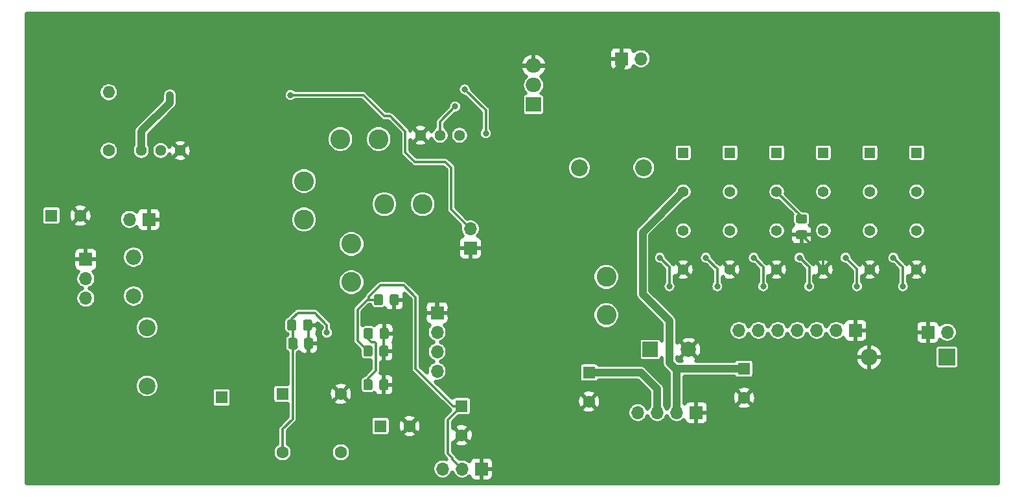
<source format=gbr>
%TF.GenerationSoftware,KiCad,Pcbnew,5.1.9-1.fc33*%
%TF.CreationDate,2021-03-05T16:36:47+03:00*%
%TF.ProjectId,Full schematic,46756c6c-2073-4636-9865-6d617469632e,rev?*%
%TF.SameCoordinates,Original*%
%TF.FileFunction,Copper,L2,Bot*%
%TF.FilePolarity,Positive*%
%FSLAX46Y46*%
G04 Gerber Fmt 4.6, Leading zero omitted, Abs format (unit mm)*
G04 Created by KiCad (PCBNEW 5.1.9-1.fc33) date 2021-03-05 16:36:47*
%MOMM*%
%LPD*%
G01*
G04 APERTURE LIST*
%TA.AperFunction,ComponentPad*%
%ADD10C,1.600000*%
%TD*%
%TA.AperFunction,ComponentPad*%
%ADD11R,1.600000X1.600000*%
%TD*%
%TA.AperFunction,ComponentPad*%
%ADD12C,1.440000*%
%TD*%
%TA.AperFunction,ComponentPad*%
%ADD13O,2.000000X1.905000*%
%TD*%
%TA.AperFunction,ComponentPad*%
%ADD14R,2.000000X1.905000*%
%TD*%
%TA.AperFunction,ComponentPad*%
%ADD15O,2.000000X2.000000*%
%TD*%
%TA.AperFunction,ComponentPad*%
%ADD16C,2.000000*%
%TD*%
%TA.AperFunction,ComponentPad*%
%ADD17O,2.200000X2.200000*%
%TD*%
%TA.AperFunction,ComponentPad*%
%ADD18C,2.200000*%
%TD*%
%TA.AperFunction,ComponentPad*%
%ADD19O,1.600000X1.600000*%
%TD*%
%TA.AperFunction,ComponentPad*%
%ADD20C,2.600000*%
%TD*%
%TA.AperFunction,ComponentPad*%
%ADD21R,1.400000X1.400000*%
%TD*%
%TA.AperFunction,ComponentPad*%
%ADD22C,1.400000*%
%TD*%
%TA.AperFunction,ComponentPad*%
%ADD23O,1.700000X1.700000*%
%TD*%
%TA.AperFunction,ComponentPad*%
%ADD24R,1.700000X1.700000*%
%TD*%
%TA.AperFunction,ComponentPad*%
%ADD25R,2.200000X2.200000*%
%TD*%
%TA.AperFunction,ComponentPad*%
%ADD26R,2.000000X2.000000*%
%TD*%
%TA.AperFunction,ViaPad*%
%ADD27C,0.800000*%
%TD*%
%TA.AperFunction,Conductor*%
%ADD28C,0.300000*%
%TD*%
%TA.AperFunction,Conductor*%
%ADD29C,3.000000*%
%TD*%
%TA.AperFunction,Conductor*%
%ADD30C,1.000000*%
%TD*%
%TA.AperFunction,Conductor*%
%ADD31C,0.500000*%
%TD*%
%TA.AperFunction,Conductor*%
%ADD32C,0.100000*%
%TD*%
G04 APERTURE END LIST*
D10*
%TO.P,C10,2*%
%TO.N,GND*%
X73200000Y-72000000D03*
D11*
%TO.P,C10,1*%
%TO.N,PWR_CMN_3.3*%
X73200000Y-68200000D03*
%TD*%
%TO.P,C3,2*%
%TO.N,GND*%
%TA.AperFunction,SMDPad,CuDef*%
G36*
G01*
X62450000Y-65875000D02*
X62450000Y-64925000D01*
G75*
G02*
X62700000Y-64675000I250000J0D01*
G01*
X63375000Y-64675000D01*
G75*
G02*
X63625000Y-64925000I0J-250000D01*
G01*
X63625000Y-65875000D01*
G75*
G02*
X63375000Y-66125000I-250000J0D01*
G01*
X62700000Y-66125000D01*
G75*
G02*
X62450000Y-65875000I0J250000D01*
G01*
G37*
%TD.AperFunction*%
%TO.P,C3,1*%
%TO.N,PWR_CMN_5*%
%TA.AperFunction,SMDPad,CuDef*%
G36*
G01*
X60375000Y-65875000D02*
X60375000Y-64925000D01*
G75*
G02*
X60625000Y-64675000I250000J0D01*
G01*
X61300000Y-64675000D01*
G75*
G02*
X61550000Y-64925000I0J-250000D01*
G01*
X61550000Y-65875000D01*
G75*
G02*
X61300000Y-66125000I-250000J0D01*
G01*
X60625000Y-66125000D01*
G75*
G02*
X60375000Y-65875000I0J250000D01*
G01*
G37*
%TD.AperFunction*%
%TD*%
D10*
%TO.P,X1,4*%
%TO.N,GND*%
X57420000Y-66600000D03*
%TO.P,X1,5*%
%TO.N,Net-(U3-Pad6)*%
X57420000Y-74220000D03*
%TO.P,X1,8*%
%TO.N,PWR_CMN_5*%
X49800000Y-74220000D03*
D11*
%TO.P,X1,1*%
%TO.N,Net-(X1-Pad1)*%
X49800000Y-66600000D03*
%TD*%
D12*
%TO.P,RV2,1*%
%TO.N,PWR_144_5*%
X31350000Y-34800000D03*
%TO.P,RV2,2*%
%TO.N,Net-(C34-Pad1)*%
X33890000Y-34800000D03*
%TO.P,RV2,3*%
%TO.N,GND*%
X36430000Y-34800000D03*
%TD*%
%TO.P,RV1,1*%
%TO.N,GND*%
X67850000Y-32800000D03*
%TO.P,RV1,2*%
%TO.N,Net-(C17-Pad1)*%
X70390000Y-32800000D03*
%TO.P,RV1,3*%
%TO.N,Net-(C22-Pad1)*%
X72930000Y-32800000D03*
%TD*%
D13*
%TO.P,Q4,3*%
%TO.N,GND*%
X82600000Y-23720000D03*
%TO.P,Q4,2*%
%TO.N,Net-(C27-Pad2)*%
X82600000Y-26260000D03*
D14*
%TO.P,Q4,1*%
%TO.N,Net-(DA1-Pad6)*%
X82600000Y-28800000D03*
%TD*%
D15*
%TO.P,L9,2*%
%TO.N,Net-(C54-Pad1)*%
X30350000Y-48720000D03*
D16*
%TO.P,L9,1*%
%TO.N,Net-(C42-Pad1)*%
X30350000Y-53800000D03*
%TD*%
D17*
%TO.P,L8,2*%
%TO.N,Net-(C42-Pad2)*%
X32100000Y-57930000D03*
D18*
%TO.P,L8,1*%
%TO.N,PWR_144_OUT*%
X32100000Y-65550000D03*
%TD*%
D19*
%TO.P,L7,2*%
%TO.N,Net-(C34-Pad2)*%
X27100000Y-27180000D03*
D10*
%TO.P,L7,1*%
%TO.N,PWR_144_5*%
X27100000Y-34800000D03*
%TD*%
D18*
%TO.P,L6,2*%
%TO.N,ANT_3.5*%
X97000000Y-37050000D03*
%TO.P,L6,1*%
%TO.N,Net-(C27-Pad1)*%
X88600000Y-37050000D03*
%TD*%
D20*
%TO.P,L5,2*%
%TO.N,Net-(C27-Pad2)*%
X92100000Y-51300000D03*
%TO.P,L5,1*%
%TO.N,PWR_3.5_OUT*%
X92100000Y-56300000D03*
%TD*%
%TO.P,L4,2*%
%TO.N,Net-(C16-Pad1)*%
X62350000Y-33300000D03*
%TO.P,L4,1*%
%TO.N,Net-(C15-Pad1)*%
X57350000Y-33300000D03*
%TD*%
%TO.P,L3,2*%
%TO.N,Net-(C15-Pad1)*%
X52600000Y-38800000D03*
%TO.P,L3,1*%
%TO.N,Net-(C14-Pad1)*%
X52600000Y-43800000D03*
%TD*%
%TO.P,L2,2*%
%TO.N,Net-(C14-Pad1)*%
X63100000Y-41800000D03*
%TO.P,L2,1*%
%TO.N,Net-(C13-Pad1)*%
X68100000Y-41800000D03*
%TD*%
%TO.P,L1,2*%
%TO.N,Net-(C13-Pad1)*%
X58800000Y-47000000D03*
%TO.P,L1,1*%
%TO.N,Net-(C11-Pad1)*%
X58800000Y-52000000D03*
%TD*%
D21*
%TO.P,K6,1*%
%TO.N,Net-(C78-Pad2)*%
X132636000Y-35100000D03*
D22*
%TO.P,K6,3*%
%TO.N,PWR_3.5_5*%
X132636000Y-40180000D03*
%TO.P,K6,5*%
%TO.N,Net-(K6-Pad5)*%
X132636000Y-45260000D03*
%TO.P,K6,7*%
%TO.N,GND*%
X132636000Y-50340000D03*
%TD*%
D21*
%TO.P,K5,1*%
%TO.N,Net-(C72-Pad2)*%
X126540000Y-35100000D03*
D22*
%TO.P,K5,3*%
%TO.N,PWR_3.5_5*%
X126540000Y-40180000D03*
%TO.P,K5,5*%
%TO.N,Net-(K5-Pad5)*%
X126540000Y-45260000D03*
%TO.P,K5,7*%
%TO.N,GND*%
X126540000Y-50340000D03*
%TD*%
D21*
%TO.P,K4,1*%
%TO.N,Net-(C66-Pad2)*%
X120444000Y-35100000D03*
D22*
%TO.P,K4,3*%
%TO.N,PWR_3.5_5*%
X120444000Y-40180000D03*
%TO.P,K4,5*%
%TO.N,Net-(K4-Pad5)*%
X120444000Y-45260000D03*
%TO.P,K4,7*%
%TO.N,GND*%
X120444000Y-50340000D03*
%TD*%
D21*
%TO.P,K3,1*%
%TO.N,Net-(C60-Pad2)*%
X114348000Y-35100000D03*
D22*
%TO.P,K3,3*%
%TO.N,PWR_3.5_5*%
X114348000Y-40180000D03*
%TO.P,K3,5*%
%TO.N,Net-(K3-Pad5)*%
X114348000Y-45260000D03*
%TO.P,K3,7*%
%TO.N,GND*%
X114348000Y-50340000D03*
%TD*%
D21*
%TO.P,K2,1*%
%TO.N,Net-(C50-Pad2)*%
X108252000Y-35100000D03*
D22*
%TO.P,K2,3*%
%TO.N,PWR_3.5_5*%
X108252000Y-40180000D03*
%TO.P,K2,5*%
%TO.N,Net-(K2-Pad5)*%
X108252000Y-45260000D03*
%TO.P,K2,7*%
%TO.N,GND*%
X108252000Y-50340000D03*
%TD*%
D21*
%TO.P,K1,1*%
%TO.N,Net-(C40-Pad2)*%
X102156000Y-35100000D03*
D22*
%TO.P,K1,3*%
%TO.N,PWR_3.5_5*%
X102156000Y-40180000D03*
%TO.P,K1,5*%
%TO.N,Net-(K1-Pad5)*%
X102156000Y-45260000D03*
%TO.P,K1,7*%
%TO.N,GND*%
X102156000Y-50340000D03*
%TD*%
D23*
%TO.P,J9,7*%
%TO.N,Net-(J9-Pad7)*%
X109440000Y-58300000D03*
%TO.P,J9,6*%
%TO.N,Net-(J9-Pad6)*%
X111980000Y-58300000D03*
%TO.P,J9,5*%
%TO.N,Net-(J9-Pad5)*%
X114520000Y-58300000D03*
%TO.P,J9,4*%
%TO.N,Net-(J9-Pad4)*%
X117060000Y-58300000D03*
%TO.P,J9,3*%
%TO.N,Net-(J9-Pad3)*%
X119600000Y-58300000D03*
%TO.P,J9,2*%
%TO.N,Net-(J9-Pad2)*%
X122140000Y-58300000D03*
D24*
%TO.P,J9,1*%
%TO.N,GND*%
X124680000Y-58300000D03*
%TD*%
D23*
%TO.P,J8,2*%
%TO.N,Net-(C54-Pad1)*%
X29810000Y-43800000D03*
D24*
%TO.P,J8,1*%
%TO.N,GND*%
X32350000Y-43800000D03*
%TD*%
D23*
%TO.P,J7,2*%
%TO.N,ANT_3.5*%
X96640000Y-22800000D03*
D24*
%TO.P,J7,1*%
%TO.N,GND*%
X94100000Y-22800000D03*
%TD*%
D23*
%TO.P,J6,2*%
%TO.N,Net-(D2-Pad1)*%
X136640000Y-58550000D03*
D24*
%TO.P,J6,1*%
%TO.N,GND*%
X134100000Y-58550000D03*
%TD*%
D23*
%TO.P,J5,3*%
%TO.N,PWR_144_OUT*%
X24100000Y-54090000D03*
%TO.P,J5,2*%
%TO.N,PWR_144_5*%
X24100000Y-51550000D03*
D24*
%TO.P,J5,1*%
%TO.N,GND*%
X24100000Y-49010000D03*
%TD*%
D23*
%TO.P,J4,4*%
%TO.N,PWR_3.5_OUT*%
X96230000Y-69050000D03*
%TO.P,J4,3*%
%TO.N,PWR_3.5_12*%
X98770000Y-69050000D03*
%TO.P,J4,2*%
%TO.N,PWR_3.5_5*%
X101310000Y-69050000D03*
D24*
%TO.P,J4,1*%
%TO.N,GND*%
X103850000Y-69050000D03*
%TD*%
D23*
%TO.P,J3,2*%
%TO.N,Manipulation*%
X74350000Y-45010000D03*
D24*
%TO.P,J3,1*%
%TO.N,GND*%
X74350000Y-47550000D03*
%TD*%
D23*
%TO.P,J2,3*%
%TO.N,PWR_CMN_5*%
X70720000Y-76400000D03*
%TO.P,J2,2*%
%TO.N,PWR_CMN_3.3*%
X73260000Y-76400000D03*
D24*
%TO.P,J2,1*%
%TO.N,GND*%
X75800000Y-76400000D03*
%TD*%
D23*
%TO.P,J1,4*%
%TO.N,Net-(J1-Pad4)*%
X70000000Y-63620000D03*
%TO.P,J1,3*%
%TO.N,Net-(J1-Pad3)*%
X70000000Y-61080000D03*
%TO.P,J1,2*%
%TO.N,Net-(J1-Pad2)*%
X70000000Y-58540000D03*
D24*
%TO.P,J1,1*%
%TO.N,GND*%
X70000000Y-56000000D03*
%TD*%
D17*
%TO.P,D2,2*%
%TO.N,GND*%
X126440000Y-61800000D03*
D25*
%TO.P,D2,1*%
%TO.N,Net-(D2-Pad1)*%
X136600000Y-61800000D03*
%TD*%
%TO.P,C53,2*%
%TO.N,GND*%
%TA.AperFunction,SMDPad,CuDef*%
G36*
G01*
X117125000Y-45212500D02*
X118075000Y-45212500D01*
G75*
G02*
X118325000Y-45462500I0J-250000D01*
G01*
X118325000Y-46137500D01*
G75*
G02*
X118075000Y-46387500I-250000J0D01*
G01*
X117125000Y-46387500D01*
G75*
G02*
X116875000Y-46137500I0J250000D01*
G01*
X116875000Y-45462500D01*
G75*
G02*
X117125000Y-45212500I250000J0D01*
G01*
G37*
%TD.AperFunction*%
%TO.P,C53,1*%
%TO.N,PWR_3.5_5*%
%TA.AperFunction,SMDPad,CuDef*%
G36*
G01*
X117125000Y-43137500D02*
X118075000Y-43137500D01*
G75*
G02*
X118325000Y-43387500I0J-250000D01*
G01*
X118325000Y-44062500D01*
G75*
G02*
X118075000Y-44312500I-250000J0D01*
G01*
X117125000Y-44312500D01*
G75*
G02*
X116875000Y-44062500I0J250000D01*
G01*
X116875000Y-43387500D01*
G75*
G02*
X117125000Y-43137500I250000J0D01*
G01*
G37*
%TD.AperFunction*%
%TD*%
D10*
%TO.P,C52,2*%
%TO.N,GND*%
X110100000Y-67100000D03*
D11*
%TO.P,C52,1*%
%TO.N,PWR_3.5_5*%
X110100000Y-63300000D03*
%TD*%
D10*
%TO.P,C51,2*%
%TO.N,GND*%
X41850000Y-63250000D03*
D11*
%TO.P,C51,1*%
%TO.N,PWR_144_OUT*%
X41850000Y-67050000D03*
%TD*%
D10*
%TO.P,C32,2*%
%TO.N,GND*%
X23400000Y-43300000D03*
D11*
%TO.P,C32,1*%
%TO.N,PWR_144_5*%
X19600000Y-43300000D03*
%TD*%
D16*
%TO.P,C25,2*%
%TO.N,GND*%
X102850000Y-60800000D03*
D26*
%TO.P,C25,1*%
%TO.N,PWR_3.5_OUT*%
X97850000Y-60800000D03*
%TD*%
D10*
%TO.P,C19,2*%
%TO.N,GND*%
X89850000Y-67600000D03*
D11*
%TO.P,C19,1*%
%TO.N,PWR_3.5_12*%
X89850000Y-63800000D03*
%TD*%
D10*
%TO.P,C12,2*%
%TO.N,GND*%
X66400000Y-70800000D03*
D11*
%TO.P,C12,1*%
%TO.N,PWR_CMN_5*%
X62600000Y-70800000D03*
%TD*%
%TO.P,C7,2*%
%TO.N,GND*%
%TA.AperFunction,SMDPad,CuDef*%
G36*
G01*
X52487500Y-58075000D02*
X52487500Y-57125000D01*
G75*
G02*
X52737500Y-56875000I250000J0D01*
G01*
X53412500Y-56875000D01*
G75*
G02*
X53662500Y-57125000I0J-250000D01*
G01*
X53662500Y-58075000D01*
G75*
G02*
X53412500Y-58325000I-250000J0D01*
G01*
X52737500Y-58325000D01*
G75*
G02*
X52487500Y-58075000I0J250000D01*
G01*
G37*
%TD.AperFunction*%
%TO.P,C7,1*%
%TO.N,PWR_CMN_5*%
%TA.AperFunction,SMDPad,CuDef*%
G36*
G01*
X50412500Y-58075000D02*
X50412500Y-57125000D01*
G75*
G02*
X50662500Y-56875000I250000J0D01*
G01*
X51337500Y-56875000D01*
G75*
G02*
X51587500Y-57125000I0J-250000D01*
G01*
X51587500Y-58075000D01*
G75*
G02*
X51337500Y-58325000I-250000J0D01*
G01*
X50662500Y-58325000D01*
G75*
G02*
X50412500Y-58075000I0J250000D01*
G01*
G37*
%TD.AperFunction*%
%TD*%
%TO.P,C6,2*%
%TO.N,GND*%
%TA.AperFunction,SMDPad,CuDef*%
G36*
G01*
X52612500Y-60475000D02*
X52612500Y-59525000D01*
G75*
G02*
X52862500Y-59275000I250000J0D01*
G01*
X53537500Y-59275000D01*
G75*
G02*
X53787500Y-59525000I0J-250000D01*
G01*
X53787500Y-60475000D01*
G75*
G02*
X53537500Y-60725000I-250000J0D01*
G01*
X52862500Y-60725000D01*
G75*
G02*
X52612500Y-60475000I0J250000D01*
G01*
G37*
%TD.AperFunction*%
%TO.P,C6,1*%
%TO.N,PWR_CMN_5*%
%TA.AperFunction,SMDPad,CuDef*%
G36*
G01*
X50537500Y-60475000D02*
X50537500Y-59525000D01*
G75*
G02*
X50787500Y-59275000I250000J0D01*
G01*
X51462500Y-59275000D01*
G75*
G02*
X51712500Y-59525000I0J-250000D01*
G01*
X51712500Y-60475000D01*
G75*
G02*
X51462500Y-60725000I-250000J0D01*
G01*
X50787500Y-60725000D01*
G75*
G02*
X50537500Y-60475000I0J250000D01*
G01*
G37*
%TD.AperFunction*%
%TD*%
%TO.P,C4,2*%
%TO.N,GND*%
%TA.AperFunction,SMDPad,CuDef*%
G36*
G01*
X62487500Y-59175000D02*
X62487500Y-58225000D01*
G75*
G02*
X62737500Y-57975000I250000J0D01*
G01*
X63412500Y-57975000D01*
G75*
G02*
X63662500Y-58225000I0J-250000D01*
G01*
X63662500Y-59175000D01*
G75*
G02*
X63412500Y-59425000I-250000J0D01*
G01*
X62737500Y-59425000D01*
G75*
G02*
X62487500Y-59175000I0J250000D01*
G01*
G37*
%TD.AperFunction*%
%TO.P,C4,1*%
%TO.N,PWR_CMN_5*%
%TA.AperFunction,SMDPad,CuDef*%
G36*
G01*
X60412500Y-59175000D02*
X60412500Y-58225000D01*
G75*
G02*
X60662500Y-57975000I250000J0D01*
G01*
X61337500Y-57975000D01*
G75*
G02*
X61587500Y-58225000I0J-250000D01*
G01*
X61587500Y-59175000D01*
G75*
G02*
X61337500Y-59425000I-250000J0D01*
G01*
X60662500Y-59425000D01*
G75*
G02*
X60412500Y-59175000I0J250000D01*
G01*
G37*
%TD.AperFunction*%
%TD*%
%TO.P,C2,2*%
%TO.N,GND*%
%TA.AperFunction,SMDPad,CuDef*%
G36*
G01*
X63812500Y-54775000D02*
X63812500Y-53825000D01*
G75*
G02*
X64062500Y-53575000I250000J0D01*
G01*
X64737500Y-53575000D01*
G75*
G02*
X64987500Y-53825000I0J-250000D01*
G01*
X64987500Y-54775000D01*
G75*
G02*
X64737500Y-55025000I-250000J0D01*
G01*
X64062500Y-55025000D01*
G75*
G02*
X63812500Y-54775000I0J250000D01*
G01*
G37*
%TD.AperFunction*%
%TO.P,C2,1*%
%TO.N,PWR_CMN_3.3*%
%TA.AperFunction,SMDPad,CuDef*%
G36*
G01*
X61737500Y-54775000D02*
X61737500Y-53825000D01*
G75*
G02*
X61987500Y-53575000I250000J0D01*
G01*
X62662500Y-53575000D01*
G75*
G02*
X62912500Y-53825000I0J-250000D01*
G01*
X62912500Y-54775000D01*
G75*
G02*
X62662500Y-55025000I-250000J0D01*
G01*
X61987500Y-55025000D01*
G75*
G02*
X61737500Y-54775000I0J250000D01*
G01*
G37*
%TD.AperFunction*%
%TD*%
%TO.P,C1,2*%
%TO.N,GND*%
%TA.AperFunction,SMDPad,CuDef*%
G36*
G01*
X62450000Y-61475000D02*
X62450000Y-60525000D01*
G75*
G02*
X62700000Y-60275000I250000J0D01*
G01*
X63375000Y-60275000D01*
G75*
G02*
X63625000Y-60525000I0J-250000D01*
G01*
X63625000Y-61475000D01*
G75*
G02*
X63375000Y-61725000I-250000J0D01*
G01*
X62700000Y-61725000D01*
G75*
G02*
X62450000Y-61475000I0J250000D01*
G01*
G37*
%TD.AperFunction*%
%TO.P,C1,1*%
%TO.N,PWR_CMN_3.3*%
%TA.AperFunction,SMDPad,CuDef*%
G36*
G01*
X60375000Y-61475000D02*
X60375000Y-60525000D01*
G75*
G02*
X60625000Y-60275000I250000J0D01*
G01*
X61300000Y-60275000D01*
G75*
G02*
X61550000Y-60525000I0J-250000D01*
G01*
X61550000Y-61475000D01*
G75*
G02*
X61300000Y-61725000I-250000J0D01*
G01*
X60625000Y-61725000D01*
G75*
G02*
X60375000Y-61475000I0J250000D01*
G01*
G37*
%TD.AperFunction*%
%TD*%
D27*
%TO.N,GND*%
X63000000Y-58800000D03*
X64400000Y-54200000D03*
X63000000Y-65400000D03*
X63000000Y-61000000D03*
X46100000Y-24550000D03*
X40350000Y-48800000D03*
X39350000Y-48800000D03*
X41350000Y-48800000D03*
X78850000Y-26300000D03*
X78850000Y-31550000D03*
X78850000Y-26300000D03*
X101600000Y-72300000D03*
X96100000Y-72300000D03*
X78850000Y-24550000D03*
X78850000Y-22550000D03*
X78850000Y-20550000D03*
X78850000Y-18800000D03*
X80600000Y-18800000D03*
X82600000Y-18800000D03*
X84600000Y-18800000D03*
X86600000Y-18800000D03*
X88600000Y-18800000D03*
X90600000Y-18800000D03*
X92600000Y-18800000D03*
X94600000Y-18800000D03*
X96600000Y-18800000D03*
X98600000Y-18800000D03*
X100600000Y-18800000D03*
X102600000Y-18800000D03*
X104600000Y-18800000D03*
X106600000Y-18800000D03*
X108600000Y-18800000D03*
X110600000Y-18800000D03*
X112600000Y-18800000D03*
X114600000Y-18800000D03*
X116600000Y-18800000D03*
X118600000Y-18800000D03*
X120600000Y-18800000D03*
X122600000Y-18800000D03*
X124600000Y-18800000D03*
X126600000Y-18800000D03*
X128600000Y-18800000D03*
X130600000Y-18800000D03*
X132600000Y-18800000D03*
X134600000Y-18800000D03*
X136600000Y-18800000D03*
X138600000Y-18800000D03*
X141350000Y-18800000D03*
X141350000Y-21050000D03*
X141350000Y-23050000D03*
X141350000Y-25050000D03*
X141350000Y-27050000D03*
X141350000Y-29050000D03*
X141350000Y-31050000D03*
X141350000Y-33050000D03*
X141350000Y-35050000D03*
X141350000Y-37050000D03*
X141350000Y-39050000D03*
X141350000Y-41050000D03*
X141350000Y-43050000D03*
X141350000Y-45050000D03*
X141350000Y-47050000D03*
X141350000Y-49050000D03*
X141350000Y-51050000D03*
X141350000Y-53050000D03*
X141350000Y-55050000D03*
X141350000Y-57050000D03*
X141350000Y-59050000D03*
X141350000Y-61050000D03*
X141350000Y-63050000D03*
X141350000Y-65050000D03*
X141350000Y-67050000D03*
X141350000Y-69050000D03*
X141350000Y-71050000D03*
X141350000Y-72300000D03*
X139100000Y-72300000D03*
X137100000Y-72300000D03*
X135100000Y-72300000D03*
X133100000Y-72300000D03*
X131100000Y-72300000D03*
X129100000Y-72300000D03*
X127100000Y-72300000D03*
X125100000Y-72300000D03*
X123100000Y-72300000D03*
X121100000Y-72300000D03*
X119100000Y-72300000D03*
X117100000Y-72300000D03*
X115100000Y-72300000D03*
X113100000Y-72300000D03*
X111100000Y-72300000D03*
X109100000Y-72300000D03*
X107100000Y-72300000D03*
X105100000Y-72300000D03*
X103100000Y-72300000D03*
X94100000Y-72300000D03*
X92100000Y-72300000D03*
X90100000Y-72300000D03*
X88100000Y-72300000D03*
X86100000Y-72300000D03*
X84100000Y-72300000D03*
X82100000Y-72300000D03*
X80100000Y-72300000D03*
X78850000Y-72300000D03*
X78850000Y-70550000D03*
X78850000Y-68550000D03*
X78850000Y-66550000D03*
X78850000Y-64550000D03*
X78850000Y-62550000D03*
X78850000Y-60550000D03*
X78850000Y-58550000D03*
X78850000Y-56550000D03*
X78850000Y-54550000D03*
X78850000Y-52550000D03*
X78850000Y-50550000D03*
X78850000Y-48550000D03*
X78850000Y-46550000D03*
X78850000Y-44550000D03*
X78850000Y-42550000D03*
X78850000Y-40550000D03*
X78850000Y-38550000D03*
X78850000Y-36550000D03*
X78850000Y-34550000D03*
X78850000Y-32550000D03*
X41350000Y-49800000D03*
X41350000Y-47800000D03*
X41350000Y-46800000D03*
X41350000Y-50800000D03*
X41350000Y-51800000D03*
X41350000Y-45800000D03*
X41350000Y-44800000D03*
X42350000Y-44800000D03*
X42350000Y-45800000D03*
X42350000Y-45800000D03*
X42350000Y-47800000D03*
X42350000Y-46800000D03*
X42350000Y-48800000D03*
X42350000Y-49800000D03*
X42350000Y-50800000D03*
X42350000Y-51800000D03*
X42350000Y-52800000D03*
X41350000Y-52800000D03*
X41350000Y-53800000D03*
X42350000Y-53800000D03*
X42350000Y-54800000D03*
X41350000Y-54800000D03*
X41350000Y-55800000D03*
X42350000Y-55800000D03*
X42350000Y-56800000D03*
X41350000Y-56800000D03*
X41350000Y-57800000D03*
X42350000Y-57800000D03*
X42350000Y-58800000D03*
X41350000Y-57800000D03*
X41350000Y-58800000D03*
X41350000Y-59800000D03*
X42350000Y-59800000D03*
X41350000Y-43800000D03*
X42350000Y-43800000D03*
X42350000Y-42800000D03*
X41350000Y-42800000D03*
X41350000Y-41800000D03*
X43350000Y-41800000D03*
X42350000Y-41800000D03*
X42350000Y-40800000D03*
X41350000Y-40800000D03*
X41350000Y-39800000D03*
X42350000Y-39800000D03*
X42350000Y-38800000D03*
X41350000Y-38800000D03*
X43350000Y-40800000D03*
X43350000Y-39800000D03*
X43350000Y-38800000D03*
X44350000Y-38800000D03*
X44350000Y-39800000D03*
X44350000Y-40800000D03*
X44350000Y-41800000D03*
X45350000Y-41800000D03*
X45350000Y-40800000D03*
X45350000Y-39800000D03*
X45350000Y-42800000D03*
X44350000Y-42800000D03*
X43350000Y-42800000D03*
X43350000Y-43800000D03*
X44350000Y-43800000D03*
X45350000Y-43800000D03*
X45350000Y-44800000D03*
X44350000Y-44800000D03*
X43350000Y-44800000D03*
X43350000Y-45800000D03*
X44350000Y-45800000D03*
X45350000Y-45800000D03*
X45350000Y-46800000D03*
X44350000Y-46800000D03*
X43350000Y-46800000D03*
X43350000Y-47800000D03*
X44350000Y-47800000D03*
X45350000Y-47800000D03*
X45350000Y-48800000D03*
X44350000Y-48800000D03*
X43350000Y-48800000D03*
X43350000Y-49800000D03*
X44350000Y-49800000D03*
X45350000Y-49800000D03*
X45350000Y-50800000D03*
X44350000Y-50800000D03*
X43350000Y-50800000D03*
X43350000Y-51800000D03*
X44350000Y-51800000D03*
X45350000Y-51800000D03*
X45350000Y-52800000D03*
X44350000Y-52800000D03*
X43350000Y-52800000D03*
X43350000Y-53800000D03*
X44350000Y-53800000D03*
X45350000Y-53800000D03*
X45350000Y-54800000D03*
X44350000Y-54800000D03*
X43350000Y-54800000D03*
X43350000Y-55800000D03*
X44350000Y-55800000D03*
X45350000Y-55800000D03*
X45350000Y-56800000D03*
X44350000Y-56800000D03*
X43350000Y-56800000D03*
X43350000Y-57800000D03*
X44350000Y-57800000D03*
X45350000Y-57800000D03*
X45350000Y-58800000D03*
X44350000Y-58800000D03*
X43350000Y-58800000D03*
X43350000Y-59800000D03*
X44350000Y-59800000D03*
X45350000Y-59800000D03*
X36350000Y-59800000D03*
X36350000Y-58800000D03*
X36350000Y-57800000D03*
X36350000Y-56800000D03*
X36350000Y-55800000D03*
X37350000Y-59800000D03*
X38350000Y-59800000D03*
X39350000Y-59800000D03*
X40350000Y-59800000D03*
X40350000Y-58800000D03*
X39350000Y-58800000D03*
X38350000Y-58800000D03*
X37350000Y-58800000D03*
X37350000Y-57800000D03*
X38350000Y-57800000D03*
X39350000Y-57800000D03*
X40350000Y-57800000D03*
X40350000Y-56800000D03*
X39350000Y-56800000D03*
X38350000Y-56800000D03*
X37350000Y-56800000D03*
X37350000Y-55800000D03*
X38350000Y-55800000D03*
X39350000Y-55800000D03*
X40350000Y-55800000D03*
X40350000Y-54800000D03*
X39350000Y-54800000D03*
X38350000Y-54800000D03*
X40350000Y-53800000D03*
X39350000Y-53800000D03*
X39350000Y-52800000D03*
X40350000Y-52800000D03*
X40350000Y-51800000D03*
X39350000Y-51800000D03*
X39350000Y-50800000D03*
X40350000Y-50800000D03*
X40350000Y-49800000D03*
X39350000Y-49800000D03*
X40350000Y-47800000D03*
X39350000Y-47800000D03*
X39350000Y-46800000D03*
X40350000Y-46800000D03*
X40350000Y-45800000D03*
X39350000Y-45800000D03*
X39350000Y-44800000D03*
X38350000Y-44800000D03*
X40350000Y-44800000D03*
X40350000Y-43800000D03*
X40350000Y-42800000D03*
X40350000Y-41800000D03*
X40350000Y-40800000D03*
X40350000Y-39800000D03*
X40350000Y-38800000D03*
X39350000Y-38800000D03*
X39350000Y-40800000D03*
X39350000Y-39800000D03*
X39350000Y-41800000D03*
X39350000Y-43800000D03*
X39350000Y-42800000D03*
X38350000Y-43800000D03*
X38350000Y-42800000D03*
X38350000Y-41800000D03*
X38350000Y-40800000D03*
X38350000Y-39800000D03*
X38350000Y-38800000D03*
X37350000Y-38800000D03*
X37350000Y-39800000D03*
X37350000Y-40800000D03*
X37350000Y-41800000D03*
X37350000Y-42800000D03*
X37350000Y-43800000D03*
X37350000Y-44800000D03*
X36350000Y-43800000D03*
X36350000Y-42800000D03*
X36350000Y-41800000D03*
X36350000Y-40800000D03*
X36350000Y-39800000D03*
X36350000Y-38800000D03*
X45350000Y-70300000D03*
X45350000Y-38800000D03*
X43850000Y-70300000D03*
X42600000Y-70300000D03*
X41100000Y-70300000D03*
X39600000Y-70300000D03*
X38100000Y-70300000D03*
X36600000Y-70300000D03*
X35100000Y-70300000D03*
X33600000Y-70300000D03*
X32100000Y-70300000D03*
X30600000Y-70300000D03*
X28850000Y-70300000D03*
X27350000Y-70300000D03*
X27100000Y-68800000D03*
X27100000Y-62800000D03*
X27100000Y-61300000D03*
X27100000Y-59800000D03*
X27100000Y-58300000D03*
X27100000Y-56800000D03*
X27100000Y-55300000D03*
X27100000Y-53800000D03*
X27100000Y-52050000D03*
X27100000Y-50300000D03*
X27100000Y-48550000D03*
X27100000Y-46800000D03*
X27100000Y-45300000D03*
X27100000Y-43800000D03*
X27100000Y-42050000D03*
X27100000Y-40300000D03*
X27100000Y-38800000D03*
X28600000Y-38800000D03*
X30350000Y-38800000D03*
X32350000Y-38800000D03*
X35350000Y-38800000D03*
X33350000Y-38800000D03*
X45350000Y-64550000D03*
X45350000Y-63300000D03*
X45350000Y-62050000D03*
X45350000Y-61050000D03*
X46600000Y-31300000D03*
X42100000Y-34050000D03*
X45350000Y-65800000D03*
X45350000Y-67050000D03*
X45350000Y-68300000D03*
X45350000Y-69300000D03*
X75350000Y-37550000D03*
X64100000Y-29300000D03*
X52925000Y-57325000D03*
X53125000Y-60475000D03*
X74100000Y-50800000D03*
X74100000Y-53300000D03*
X74100000Y-55800000D03*
X74100000Y-58300000D03*
X74100000Y-60800000D03*
X74100000Y-63300000D03*
X74100000Y-65800000D03*
X71600000Y-50800000D03*
X71600000Y-48300000D03*
X71600000Y-45800000D03*
X76600000Y-18300000D03*
X74100000Y-18300000D03*
X71600000Y-18300000D03*
X69100000Y-18300000D03*
X66600000Y-18300000D03*
X64100000Y-18300000D03*
X61600000Y-18300000D03*
X59100000Y-18300000D03*
X56600000Y-18300000D03*
X54100000Y-18300000D03*
X51600000Y-18300000D03*
X49100000Y-18300000D03*
X46600000Y-18300000D03*
X44100000Y-18300000D03*
X41600000Y-18300000D03*
X39100000Y-18300000D03*
X36600000Y-18300000D03*
X34100000Y-18300000D03*
X31600000Y-18300000D03*
X29100000Y-18300000D03*
X26600000Y-18300000D03*
X24100000Y-18300000D03*
X21600000Y-18300000D03*
X19100000Y-18300000D03*
X19100000Y-20800000D03*
X19100000Y-23300000D03*
X19100000Y-25800000D03*
X19100000Y-28300000D03*
X19100000Y-30800000D03*
X19100000Y-33300000D03*
X19100000Y-38300000D03*
X19100000Y-35800000D03*
X19100000Y-40800000D03*
X19100000Y-50800000D03*
X19100000Y-53300000D03*
X19100000Y-55800000D03*
X19100000Y-58300000D03*
X19100000Y-60800000D03*
X19100000Y-63300000D03*
X19100000Y-65800000D03*
X19100000Y-68300000D03*
X19100000Y-70800000D03*
X19100000Y-73300000D03*
X19100000Y-75800000D03*
X21600000Y-75800000D03*
X24100000Y-75800000D03*
X26600000Y-75800000D03*
X31600000Y-75800000D03*
X29100000Y-75800000D03*
X36600000Y-75800000D03*
X34100000Y-75800000D03*
X39100000Y-75800000D03*
X41600000Y-75800000D03*
X44100000Y-75800000D03*
X46600000Y-75800000D03*
X49100000Y-75800000D03*
X51600000Y-75800000D03*
X54100000Y-75800000D03*
X56600000Y-75800000D03*
X59100000Y-75800000D03*
X61600000Y-75800000D03*
X64100000Y-75800000D03*
%TO.N,Net-(C17-Pad1)*%
X72350000Y-29050000D03*
%TO.N,PWR_CMN_3.3*%
X62200000Y-54300000D03*
X61000000Y-61000000D03*
%TO.N,PWR_CMN_5*%
X61000000Y-58800000D03*
X61000000Y-65400000D03*
X50875000Y-57325000D03*
X51375000Y-60425000D03*
X55600000Y-58600000D03*
%TO.N,PWR_3.5_12*%
X73600000Y-26800000D03*
X76350000Y-32550000D03*
%TO.N,PWR_144_5*%
X35100000Y-27550000D03*
%TO.N,Manipulation*%
X50850000Y-27550000D03*
%TO.N,Net-(Q8-Pad1)*%
X99100000Y-48800000D03*
X100350000Y-52550000D03*
%TO.N,Net-(Q9-Pad1)*%
X105100000Y-48800000D03*
X106600000Y-52550000D03*
%TO.N,Net-(Q10-Pad1)*%
X111350000Y-48800000D03*
X112600000Y-52550000D03*
%TO.N,Net-(Q11-Pad1)*%
X117350000Y-48800000D03*
X118600000Y-52550000D03*
%TO.N,Net-(Q12-Pad1)*%
X123350000Y-48800000D03*
X124850000Y-52550000D03*
%TO.N,Net-(Q13-Pad1)*%
X129600000Y-48800000D03*
X130850000Y-52550000D03*
%TD*%
D28*
%TO.N,GND*%
X120444000Y-48644000D02*
X117600000Y-45800000D01*
X120444000Y-50340000D02*
X120444000Y-48644000D01*
D29*
X78850000Y-26300000D02*
X78850000Y-24550000D01*
X78850000Y-18800000D02*
X78850000Y-18800000D01*
X141350000Y-18800000D02*
X141350000Y-18800000D01*
X141350000Y-72300000D02*
X139100000Y-72300000D01*
X101600000Y-72300000D02*
X101600000Y-72300000D01*
X96100000Y-72300000D02*
X94100000Y-72300000D01*
X78850000Y-72300000D02*
X78850000Y-72300000D01*
D30*
X94100000Y-22800000D02*
X94100000Y-23800000D01*
X86350000Y-31550000D02*
X78850000Y-31550000D01*
X94100000Y-23800000D02*
X86350000Y-31550000D01*
D29*
X78850000Y-24550000D02*
X78850000Y-22550000D01*
X78850000Y-22550000D02*
X78850000Y-20550000D01*
X78850000Y-20550000D02*
X78850000Y-18800000D01*
X78850000Y-18800000D02*
X80600000Y-18800000D01*
X80600000Y-18800000D02*
X82600000Y-18800000D01*
X82600000Y-18800000D02*
X84600000Y-18800000D01*
X84600000Y-18800000D02*
X86600000Y-18800000D01*
X86600000Y-18800000D02*
X88600000Y-18800000D01*
X88600000Y-18800000D02*
X90600000Y-18800000D01*
X90600000Y-18800000D02*
X92600000Y-18800000D01*
X92600000Y-18800000D02*
X94600000Y-18800000D01*
X94600000Y-18800000D02*
X96600000Y-18800000D01*
X96600000Y-18800000D02*
X98600000Y-18800000D01*
X98600000Y-18800000D02*
X100600000Y-18800000D01*
X100600000Y-18800000D02*
X102600000Y-18800000D01*
X102600000Y-18800000D02*
X104600000Y-18800000D01*
X104600000Y-18800000D02*
X106600000Y-18800000D01*
X106600000Y-18800000D02*
X108600000Y-18800000D01*
X108600000Y-18800000D02*
X110600000Y-18800000D01*
X110600000Y-18800000D02*
X112600000Y-18800000D01*
X112600000Y-18800000D02*
X114600000Y-18800000D01*
X114600000Y-18800000D02*
X116600000Y-18800000D01*
X116600000Y-18800000D02*
X118600000Y-18800000D01*
X118600000Y-18800000D02*
X120600000Y-18800000D01*
X120600000Y-18800000D02*
X122600000Y-18800000D01*
X122600000Y-18800000D02*
X124600000Y-18800000D01*
X124600000Y-18800000D02*
X126600000Y-18800000D01*
X126600000Y-18800000D02*
X128600000Y-18800000D01*
X128600000Y-18800000D02*
X130600000Y-18800000D01*
X130600000Y-18800000D02*
X132600000Y-18800000D01*
X132600000Y-18800000D02*
X134600000Y-18800000D01*
X134600000Y-18800000D02*
X136600000Y-18800000D01*
X136600000Y-18800000D02*
X138600000Y-18800000D01*
X138600000Y-18800000D02*
X141350000Y-18800000D01*
X141350000Y-18800000D02*
X141350000Y-21050000D01*
X141350000Y-21050000D02*
X141350000Y-23050000D01*
X141350000Y-23050000D02*
X141350000Y-25050000D01*
X141350000Y-25050000D02*
X141350000Y-27050000D01*
X141350000Y-27050000D02*
X141350000Y-29050000D01*
X141350000Y-29050000D02*
X141350000Y-31050000D01*
X141350000Y-31050000D02*
X141350000Y-33050000D01*
X141350000Y-33050000D02*
X141350000Y-35050000D01*
X141350000Y-35050000D02*
X141350000Y-37050000D01*
X141350000Y-37050000D02*
X141350000Y-39050000D01*
X141350000Y-39050000D02*
X141350000Y-41050000D01*
X141350000Y-41050000D02*
X141350000Y-43050000D01*
X141350000Y-43050000D02*
X141350000Y-45050000D01*
X141350000Y-45050000D02*
X141350000Y-47050000D01*
X141350000Y-47050000D02*
X141350000Y-49050000D01*
X141350000Y-49050000D02*
X141350000Y-51050000D01*
X141350000Y-51050000D02*
X141350000Y-53050000D01*
X141350000Y-53050000D02*
X141350000Y-55050000D01*
X141350000Y-55050000D02*
X141350000Y-57050000D01*
X141350000Y-57050000D02*
X141350000Y-59050000D01*
X141350000Y-59050000D02*
X141350000Y-61050000D01*
X141350000Y-61050000D02*
X141350000Y-63050000D01*
X141350000Y-63050000D02*
X141350000Y-65050000D01*
X141350000Y-65050000D02*
X141350000Y-67050000D01*
X141350000Y-67050000D02*
X141350000Y-69050000D01*
X141350000Y-69050000D02*
X141350000Y-71050000D01*
X141350000Y-71050000D02*
X141350000Y-72300000D01*
X141350000Y-72300000D02*
X141350000Y-72300000D01*
X139100000Y-72300000D02*
X137100000Y-72300000D01*
X137100000Y-72300000D02*
X135100000Y-72300000D01*
X135100000Y-72300000D02*
X133100000Y-72300000D01*
X133100000Y-72300000D02*
X131100000Y-72300000D01*
X131100000Y-72300000D02*
X129100000Y-72300000D01*
X129100000Y-72300000D02*
X127100000Y-72300000D01*
X127100000Y-72300000D02*
X125100000Y-72300000D01*
X125100000Y-72300000D02*
X123100000Y-72300000D01*
X123100000Y-72300000D02*
X121100000Y-72300000D01*
X121100000Y-72300000D02*
X119100000Y-72300000D01*
X119100000Y-72300000D02*
X117100000Y-72300000D01*
X117100000Y-72300000D02*
X115100000Y-72300000D01*
X115100000Y-72300000D02*
X113100000Y-72300000D01*
X113100000Y-72300000D02*
X111100000Y-72300000D01*
X111100000Y-72300000D02*
X109100000Y-72300000D01*
X109100000Y-72300000D02*
X107100000Y-72300000D01*
X107100000Y-72300000D02*
X105100000Y-72300000D01*
X105100000Y-72300000D02*
X103100000Y-72300000D01*
X103100000Y-72300000D02*
X101600000Y-72300000D01*
X94100000Y-72300000D02*
X92100000Y-72300000D01*
X92100000Y-72300000D02*
X90100000Y-72300000D01*
X90100000Y-72300000D02*
X88100000Y-72300000D01*
X88100000Y-72300000D02*
X86100000Y-72300000D01*
X86100000Y-72300000D02*
X84100000Y-72300000D01*
X84100000Y-72300000D02*
X82100000Y-72300000D01*
X82100000Y-72300000D02*
X80100000Y-72300000D01*
X80100000Y-72300000D02*
X78850000Y-72300000D01*
X78850000Y-72300000D02*
X78850000Y-70550000D01*
X78850000Y-70550000D02*
X78850000Y-68550000D01*
X78850000Y-68550000D02*
X78850000Y-66550000D01*
X78850000Y-66550000D02*
X78850000Y-64550000D01*
X78850000Y-64550000D02*
X78850000Y-62550000D01*
X78850000Y-62550000D02*
X78850000Y-60550000D01*
X78850000Y-60550000D02*
X78850000Y-58550000D01*
X78850000Y-58550000D02*
X78850000Y-56550000D01*
X78850000Y-56550000D02*
X78850000Y-54550000D01*
X78850000Y-54550000D02*
X78850000Y-52550000D01*
X78850000Y-52550000D02*
X78850000Y-50550000D01*
X78850000Y-50550000D02*
X78850000Y-48550000D01*
X78850000Y-48550000D02*
X78850000Y-46550000D01*
X78850000Y-46550000D02*
X78850000Y-44550000D01*
X78850000Y-44550000D02*
X78850000Y-42550000D01*
X78850000Y-42550000D02*
X78850000Y-40550000D01*
X78850000Y-40550000D02*
X78850000Y-38550000D01*
X78850000Y-38550000D02*
X78850000Y-36550000D01*
X78850000Y-36550000D02*
X78850000Y-34550000D01*
X78850000Y-34550000D02*
X78850000Y-32550000D01*
X78850000Y-32550000D02*
X78850000Y-31550000D01*
X45350000Y-70300000D02*
X43850000Y-70300000D01*
X27100000Y-38800000D02*
X27100000Y-38800000D01*
X45350000Y-38800000D02*
X45350000Y-38800000D01*
X45350000Y-59750000D02*
X41850000Y-63250000D01*
X45350000Y-38800000D02*
X45350000Y-59750000D01*
X45350000Y-59800000D02*
X45350000Y-64550000D01*
X43850000Y-70300000D02*
X42600000Y-70300000D01*
X42600000Y-70300000D02*
X41100000Y-70300000D01*
X41100000Y-70300000D02*
X39600000Y-70300000D01*
X39600000Y-70300000D02*
X38100000Y-70300000D01*
X38100000Y-70300000D02*
X36600000Y-70300000D01*
X36600000Y-70300000D02*
X35100000Y-70300000D01*
X35100000Y-70300000D02*
X33600000Y-70300000D01*
X33600000Y-70300000D02*
X32100000Y-70300000D01*
X32100000Y-70300000D02*
X30600000Y-70300000D01*
X30600000Y-70300000D02*
X28850000Y-70300000D01*
X28850000Y-70300000D02*
X27350000Y-70300000D01*
X27100000Y-62800000D02*
X27100000Y-61300000D01*
X27100000Y-61300000D02*
X27100000Y-59800000D01*
X27100000Y-59800000D02*
X27100000Y-58300000D01*
X27100000Y-58300000D02*
X27100000Y-56800000D01*
X27100000Y-56800000D02*
X27100000Y-55300000D01*
X27100000Y-55300000D02*
X27100000Y-53800000D01*
X27100000Y-53800000D02*
X27100000Y-52050000D01*
X27100000Y-52050000D02*
X27100000Y-50300000D01*
X27100000Y-50300000D02*
X27100000Y-48550000D01*
X27100000Y-48550000D02*
X27100000Y-46800000D01*
X27100000Y-46800000D02*
X27100000Y-45300000D01*
X27100000Y-45300000D02*
X27100000Y-43800000D01*
X27100000Y-43800000D02*
X27100000Y-42050000D01*
X27100000Y-42050000D02*
X27100000Y-40300000D01*
X27100000Y-40300000D02*
X27100000Y-38800000D01*
X27100000Y-38800000D02*
X28600000Y-38800000D01*
X28600000Y-38800000D02*
X30350000Y-38800000D01*
X30350000Y-38800000D02*
X32350000Y-38800000D01*
X32350000Y-38800000D02*
X33350000Y-38800000D01*
X35350000Y-38800000D02*
X45350000Y-38800000D01*
X33350000Y-38800000D02*
X35350000Y-38800000D01*
D28*
X44850000Y-31300000D02*
X42100000Y-34050000D01*
X46600000Y-31300000D02*
X44850000Y-31300000D01*
D29*
X27100000Y-68800000D02*
X27100000Y-67300000D01*
X27100000Y-62800000D02*
X27100000Y-67300000D01*
D28*
X46100000Y-30800000D02*
X46600000Y-31300000D01*
X46100000Y-24550000D02*
X46100000Y-30800000D01*
D29*
X78850000Y-26300000D02*
X78850000Y-31550000D01*
D28*
X76350000Y-38550000D02*
X75350000Y-37550000D01*
X78850000Y-38550000D02*
X76350000Y-38550000D01*
X64350000Y-29300000D02*
X64100000Y-29300000D01*
X67850000Y-32800000D02*
X64350000Y-29300000D01*
X77850000Y-47550000D02*
X78850000Y-46550000D01*
X74350000Y-47550000D02*
X77850000Y-47550000D01*
X53200000Y-60400000D02*
X53125000Y-60475000D01*
X53200000Y-60000000D02*
X53200000Y-60400000D01*
X52925000Y-57450000D02*
X53075000Y-57600000D01*
X52925000Y-57325000D02*
X52925000Y-57450000D01*
X63000000Y-61037500D02*
X63037500Y-61000000D01*
X63000000Y-65400000D02*
X63000000Y-61037500D01*
X63000000Y-58775000D02*
X63075000Y-58700000D01*
X63000000Y-61000000D02*
X63000000Y-58775000D01*
X53200000Y-57600000D02*
X52925000Y-57325000D01*
X53200000Y-60000000D02*
X53200000Y-57600000D01*
X63075000Y-58700000D02*
X63075000Y-57325000D01*
X64400000Y-56000000D02*
X64400000Y-54300000D01*
X63075000Y-57325000D02*
X64400000Y-56000000D01*
%TO.N,Net-(C17-Pad1)*%
X70390000Y-31010000D02*
X72350000Y-29050000D01*
X70390000Y-32800000D02*
X70390000Y-31010000D01*
%TO.N,PWR_CMN_3.3*%
X61100000Y-54300000D02*
X60900000Y-54300000D01*
X60900000Y-54300000D02*
X59600000Y-55600000D01*
X59600000Y-59637500D02*
X60962500Y-61000000D01*
X59600000Y-55600000D02*
X59600000Y-59637500D01*
X61100000Y-54300000D02*
X61100000Y-53900000D01*
X61100000Y-53900000D02*
X62600000Y-52400000D01*
X62600000Y-52400000D02*
X65600000Y-52400000D01*
X65600000Y-52400000D02*
X67200000Y-54000000D01*
X72100000Y-68200000D02*
X73200000Y-68200000D01*
X67200000Y-63300000D02*
X72100000Y-68200000D01*
X67200000Y-54000000D02*
X67200000Y-63300000D01*
X73260000Y-76400000D02*
X72000000Y-75140000D01*
X72000000Y-75140000D02*
X72000000Y-75000000D01*
X72000000Y-75000000D02*
X71400000Y-74400000D01*
X71400000Y-70000000D02*
X73200000Y-68200000D01*
X71400000Y-74400000D02*
X71400000Y-70000000D01*
X61100000Y-54300000D02*
X62325000Y-54300000D01*
%TO.N,PWR_CMN_5*%
X51125000Y-60175000D02*
X51375000Y-60425000D01*
X51125000Y-60000000D02*
X51125000Y-60175000D01*
X51000000Y-57450000D02*
X50875000Y-57325000D01*
X51000000Y-57600000D02*
X51000000Y-57450000D01*
X61000000Y-59400000D02*
X61000000Y-58700000D01*
X61800000Y-59800000D02*
X61400000Y-59800000D01*
X61400000Y-59800000D02*
X61000000Y-59400000D01*
X62000000Y-60000000D02*
X61800000Y-59800000D01*
X62000000Y-63600000D02*
X62000000Y-60000000D01*
X61000000Y-64600000D02*
X62000000Y-63600000D01*
X61000000Y-65400000D02*
X61000000Y-64600000D01*
X51125000Y-57725000D02*
X51000000Y-57600000D01*
X51125000Y-60000000D02*
X51125000Y-57725000D01*
X51000000Y-57600000D02*
X51000000Y-56800000D01*
X51000000Y-56800000D02*
X51800000Y-56000000D01*
X51800000Y-56000000D02*
X54000000Y-56000000D01*
X54000000Y-56000000D02*
X55600000Y-57600000D01*
X55600000Y-57600000D02*
X55600000Y-58600000D01*
X55600000Y-58600000D02*
X55600000Y-58600000D01*
X49800000Y-74220000D02*
X49800000Y-71200000D01*
X51125000Y-69875000D02*
X51125000Y-60000000D01*
X49800000Y-71200000D02*
X51125000Y-69875000D01*
D30*
%TO.N,PWR_3.5_12*%
X98770000Y-69050000D02*
X98770000Y-65970000D01*
X96600000Y-63800000D02*
X89850000Y-63800000D01*
X98770000Y-65970000D02*
X96600000Y-63800000D01*
D28*
X76350000Y-29550000D02*
X73600000Y-26800000D01*
X76350000Y-32550000D02*
X76350000Y-29550000D01*
D30*
%TO.N,PWR_144_5*%
X35100000Y-28550000D02*
X31475000Y-32175000D01*
X35100000Y-27550000D02*
X35100000Y-28550000D01*
D28*
X31475000Y-32175000D02*
X31350000Y-32300000D01*
D30*
X31350000Y-34800000D02*
X31350000Y-32300000D01*
D28*
%TO.N,PWR_3.5_5*%
X117600000Y-43432000D02*
X114348000Y-40180000D01*
X117600000Y-43725000D02*
X117600000Y-43432000D01*
D30*
X96850000Y-45486000D02*
X102156000Y-40180000D01*
X100350000Y-57050000D02*
X96850000Y-53550000D01*
X100350000Y-62550000D02*
X100350000Y-57050000D01*
X96850000Y-53550000D02*
X96850000Y-45486000D01*
X101310000Y-63510000D02*
X100350000Y-62550000D01*
X101310000Y-69050000D02*
X101310000Y-63510000D01*
X101520000Y-63300000D02*
X101310000Y-63510000D01*
X110100000Y-63300000D02*
X101520000Y-63300000D01*
D28*
%TO.N,Manipulation*%
X74350000Y-45010000D02*
X71850000Y-42510000D01*
X71850000Y-42510000D02*
X71850000Y-37050000D01*
X71850000Y-37050000D02*
X71100000Y-36300000D01*
X71100000Y-36300000D02*
X67100000Y-36300000D01*
X67100000Y-36300000D02*
X65850000Y-35050000D01*
X65850000Y-35050000D02*
X65850000Y-32300000D01*
X65850000Y-32300000D02*
X63850000Y-30300000D01*
X63850000Y-30300000D02*
X63100000Y-30300000D01*
X60350000Y-27550000D02*
X50850000Y-27550000D01*
X63100000Y-30300000D02*
X60350000Y-27550000D01*
%TO.N,Net-(Q8-Pad1)*%
X100350000Y-50050000D02*
X99100000Y-48800000D01*
X100350000Y-52550000D02*
X100350000Y-50050000D01*
%TO.N,Net-(Q9-Pad1)*%
X106600000Y-50300000D02*
X105100000Y-48800000D01*
X106600000Y-52550000D02*
X106600000Y-50300000D01*
%TO.N,Net-(Q10-Pad1)*%
X112600000Y-50050000D02*
X111350000Y-48800000D01*
X112600000Y-52550000D02*
X112600000Y-50050000D01*
%TO.N,Net-(Q11-Pad1)*%
X118600000Y-50050000D02*
X117350000Y-48800000D01*
X118600000Y-52550000D02*
X118600000Y-50050000D01*
%TO.N,Net-(Q12-Pad1)*%
X124850000Y-50300000D02*
X123350000Y-48800000D01*
X124850000Y-52550000D02*
X124850000Y-50300000D01*
%TO.N,Net-(Q13-Pad1)*%
X130850000Y-50050000D02*
X129600000Y-48800000D01*
X130850000Y-52550000D02*
X130850000Y-50050000D01*
%TD*%
D31*
%TO.N,GND*%
X143271000Y-78271000D02*
X16329000Y-78271000D01*
X16329000Y-65392020D01*
X30496000Y-65392020D01*
X30496000Y-65707980D01*
X30557641Y-66017870D01*
X30678554Y-66309779D01*
X30854092Y-66572490D01*
X31077510Y-66795908D01*
X31340221Y-66971446D01*
X31632130Y-67092359D01*
X31942020Y-67154000D01*
X32257980Y-67154000D01*
X32567870Y-67092359D01*
X32859779Y-66971446D01*
X33122490Y-66795908D01*
X33345908Y-66572490D01*
X33521446Y-66309779D01*
X33546207Y-66250000D01*
X40543562Y-66250000D01*
X40543562Y-67850000D01*
X40553293Y-67948801D01*
X40582112Y-68043805D01*
X40628912Y-68131362D01*
X40691894Y-68208106D01*
X40768638Y-68271088D01*
X40856195Y-68317888D01*
X40951199Y-68346707D01*
X41050000Y-68356438D01*
X42650000Y-68356438D01*
X42748801Y-68346707D01*
X42843805Y-68317888D01*
X42931362Y-68271088D01*
X43008106Y-68208106D01*
X43071088Y-68131362D01*
X43117888Y-68043805D01*
X43146707Y-67948801D01*
X43156438Y-67850000D01*
X43156438Y-66250000D01*
X43146707Y-66151199D01*
X43117888Y-66056195D01*
X43071088Y-65968638D01*
X43008106Y-65891894D01*
X42931362Y-65828912D01*
X42877272Y-65800000D01*
X48493562Y-65800000D01*
X48493562Y-67400000D01*
X48503293Y-67498801D01*
X48532112Y-67593805D01*
X48578912Y-67681362D01*
X48641894Y-67758106D01*
X48718638Y-67821088D01*
X48806195Y-67867888D01*
X48901199Y-67896707D01*
X49000000Y-67906438D01*
X50471000Y-67906438D01*
X50471000Y-69604104D01*
X49360266Y-70714839D01*
X49335316Y-70735315D01*
X49314840Y-70760265D01*
X49314837Y-70760268D01*
X49253589Y-70834899D01*
X49192860Y-70948515D01*
X49155463Y-71071794D01*
X49142837Y-71200000D01*
X49146001Y-71232127D01*
X49146000Y-73088682D01*
X48968749Y-73207117D01*
X48787117Y-73388749D01*
X48644411Y-73602325D01*
X48546112Y-73839637D01*
X48496000Y-74091567D01*
X48496000Y-74348433D01*
X48546112Y-74600363D01*
X48644411Y-74837675D01*
X48787117Y-75051251D01*
X48968749Y-75232883D01*
X49182325Y-75375589D01*
X49419637Y-75473888D01*
X49671567Y-75524000D01*
X49928433Y-75524000D01*
X50180363Y-75473888D01*
X50417675Y-75375589D01*
X50631251Y-75232883D01*
X50812883Y-75051251D01*
X50955589Y-74837675D01*
X51053888Y-74600363D01*
X51104000Y-74348433D01*
X51104000Y-74091567D01*
X56116000Y-74091567D01*
X56116000Y-74348433D01*
X56166112Y-74600363D01*
X56264411Y-74837675D01*
X56407117Y-75051251D01*
X56588749Y-75232883D01*
X56802325Y-75375589D01*
X57039637Y-75473888D01*
X57291567Y-75524000D01*
X57548433Y-75524000D01*
X57800363Y-75473888D01*
X58037675Y-75375589D01*
X58251251Y-75232883D01*
X58432883Y-75051251D01*
X58575589Y-74837675D01*
X58673888Y-74600363D01*
X58724000Y-74348433D01*
X58724000Y-74091567D01*
X58673888Y-73839637D01*
X58575589Y-73602325D01*
X58432883Y-73388749D01*
X58251251Y-73207117D01*
X58037675Y-73064411D01*
X57800363Y-72966112D01*
X57548433Y-72916000D01*
X57291567Y-72916000D01*
X57039637Y-72966112D01*
X56802325Y-73064411D01*
X56588749Y-73207117D01*
X56407117Y-73388749D01*
X56264411Y-73602325D01*
X56166112Y-73839637D01*
X56116000Y-74091567D01*
X51104000Y-74091567D01*
X51053888Y-73839637D01*
X50955589Y-73602325D01*
X50812883Y-73388749D01*
X50631251Y-73207117D01*
X50454000Y-73088682D01*
X50454000Y-71470895D01*
X51564736Y-70360160D01*
X51589685Y-70339685D01*
X51671412Y-70240101D01*
X51732140Y-70126486D01*
X51769537Y-70003206D01*
X51769852Y-70000000D01*
X61293562Y-70000000D01*
X61293562Y-71600000D01*
X61303293Y-71698801D01*
X61332112Y-71793805D01*
X61378912Y-71881362D01*
X61441894Y-71958106D01*
X61518638Y-72021088D01*
X61606195Y-72067888D01*
X61701199Y-72096707D01*
X61800000Y-72106438D01*
X63400000Y-72106438D01*
X63498801Y-72096707D01*
X63593805Y-72067888D01*
X63681362Y-72021088D01*
X63758106Y-71958106D01*
X63821088Y-71881362D01*
X63867888Y-71793805D01*
X63873340Y-71775830D01*
X65429827Y-71775830D01*
X65483039Y-72068894D01*
X65748207Y-72223402D01*
X66038423Y-72323211D01*
X66342534Y-72364483D01*
X66648854Y-72345633D01*
X66945611Y-72267385D01*
X67221399Y-72132746D01*
X67316961Y-72068894D01*
X67370173Y-71775830D01*
X66400000Y-70805657D01*
X65429827Y-71775830D01*
X63873340Y-71775830D01*
X63896707Y-71698801D01*
X63906438Y-71600000D01*
X63906438Y-70742534D01*
X64835517Y-70742534D01*
X64854367Y-71048854D01*
X64932615Y-71345611D01*
X65067254Y-71621399D01*
X65131106Y-71716961D01*
X65424170Y-71770173D01*
X66394343Y-70800000D01*
X66405657Y-70800000D01*
X67375830Y-71770173D01*
X67668894Y-71716961D01*
X67823402Y-71451793D01*
X67923211Y-71161577D01*
X67964483Y-70857466D01*
X67945633Y-70551146D01*
X67867385Y-70254389D01*
X67732746Y-69978601D01*
X67668894Y-69883039D01*
X67375830Y-69829827D01*
X66405657Y-70800000D01*
X66394343Y-70800000D01*
X65424170Y-69829827D01*
X65131106Y-69883039D01*
X64976598Y-70148207D01*
X64876789Y-70438423D01*
X64835517Y-70742534D01*
X63906438Y-70742534D01*
X63906438Y-70000000D01*
X63896707Y-69901199D01*
X63873341Y-69824170D01*
X65429827Y-69824170D01*
X66400000Y-70794343D01*
X67370173Y-69824170D01*
X67316961Y-69531106D01*
X67051793Y-69376598D01*
X66761577Y-69276789D01*
X66457466Y-69235517D01*
X66151146Y-69254367D01*
X65854389Y-69332615D01*
X65578601Y-69467254D01*
X65483039Y-69531106D01*
X65429827Y-69824170D01*
X63873341Y-69824170D01*
X63867888Y-69806195D01*
X63821088Y-69718638D01*
X63758106Y-69641894D01*
X63681362Y-69578912D01*
X63593805Y-69532112D01*
X63498801Y-69503293D01*
X63400000Y-69493562D01*
X61800000Y-69493562D01*
X61701199Y-69503293D01*
X61606195Y-69532112D01*
X61518638Y-69578912D01*
X61441894Y-69641894D01*
X61378912Y-69718638D01*
X61332112Y-69806195D01*
X61303293Y-69901199D01*
X61293562Y-70000000D01*
X51769852Y-70000000D01*
X51779000Y-69907125D01*
X51779000Y-69907118D01*
X51782163Y-69875000D01*
X51779000Y-69842882D01*
X51779000Y-67575830D01*
X56449827Y-67575830D01*
X56503039Y-67868894D01*
X56768207Y-68023402D01*
X57058423Y-68123211D01*
X57362534Y-68164483D01*
X57668854Y-68145633D01*
X57965611Y-68067385D01*
X58241399Y-67932746D01*
X58336961Y-67868894D01*
X58390173Y-67575830D01*
X57420000Y-66605657D01*
X56449827Y-67575830D01*
X51779000Y-67575830D01*
X51779000Y-66542534D01*
X55855517Y-66542534D01*
X55874367Y-66848854D01*
X55952615Y-67145611D01*
X56087254Y-67421399D01*
X56151106Y-67516961D01*
X56444170Y-67570173D01*
X57414343Y-66600000D01*
X57425657Y-66600000D01*
X58395830Y-67570173D01*
X58688894Y-67516961D01*
X58843402Y-67251793D01*
X58943211Y-66961577D01*
X58984483Y-66657466D01*
X58965633Y-66351146D01*
X58887385Y-66054389D01*
X58752746Y-65778601D01*
X58688894Y-65683039D01*
X58395830Y-65629827D01*
X57425657Y-66600000D01*
X57414343Y-66600000D01*
X56444170Y-65629827D01*
X56151106Y-65683039D01*
X55996598Y-65948207D01*
X55896789Y-66238423D01*
X55855517Y-66542534D01*
X51779000Y-66542534D01*
X51779000Y-65624170D01*
X56449827Y-65624170D01*
X57420000Y-66594343D01*
X58390173Y-65624170D01*
X58336961Y-65331106D01*
X58071793Y-65176598D01*
X57781577Y-65076789D01*
X57477466Y-65035517D01*
X57171146Y-65054367D01*
X56874389Y-65132615D01*
X56598601Y-65267254D01*
X56503039Y-65331106D01*
X56449827Y-65624170D01*
X51779000Y-65624170D01*
X51779000Y-61236140D01*
X51803205Y-61226114D01*
X51951266Y-61127183D01*
X51962160Y-61116289D01*
X51979196Y-61148160D01*
X52073919Y-61263581D01*
X52189340Y-61358304D01*
X52321022Y-61428689D01*
X52463906Y-61472033D01*
X52612500Y-61486668D01*
X53006500Y-61483000D01*
X53196000Y-61293500D01*
X53196000Y-60004000D01*
X53204000Y-60004000D01*
X53204000Y-61293500D01*
X53393500Y-61483000D01*
X53787500Y-61486668D01*
X53936094Y-61472033D01*
X54078978Y-61428689D01*
X54210660Y-61358304D01*
X54326081Y-61263581D01*
X54420804Y-61148160D01*
X54491189Y-61016478D01*
X54534533Y-60873594D01*
X54549168Y-60725000D01*
X54545500Y-60193500D01*
X54356000Y-60004000D01*
X53204000Y-60004000D01*
X53196000Y-60004000D01*
X53176000Y-60004000D01*
X53176000Y-59996000D01*
X53196000Y-59996000D01*
X53196000Y-59976000D01*
X53204000Y-59976000D01*
X53204000Y-59996000D01*
X54356000Y-59996000D01*
X54545500Y-59806500D01*
X54549168Y-59275000D01*
X54534533Y-59126406D01*
X54491189Y-58983522D01*
X54420804Y-58851840D01*
X54326081Y-58736419D01*
X54309398Y-58722728D01*
X54366189Y-58616478D01*
X54409533Y-58473594D01*
X54424168Y-58325000D01*
X54420500Y-57793500D01*
X54231000Y-57604000D01*
X53079000Y-57604000D01*
X53079000Y-57624000D01*
X53071000Y-57624000D01*
X53071000Y-57604000D01*
X53051000Y-57604000D01*
X53051000Y-57596000D01*
X53071000Y-57596000D01*
X53071000Y-57576000D01*
X53079000Y-57576000D01*
X53079000Y-57596000D01*
X54231000Y-57596000D01*
X54420500Y-57406500D01*
X54420919Y-57345814D01*
X54946000Y-57870895D01*
X54946000Y-57975551D01*
X54897817Y-58023734D01*
X54798886Y-58171795D01*
X54730740Y-58336313D01*
X54696000Y-58510964D01*
X54696000Y-58689036D01*
X54730740Y-58863687D01*
X54798886Y-59028205D01*
X54897817Y-59176266D01*
X55023734Y-59302183D01*
X55171795Y-59401114D01*
X55336313Y-59469260D01*
X55510964Y-59504000D01*
X55689036Y-59504000D01*
X55863687Y-59469260D01*
X56028205Y-59401114D01*
X56176266Y-59302183D01*
X56302183Y-59176266D01*
X56401114Y-59028205D01*
X56469260Y-58863687D01*
X56504000Y-58689036D01*
X56504000Y-58510964D01*
X56469260Y-58336313D01*
X56401114Y-58171795D01*
X56302183Y-58023734D01*
X56254000Y-57975551D01*
X56254000Y-57632124D01*
X56257164Y-57600000D01*
X56244537Y-57471793D01*
X56207140Y-57348514D01*
X56146412Y-57234899D01*
X56140723Y-57227967D01*
X56064685Y-57135315D01*
X56039730Y-57114835D01*
X54524895Y-55600000D01*
X58942837Y-55600000D01*
X58946000Y-55632118D01*
X58946001Y-59605373D01*
X58942837Y-59637500D01*
X58955463Y-59765706D01*
X58992860Y-59888985D01*
X59053589Y-60002601D01*
X59104035Y-60064069D01*
X59135316Y-60102185D01*
X59160266Y-60122661D01*
X59868562Y-60830958D01*
X59868562Y-61475000D01*
X59883097Y-61622574D01*
X59926142Y-61764476D01*
X59996045Y-61895254D01*
X60090118Y-62009882D01*
X60204746Y-62103955D01*
X60335524Y-62173858D01*
X60477426Y-62216903D01*
X60625000Y-62231438D01*
X61300000Y-62231438D01*
X61346000Y-62226907D01*
X61346000Y-63329105D01*
X60560266Y-64114839D01*
X60535316Y-64135315D01*
X60514840Y-64160265D01*
X60514837Y-64160268D01*
X60497744Y-64181096D01*
X60477426Y-64183097D01*
X60335524Y-64226142D01*
X60204746Y-64296045D01*
X60090118Y-64390118D01*
X59996045Y-64504746D01*
X59926142Y-64635524D01*
X59883097Y-64777426D01*
X59868562Y-64925000D01*
X59868562Y-65875000D01*
X59883097Y-66022574D01*
X59926142Y-66164476D01*
X59996045Y-66295254D01*
X60090118Y-66409882D01*
X60204746Y-66503955D01*
X60335524Y-66573858D01*
X60477426Y-66616903D01*
X60625000Y-66631438D01*
X61300000Y-66631438D01*
X61447574Y-66616903D01*
X61589476Y-66573858D01*
X61720254Y-66503955D01*
X61770866Y-66462418D01*
X61816696Y-66548160D01*
X61911419Y-66663581D01*
X62026840Y-66758304D01*
X62158522Y-66828689D01*
X62301406Y-66872033D01*
X62450000Y-66886668D01*
X62844000Y-66883000D01*
X63033500Y-66693500D01*
X63033500Y-65404000D01*
X63041500Y-65404000D01*
X63041500Y-66693500D01*
X63231000Y-66883000D01*
X63625000Y-66886668D01*
X63773594Y-66872033D01*
X63916478Y-66828689D01*
X64048160Y-66758304D01*
X64163581Y-66663581D01*
X64258304Y-66548160D01*
X64328689Y-66416478D01*
X64372033Y-66273594D01*
X64386668Y-66125000D01*
X64383000Y-65593500D01*
X64193500Y-65404000D01*
X63041500Y-65404000D01*
X63033500Y-65404000D01*
X63013500Y-65404000D01*
X63013500Y-65396000D01*
X63033500Y-65396000D01*
X63033500Y-64106500D01*
X63041500Y-64106500D01*
X63041500Y-65396000D01*
X64193500Y-65396000D01*
X64383000Y-65206500D01*
X64386668Y-64675000D01*
X64372033Y-64526406D01*
X64328689Y-64383522D01*
X64258304Y-64251840D01*
X64163581Y-64136419D01*
X64048160Y-64041696D01*
X63916478Y-63971311D01*
X63773594Y-63927967D01*
X63625000Y-63913332D01*
X63231000Y-63917000D01*
X63041500Y-64106500D01*
X63033500Y-64106500D01*
X62844000Y-63917000D01*
X62573468Y-63914481D01*
X62607140Y-63851486D01*
X62644537Y-63728206D01*
X62654000Y-63632125D01*
X62654000Y-63632124D01*
X62657164Y-63600000D01*
X62654000Y-63567875D01*
X62654000Y-62484769D01*
X62844000Y-62483000D01*
X63033500Y-62293500D01*
X63033500Y-61004000D01*
X63041500Y-61004000D01*
X63041500Y-62293500D01*
X63231000Y-62483000D01*
X63625000Y-62486668D01*
X63773594Y-62472033D01*
X63916478Y-62428689D01*
X64048160Y-62358304D01*
X64163581Y-62263581D01*
X64258304Y-62148160D01*
X64328689Y-62016478D01*
X64372033Y-61873594D01*
X64386668Y-61725000D01*
X64383000Y-61193500D01*
X64193500Y-61004000D01*
X63041500Y-61004000D01*
X63033500Y-61004000D01*
X63013500Y-61004000D01*
X63013500Y-60996000D01*
X63033500Y-60996000D01*
X63033500Y-60976000D01*
X63041500Y-60976000D01*
X63041500Y-60996000D01*
X64193500Y-60996000D01*
X64383000Y-60806500D01*
X64386668Y-60275000D01*
X64372033Y-60126406D01*
X64328689Y-59983522D01*
X64271903Y-59877283D01*
X64295804Y-59848160D01*
X64366189Y-59716478D01*
X64409533Y-59573594D01*
X64424168Y-59425000D01*
X64420500Y-58893500D01*
X64231000Y-58704000D01*
X63079000Y-58704000D01*
X63079000Y-58724000D01*
X63071000Y-58724000D01*
X63071000Y-58704000D01*
X63051000Y-58704000D01*
X63051000Y-58696000D01*
X63071000Y-58696000D01*
X63071000Y-57406500D01*
X63079000Y-57406500D01*
X63079000Y-58696000D01*
X64231000Y-58696000D01*
X64420500Y-58506500D01*
X64424168Y-57975000D01*
X64409533Y-57826406D01*
X64366189Y-57683522D01*
X64295804Y-57551840D01*
X64201081Y-57436419D01*
X64085660Y-57341696D01*
X63953978Y-57271311D01*
X63811094Y-57227967D01*
X63662500Y-57213332D01*
X63268500Y-57217000D01*
X63079000Y-57406500D01*
X63071000Y-57406500D01*
X62881500Y-57217000D01*
X62487500Y-57213332D01*
X62338906Y-57227967D01*
X62196022Y-57271311D01*
X62064340Y-57341696D01*
X61948919Y-57436419D01*
X61854196Y-57551840D01*
X61808366Y-57637582D01*
X61757754Y-57596045D01*
X61626976Y-57526142D01*
X61485074Y-57483097D01*
X61337500Y-57468562D01*
X60662500Y-57468562D01*
X60514926Y-57483097D01*
X60373024Y-57526142D01*
X60254000Y-57589762D01*
X60254000Y-55870895D01*
X61170895Y-54954000D01*
X61255130Y-54954000D01*
X61288642Y-55064476D01*
X61358545Y-55195254D01*
X61452618Y-55309882D01*
X61567246Y-55403955D01*
X61698024Y-55473858D01*
X61839926Y-55516903D01*
X61987500Y-55531438D01*
X62662500Y-55531438D01*
X62810074Y-55516903D01*
X62951976Y-55473858D01*
X63082754Y-55403955D01*
X63133366Y-55362418D01*
X63179196Y-55448160D01*
X63273919Y-55563581D01*
X63389340Y-55658304D01*
X63521022Y-55728689D01*
X63663906Y-55772033D01*
X63812500Y-55786668D01*
X64206500Y-55783000D01*
X64396000Y-55593500D01*
X64396000Y-54304000D01*
X64404000Y-54304000D01*
X64404000Y-55593500D01*
X64593500Y-55783000D01*
X64987500Y-55786668D01*
X65136094Y-55772033D01*
X65278978Y-55728689D01*
X65410660Y-55658304D01*
X65526081Y-55563581D01*
X65620804Y-55448160D01*
X65691189Y-55316478D01*
X65734533Y-55173594D01*
X65749168Y-55025000D01*
X65745500Y-54493500D01*
X65556000Y-54304000D01*
X64404000Y-54304000D01*
X64396000Y-54304000D01*
X64376000Y-54304000D01*
X64376000Y-54296000D01*
X64396000Y-54296000D01*
X64396000Y-54276000D01*
X64404000Y-54276000D01*
X64404000Y-54296000D01*
X65556000Y-54296000D01*
X65745500Y-54106500D01*
X65749168Y-53575000D01*
X65738141Y-53463036D01*
X66546000Y-54270895D01*
X66546001Y-63267872D01*
X66542837Y-63300000D01*
X66555463Y-63428206D01*
X66592860Y-63551485D01*
X66653589Y-63665101D01*
X66670800Y-63686072D01*
X66735316Y-63764685D01*
X66760266Y-63785161D01*
X71614837Y-68639733D01*
X71635315Y-68664685D01*
X71731490Y-68743614D01*
X70960266Y-69514839D01*
X70935316Y-69535315D01*
X70914840Y-69560265D01*
X70914837Y-69560268D01*
X70853589Y-69634899D01*
X70792860Y-69748515D01*
X70755463Y-69871794D01*
X70742837Y-70000000D01*
X70746001Y-70032128D01*
X70746000Y-74367882D01*
X70742837Y-74400000D01*
X70746000Y-74432118D01*
X70746000Y-74432124D01*
X70755463Y-74528205D01*
X70792860Y-74651485D01*
X70853588Y-74765100D01*
X70935315Y-74864685D01*
X70960271Y-74885166D01*
X71214286Y-75139181D01*
X71114947Y-75098034D01*
X70853357Y-75046000D01*
X70586643Y-75046000D01*
X70325053Y-75098034D01*
X70078641Y-75200101D01*
X69856876Y-75348280D01*
X69668280Y-75536876D01*
X69520101Y-75758641D01*
X69418034Y-76005053D01*
X69366000Y-76266643D01*
X69366000Y-76533357D01*
X69418034Y-76794947D01*
X69520101Y-77041359D01*
X69668280Y-77263124D01*
X69856876Y-77451720D01*
X70078641Y-77599899D01*
X70325053Y-77701966D01*
X70586643Y-77754000D01*
X70853357Y-77754000D01*
X71114947Y-77701966D01*
X71361359Y-77599899D01*
X71583124Y-77451720D01*
X71771720Y-77263124D01*
X71919899Y-77041359D01*
X71990000Y-76872120D01*
X72060101Y-77041359D01*
X72208280Y-77263124D01*
X72396876Y-77451720D01*
X72618641Y-77599899D01*
X72865053Y-77701966D01*
X73126643Y-77754000D01*
X73393357Y-77754000D01*
X73654947Y-77701966D01*
X73901359Y-77599899D01*
X74123124Y-77451720D01*
X74200572Y-77374272D01*
X74202967Y-77398594D01*
X74246311Y-77541478D01*
X74316696Y-77673160D01*
X74411419Y-77788581D01*
X74526840Y-77883304D01*
X74658522Y-77953689D01*
X74801406Y-77997033D01*
X74950000Y-78011668D01*
X75606500Y-78008000D01*
X75796000Y-77818500D01*
X75796000Y-76404000D01*
X75804000Y-76404000D01*
X75804000Y-77818500D01*
X75993500Y-78008000D01*
X76650000Y-78011668D01*
X76798594Y-77997033D01*
X76941478Y-77953689D01*
X77073160Y-77883304D01*
X77188581Y-77788581D01*
X77283304Y-77673160D01*
X77353689Y-77541478D01*
X77397033Y-77398594D01*
X77411668Y-77250000D01*
X77408000Y-76593500D01*
X77218500Y-76404000D01*
X75804000Y-76404000D01*
X75796000Y-76404000D01*
X75776000Y-76404000D01*
X75776000Y-76396000D01*
X75796000Y-76396000D01*
X75796000Y-74981500D01*
X75804000Y-74981500D01*
X75804000Y-76396000D01*
X77218500Y-76396000D01*
X77408000Y-76206500D01*
X77411668Y-75550000D01*
X77397033Y-75401406D01*
X77353689Y-75258522D01*
X77283304Y-75126840D01*
X77188581Y-75011419D01*
X77073160Y-74916696D01*
X76941478Y-74846311D01*
X76798594Y-74802967D01*
X76650000Y-74788332D01*
X75993500Y-74792000D01*
X75804000Y-74981500D01*
X75796000Y-74981500D01*
X75606500Y-74792000D01*
X74950000Y-74788332D01*
X74801406Y-74802967D01*
X74658522Y-74846311D01*
X74526840Y-74916696D01*
X74411419Y-75011419D01*
X74316696Y-75126840D01*
X74246311Y-75258522D01*
X74202967Y-75401406D01*
X74200572Y-75425728D01*
X74123124Y-75348280D01*
X73901359Y-75200101D01*
X73654947Y-75098034D01*
X73393357Y-75046000D01*
X73126643Y-75046000D01*
X72879963Y-75095068D01*
X72639245Y-74854350D01*
X72620331Y-74792000D01*
X72607140Y-74748514D01*
X72546411Y-74634898D01*
X72485163Y-74560267D01*
X72485160Y-74560264D01*
X72464685Y-74535315D01*
X72439734Y-74514838D01*
X72054000Y-74129105D01*
X72054000Y-72975830D01*
X72229827Y-72975830D01*
X72283039Y-73268894D01*
X72548207Y-73423402D01*
X72838423Y-73523211D01*
X73142534Y-73564483D01*
X73448854Y-73545633D01*
X73745611Y-73467385D01*
X74021399Y-73332746D01*
X74116961Y-73268894D01*
X74170173Y-72975830D01*
X73200000Y-72005657D01*
X72229827Y-72975830D01*
X72054000Y-72975830D01*
X72054000Y-72939275D01*
X72224170Y-72970173D01*
X73194343Y-72000000D01*
X73205657Y-72000000D01*
X74175830Y-72970173D01*
X74468894Y-72916961D01*
X74623402Y-72651793D01*
X74723211Y-72361577D01*
X74764483Y-72057466D01*
X74745633Y-71751146D01*
X74667385Y-71454389D01*
X74532746Y-71178601D01*
X74468894Y-71083039D01*
X74175830Y-71029827D01*
X73205657Y-72000000D01*
X73194343Y-72000000D01*
X72224170Y-71029827D01*
X72054000Y-71060725D01*
X72054000Y-71024170D01*
X72229827Y-71024170D01*
X73200000Y-71994343D01*
X74170173Y-71024170D01*
X74116961Y-70731106D01*
X73851793Y-70576598D01*
X73561577Y-70476789D01*
X73257466Y-70435517D01*
X72951146Y-70454367D01*
X72654389Y-70532615D01*
X72378601Y-70667254D01*
X72283039Y-70731106D01*
X72229827Y-71024170D01*
X72054000Y-71024170D01*
X72054000Y-70270895D01*
X72818458Y-69506438D01*
X74000000Y-69506438D01*
X74098801Y-69496707D01*
X74193805Y-69467888D01*
X74281362Y-69421088D01*
X74358106Y-69358106D01*
X74421088Y-69281362D01*
X74467888Y-69193805D01*
X74496707Y-69098801D01*
X74506438Y-69000000D01*
X74506438Y-68575830D01*
X88879827Y-68575830D01*
X88933039Y-68868894D01*
X89198207Y-69023402D01*
X89488423Y-69123211D01*
X89792534Y-69164483D01*
X90098854Y-69145633D01*
X90395611Y-69067385D01*
X90671399Y-68932746D01*
X90766961Y-68868894D01*
X90820173Y-68575830D01*
X89850000Y-67605657D01*
X88879827Y-68575830D01*
X74506438Y-68575830D01*
X74506438Y-67542534D01*
X88285517Y-67542534D01*
X88304367Y-67848854D01*
X88382615Y-68145611D01*
X88517254Y-68421399D01*
X88581106Y-68516961D01*
X88874170Y-68570173D01*
X89844343Y-67600000D01*
X89855657Y-67600000D01*
X90825830Y-68570173D01*
X91118894Y-68516961D01*
X91273402Y-68251793D01*
X91373211Y-67961577D01*
X91414483Y-67657466D01*
X91395633Y-67351146D01*
X91317385Y-67054389D01*
X91182746Y-66778601D01*
X91118894Y-66683039D01*
X90825830Y-66629827D01*
X89855657Y-67600000D01*
X89844343Y-67600000D01*
X88874170Y-66629827D01*
X88581106Y-66683039D01*
X88426598Y-66948207D01*
X88326789Y-67238423D01*
X88285517Y-67542534D01*
X74506438Y-67542534D01*
X74506438Y-67400000D01*
X74496707Y-67301199D01*
X74467888Y-67206195D01*
X74421088Y-67118638D01*
X74358106Y-67041894D01*
X74281362Y-66978912D01*
X74193805Y-66932112D01*
X74098801Y-66903293D01*
X74000000Y-66893562D01*
X72400000Y-66893562D01*
X72301199Y-66903293D01*
X72206195Y-66932112D01*
X72118638Y-66978912D01*
X72041894Y-67041894D01*
X71978912Y-67118638D01*
X71966589Y-67141693D01*
X71449066Y-66624170D01*
X88879827Y-66624170D01*
X89850000Y-67594343D01*
X90820173Y-66624170D01*
X90766961Y-66331106D01*
X90501793Y-66176598D01*
X90211577Y-66076789D01*
X89907466Y-66035517D01*
X89601146Y-66054367D01*
X89304389Y-66132615D01*
X89028601Y-66267254D01*
X88933039Y-66331106D01*
X88879827Y-66624170D01*
X71449066Y-66624170D01*
X69782073Y-64957178D01*
X69866643Y-64974000D01*
X70133357Y-64974000D01*
X70394947Y-64921966D01*
X70641359Y-64819899D01*
X70863124Y-64671720D01*
X71051720Y-64483124D01*
X71199899Y-64261359D01*
X71301966Y-64014947D01*
X71354000Y-63753357D01*
X71354000Y-63486643D01*
X71301966Y-63225053D01*
X71208747Y-63000000D01*
X88543562Y-63000000D01*
X88543562Y-64600000D01*
X88553293Y-64698801D01*
X88582112Y-64793805D01*
X88628912Y-64881362D01*
X88691894Y-64958106D01*
X88768638Y-65021088D01*
X88856195Y-65067888D01*
X88951199Y-65096707D01*
X89050000Y-65106438D01*
X90650000Y-65106438D01*
X90748801Y-65096707D01*
X90843805Y-65067888D01*
X90931362Y-65021088D01*
X91008106Y-64958106D01*
X91071088Y-64881362D01*
X91112439Y-64804000D01*
X96184131Y-64804000D01*
X97766001Y-66385872D01*
X97766000Y-68139156D01*
X97718280Y-68186876D01*
X97570101Y-68408641D01*
X97500000Y-68577880D01*
X97429899Y-68408641D01*
X97281720Y-68186876D01*
X97093124Y-67998280D01*
X96871359Y-67850101D01*
X96624947Y-67748034D01*
X96363357Y-67696000D01*
X96096643Y-67696000D01*
X95835053Y-67748034D01*
X95588641Y-67850101D01*
X95366876Y-67998280D01*
X95178280Y-68186876D01*
X95030101Y-68408641D01*
X94928034Y-68655053D01*
X94876000Y-68916643D01*
X94876000Y-69183357D01*
X94928034Y-69444947D01*
X95030101Y-69691359D01*
X95178280Y-69913124D01*
X95366876Y-70101720D01*
X95588641Y-70249899D01*
X95835053Y-70351966D01*
X96096643Y-70404000D01*
X96363357Y-70404000D01*
X96624947Y-70351966D01*
X96871359Y-70249899D01*
X97093124Y-70101720D01*
X97281720Y-69913124D01*
X97429899Y-69691359D01*
X97500000Y-69522120D01*
X97570101Y-69691359D01*
X97718280Y-69913124D01*
X97906876Y-70101720D01*
X98128641Y-70249899D01*
X98375053Y-70351966D01*
X98636643Y-70404000D01*
X98903357Y-70404000D01*
X99164947Y-70351966D01*
X99411359Y-70249899D01*
X99633124Y-70101720D01*
X99821720Y-69913124D01*
X99969899Y-69691359D01*
X100040000Y-69522120D01*
X100110101Y-69691359D01*
X100258280Y-69913124D01*
X100446876Y-70101720D01*
X100668641Y-70249899D01*
X100915053Y-70351966D01*
X101176643Y-70404000D01*
X101443357Y-70404000D01*
X101704947Y-70351966D01*
X101951359Y-70249899D01*
X102173124Y-70101720D01*
X102250572Y-70024272D01*
X102252967Y-70048594D01*
X102296311Y-70191478D01*
X102366696Y-70323160D01*
X102461419Y-70438581D01*
X102576840Y-70533304D01*
X102708522Y-70603689D01*
X102851406Y-70647033D01*
X103000000Y-70661668D01*
X103656500Y-70658000D01*
X103846000Y-70468500D01*
X103846000Y-69054000D01*
X103854000Y-69054000D01*
X103854000Y-70468500D01*
X104043500Y-70658000D01*
X104700000Y-70661668D01*
X104848594Y-70647033D01*
X104991478Y-70603689D01*
X105123160Y-70533304D01*
X105238581Y-70438581D01*
X105333304Y-70323160D01*
X105403689Y-70191478D01*
X105447033Y-70048594D01*
X105461668Y-69900000D01*
X105458000Y-69243500D01*
X105268500Y-69054000D01*
X103854000Y-69054000D01*
X103846000Y-69054000D01*
X103826000Y-69054000D01*
X103826000Y-69046000D01*
X103846000Y-69046000D01*
X103846000Y-67631500D01*
X103854000Y-67631500D01*
X103854000Y-69046000D01*
X105268500Y-69046000D01*
X105458000Y-68856500D01*
X105461668Y-68200000D01*
X105449439Y-68075830D01*
X109129827Y-68075830D01*
X109183039Y-68368894D01*
X109448207Y-68523402D01*
X109738423Y-68623211D01*
X110042534Y-68664483D01*
X110348854Y-68645633D01*
X110645611Y-68567385D01*
X110921399Y-68432746D01*
X111016961Y-68368894D01*
X111070173Y-68075830D01*
X110100000Y-67105657D01*
X109129827Y-68075830D01*
X105449439Y-68075830D01*
X105447033Y-68051406D01*
X105403689Y-67908522D01*
X105333304Y-67776840D01*
X105238581Y-67661419D01*
X105123160Y-67566696D01*
X104991478Y-67496311D01*
X104848594Y-67452967D01*
X104700000Y-67438332D01*
X104043500Y-67442000D01*
X103854000Y-67631500D01*
X103846000Y-67631500D01*
X103656500Y-67442000D01*
X103000000Y-67438332D01*
X102851406Y-67452967D01*
X102708522Y-67496311D01*
X102576840Y-67566696D01*
X102461419Y-67661419D01*
X102366696Y-67776840D01*
X102314000Y-67875428D01*
X102314000Y-67042534D01*
X108535517Y-67042534D01*
X108554367Y-67348854D01*
X108632615Y-67645611D01*
X108767254Y-67921399D01*
X108831106Y-68016961D01*
X109124170Y-68070173D01*
X110094343Y-67100000D01*
X110105657Y-67100000D01*
X111075830Y-68070173D01*
X111368894Y-68016961D01*
X111523402Y-67751793D01*
X111623211Y-67461577D01*
X111664483Y-67157466D01*
X111645633Y-66851146D01*
X111567385Y-66554389D01*
X111432746Y-66278601D01*
X111368894Y-66183039D01*
X111075830Y-66129827D01*
X110105657Y-67100000D01*
X110094343Y-67100000D01*
X109124170Y-66129827D01*
X108831106Y-66183039D01*
X108676598Y-66448207D01*
X108576789Y-66738423D01*
X108535517Y-67042534D01*
X102314000Y-67042534D01*
X102314000Y-66124170D01*
X109129827Y-66124170D01*
X110100000Y-67094343D01*
X111070173Y-66124170D01*
X111016961Y-65831106D01*
X110751793Y-65676598D01*
X110461577Y-65576789D01*
X110157466Y-65535517D01*
X109851146Y-65554367D01*
X109554389Y-65632615D01*
X109278601Y-65767254D01*
X109183039Y-65831106D01*
X109129827Y-66124170D01*
X102314000Y-66124170D01*
X102314000Y-64304000D01*
X108837561Y-64304000D01*
X108878912Y-64381362D01*
X108941894Y-64458106D01*
X109018638Y-64521088D01*
X109106195Y-64567888D01*
X109201199Y-64596707D01*
X109300000Y-64606438D01*
X110900000Y-64606438D01*
X110998801Y-64596707D01*
X111093805Y-64567888D01*
X111181362Y-64521088D01*
X111258106Y-64458106D01*
X111321088Y-64381362D01*
X111367888Y-64293805D01*
X111396707Y-64198801D01*
X111406438Y-64100000D01*
X111406438Y-62500000D01*
X111396707Y-62401199D01*
X111367888Y-62306195D01*
X111321088Y-62218638D01*
X111258106Y-62141894D01*
X111200485Y-62094605D01*
X124605505Y-62094605D01*
X124632407Y-62229852D01*
X124750999Y-62574236D01*
X124934499Y-62888867D01*
X125175854Y-63161653D01*
X125465790Y-63382112D01*
X125793164Y-63541771D01*
X126145395Y-63634495D01*
X126436000Y-63468496D01*
X126436000Y-61804000D01*
X126444000Y-61804000D01*
X126444000Y-63468496D01*
X126734605Y-63634495D01*
X127086836Y-63541771D01*
X127414210Y-63382112D01*
X127704146Y-63161653D01*
X127945501Y-62888867D01*
X128129001Y-62574236D01*
X128247593Y-62229852D01*
X128274495Y-62094605D01*
X128108495Y-61804000D01*
X126444000Y-61804000D01*
X126436000Y-61804000D01*
X124771505Y-61804000D01*
X124605505Y-62094605D01*
X111200485Y-62094605D01*
X111181362Y-62078912D01*
X111093805Y-62032112D01*
X110998801Y-62003293D01*
X110900000Y-61993562D01*
X109300000Y-61993562D01*
X109201199Y-62003293D01*
X109106195Y-62032112D01*
X109018638Y-62078912D01*
X108941894Y-62141894D01*
X108878912Y-62218638D01*
X108837561Y-62296000D01*
X103788527Y-62296000D01*
X103885088Y-62231480D01*
X103962280Y-61917937D01*
X102850000Y-60805657D01*
X101737720Y-61917937D01*
X101814912Y-62231480D01*
X101925567Y-62296000D01*
X101569314Y-62296000D01*
X101520000Y-62291143D01*
X101511818Y-62291949D01*
X101354000Y-62134131D01*
X101354000Y-61738527D01*
X101418520Y-61835088D01*
X101732063Y-61912280D01*
X102844343Y-60800000D01*
X102855657Y-60800000D01*
X103967937Y-61912280D01*
X104281480Y-61835088D01*
X104455911Y-61535931D01*
X104466422Y-61505395D01*
X124605505Y-61505395D01*
X124771505Y-61796000D01*
X126436000Y-61796000D01*
X126436000Y-60131504D01*
X126444000Y-60131504D01*
X126444000Y-61796000D01*
X128108495Y-61796000D01*
X128274495Y-61505395D01*
X128247593Y-61370148D01*
X128129001Y-61025764D01*
X127945501Y-60711133D01*
X127935651Y-60700000D01*
X134993562Y-60700000D01*
X134993562Y-62900000D01*
X135003293Y-62998801D01*
X135032112Y-63093805D01*
X135078912Y-63181362D01*
X135141894Y-63258106D01*
X135218638Y-63321088D01*
X135306195Y-63367888D01*
X135401199Y-63396707D01*
X135500000Y-63406438D01*
X137700000Y-63406438D01*
X137798801Y-63396707D01*
X137893805Y-63367888D01*
X137981362Y-63321088D01*
X138058106Y-63258106D01*
X138121088Y-63181362D01*
X138167888Y-63093805D01*
X138196707Y-62998801D01*
X138206438Y-62900000D01*
X138206438Y-60700000D01*
X138196707Y-60601199D01*
X138167888Y-60506195D01*
X138121088Y-60418638D01*
X138058106Y-60341894D01*
X137981362Y-60278912D01*
X137893805Y-60232112D01*
X137798801Y-60203293D01*
X137700000Y-60193562D01*
X135500000Y-60193562D01*
X135401199Y-60203293D01*
X135306195Y-60232112D01*
X135218638Y-60278912D01*
X135141894Y-60341894D01*
X135078912Y-60418638D01*
X135032112Y-60506195D01*
X135003293Y-60601199D01*
X134993562Y-60700000D01*
X127935651Y-60700000D01*
X127704146Y-60438347D01*
X127414210Y-60217888D01*
X127086836Y-60058229D01*
X126734605Y-59965505D01*
X126444000Y-60131504D01*
X126436000Y-60131504D01*
X126145395Y-59965505D01*
X125793164Y-60058229D01*
X125465790Y-60217888D01*
X125175854Y-60438347D01*
X124934499Y-60711133D01*
X124750999Y-61025764D01*
X124632407Y-61370148D01*
X124605505Y-61505395D01*
X104466422Y-61505395D01*
X104568627Y-61208492D01*
X104615296Y-60865355D01*
X104594127Y-60519707D01*
X104505932Y-60184831D01*
X104354100Y-59873595D01*
X104281480Y-59764912D01*
X103967937Y-59687720D01*
X102855657Y-60800000D01*
X102844343Y-60800000D01*
X101732063Y-59687720D01*
X101418520Y-59764912D01*
X101354000Y-59875567D01*
X101354000Y-59682063D01*
X101737720Y-59682063D01*
X102850000Y-60794343D01*
X103962280Y-59682063D01*
X103885088Y-59368520D01*
X103585931Y-59194089D01*
X103258492Y-59081373D01*
X102915355Y-59034704D01*
X102569707Y-59055873D01*
X102234831Y-59144068D01*
X101923595Y-59295900D01*
X101814912Y-59368520D01*
X101737720Y-59682063D01*
X101354000Y-59682063D01*
X101354000Y-58166643D01*
X108086000Y-58166643D01*
X108086000Y-58433357D01*
X108138034Y-58694947D01*
X108240101Y-58941359D01*
X108388280Y-59163124D01*
X108576876Y-59351720D01*
X108798641Y-59499899D01*
X109045053Y-59601966D01*
X109306643Y-59654000D01*
X109573357Y-59654000D01*
X109834947Y-59601966D01*
X110081359Y-59499899D01*
X110303124Y-59351720D01*
X110491720Y-59163124D01*
X110639899Y-58941359D01*
X110710000Y-58772120D01*
X110780101Y-58941359D01*
X110928280Y-59163124D01*
X111116876Y-59351720D01*
X111338641Y-59499899D01*
X111585053Y-59601966D01*
X111846643Y-59654000D01*
X112113357Y-59654000D01*
X112374947Y-59601966D01*
X112621359Y-59499899D01*
X112843124Y-59351720D01*
X113031720Y-59163124D01*
X113179899Y-58941359D01*
X113250000Y-58772120D01*
X113320101Y-58941359D01*
X113468280Y-59163124D01*
X113656876Y-59351720D01*
X113878641Y-59499899D01*
X114125053Y-59601966D01*
X114386643Y-59654000D01*
X114653357Y-59654000D01*
X114914947Y-59601966D01*
X115161359Y-59499899D01*
X115383124Y-59351720D01*
X115571720Y-59163124D01*
X115719899Y-58941359D01*
X115790000Y-58772120D01*
X115860101Y-58941359D01*
X116008280Y-59163124D01*
X116196876Y-59351720D01*
X116418641Y-59499899D01*
X116665053Y-59601966D01*
X116926643Y-59654000D01*
X117193357Y-59654000D01*
X117454947Y-59601966D01*
X117701359Y-59499899D01*
X117923124Y-59351720D01*
X118111720Y-59163124D01*
X118259899Y-58941359D01*
X118330000Y-58772120D01*
X118400101Y-58941359D01*
X118548280Y-59163124D01*
X118736876Y-59351720D01*
X118958641Y-59499899D01*
X119205053Y-59601966D01*
X119466643Y-59654000D01*
X119733357Y-59654000D01*
X119994947Y-59601966D01*
X120241359Y-59499899D01*
X120463124Y-59351720D01*
X120651720Y-59163124D01*
X120799899Y-58941359D01*
X120870000Y-58772120D01*
X120940101Y-58941359D01*
X121088280Y-59163124D01*
X121276876Y-59351720D01*
X121498641Y-59499899D01*
X121745053Y-59601966D01*
X122006643Y-59654000D01*
X122273357Y-59654000D01*
X122534947Y-59601966D01*
X122781359Y-59499899D01*
X123003124Y-59351720D01*
X123080572Y-59274272D01*
X123082967Y-59298594D01*
X123126311Y-59441478D01*
X123196696Y-59573160D01*
X123291419Y-59688581D01*
X123406840Y-59783304D01*
X123538522Y-59853689D01*
X123681406Y-59897033D01*
X123830000Y-59911668D01*
X124486500Y-59908000D01*
X124676000Y-59718500D01*
X124676000Y-58304000D01*
X124684000Y-58304000D01*
X124684000Y-59718500D01*
X124873500Y-59908000D01*
X125530000Y-59911668D01*
X125678594Y-59897033D01*
X125821478Y-59853689D01*
X125953160Y-59783304D01*
X126068581Y-59688581D01*
X126163304Y-59573160D01*
X126233689Y-59441478D01*
X126246271Y-59400000D01*
X132488332Y-59400000D01*
X132502967Y-59548594D01*
X132546311Y-59691478D01*
X132616696Y-59823160D01*
X132711419Y-59938581D01*
X132826840Y-60033304D01*
X132958522Y-60103689D01*
X133101406Y-60147033D01*
X133250000Y-60161668D01*
X133906500Y-60158000D01*
X134096000Y-59968500D01*
X134096000Y-58554000D01*
X132681500Y-58554000D01*
X132492000Y-58743500D01*
X132488332Y-59400000D01*
X126246271Y-59400000D01*
X126277033Y-59298594D01*
X126291668Y-59150000D01*
X126288000Y-58493500D01*
X126098500Y-58304000D01*
X124684000Y-58304000D01*
X124676000Y-58304000D01*
X124656000Y-58304000D01*
X124656000Y-58296000D01*
X124676000Y-58296000D01*
X124676000Y-56881500D01*
X124684000Y-56881500D01*
X124684000Y-58296000D01*
X126098500Y-58296000D01*
X126288000Y-58106500D01*
X126290271Y-57700000D01*
X132488332Y-57700000D01*
X132492000Y-58356500D01*
X132681500Y-58546000D01*
X134096000Y-58546000D01*
X134096000Y-57131500D01*
X134104000Y-57131500D01*
X134104000Y-58546000D01*
X134124000Y-58546000D01*
X134124000Y-58554000D01*
X134104000Y-58554000D01*
X134104000Y-59968500D01*
X134293500Y-60158000D01*
X134950000Y-60161668D01*
X135098594Y-60147033D01*
X135241478Y-60103689D01*
X135373160Y-60033304D01*
X135488581Y-59938581D01*
X135583304Y-59823160D01*
X135653689Y-59691478D01*
X135697033Y-59548594D01*
X135699428Y-59524272D01*
X135776876Y-59601720D01*
X135998641Y-59749899D01*
X136245053Y-59851966D01*
X136506643Y-59904000D01*
X136773357Y-59904000D01*
X137034947Y-59851966D01*
X137281359Y-59749899D01*
X137503124Y-59601720D01*
X137691720Y-59413124D01*
X137839899Y-59191359D01*
X137941966Y-58944947D01*
X137994000Y-58683357D01*
X137994000Y-58416643D01*
X137941966Y-58155053D01*
X137839899Y-57908641D01*
X137691720Y-57686876D01*
X137503124Y-57498280D01*
X137281359Y-57350101D01*
X137034947Y-57248034D01*
X136773357Y-57196000D01*
X136506643Y-57196000D01*
X136245053Y-57248034D01*
X135998641Y-57350101D01*
X135776876Y-57498280D01*
X135699428Y-57575728D01*
X135697033Y-57551406D01*
X135653689Y-57408522D01*
X135583304Y-57276840D01*
X135488581Y-57161419D01*
X135373160Y-57066696D01*
X135241478Y-56996311D01*
X135098594Y-56952967D01*
X134950000Y-56938332D01*
X134293500Y-56942000D01*
X134104000Y-57131500D01*
X134096000Y-57131500D01*
X133906500Y-56942000D01*
X133250000Y-56938332D01*
X133101406Y-56952967D01*
X132958522Y-56996311D01*
X132826840Y-57066696D01*
X132711419Y-57161419D01*
X132616696Y-57276840D01*
X132546311Y-57408522D01*
X132502967Y-57551406D01*
X132488332Y-57700000D01*
X126290271Y-57700000D01*
X126291668Y-57450000D01*
X126277033Y-57301406D01*
X126233689Y-57158522D01*
X126163304Y-57026840D01*
X126068581Y-56911419D01*
X125953160Y-56816696D01*
X125821478Y-56746311D01*
X125678594Y-56702967D01*
X125530000Y-56688332D01*
X124873500Y-56692000D01*
X124684000Y-56881500D01*
X124676000Y-56881500D01*
X124486500Y-56692000D01*
X123830000Y-56688332D01*
X123681406Y-56702967D01*
X123538522Y-56746311D01*
X123406840Y-56816696D01*
X123291419Y-56911419D01*
X123196696Y-57026840D01*
X123126311Y-57158522D01*
X123082967Y-57301406D01*
X123080572Y-57325728D01*
X123003124Y-57248280D01*
X122781359Y-57100101D01*
X122534947Y-56998034D01*
X122273357Y-56946000D01*
X122006643Y-56946000D01*
X121745053Y-56998034D01*
X121498641Y-57100101D01*
X121276876Y-57248280D01*
X121088280Y-57436876D01*
X120940101Y-57658641D01*
X120870000Y-57827880D01*
X120799899Y-57658641D01*
X120651720Y-57436876D01*
X120463124Y-57248280D01*
X120241359Y-57100101D01*
X119994947Y-56998034D01*
X119733357Y-56946000D01*
X119466643Y-56946000D01*
X119205053Y-56998034D01*
X118958641Y-57100101D01*
X118736876Y-57248280D01*
X118548280Y-57436876D01*
X118400101Y-57658641D01*
X118330000Y-57827880D01*
X118259899Y-57658641D01*
X118111720Y-57436876D01*
X117923124Y-57248280D01*
X117701359Y-57100101D01*
X117454947Y-56998034D01*
X117193357Y-56946000D01*
X116926643Y-56946000D01*
X116665053Y-56998034D01*
X116418641Y-57100101D01*
X116196876Y-57248280D01*
X116008280Y-57436876D01*
X115860101Y-57658641D01*
X115790000Y-57827880D01*
X115719899Y-57658641D01*
X115571720Y-57436876D01*
X115383124Y-57248280D01*
X115161359Y-57100101D01*
X114914947Y-56998034D01*
X114653357Y-56946000D01*
X114386643Y-56946000D01*
X114125053Y-56998034D01*
X113878641Y-57100101D01*
X113656876Y-57248280D01*
X113468280Y-57436876D01*
X113320101Y-57658641D01*
X113250000Y-57827880D01*
X113179899Y-57658641D01*
X113031720Y-57436876D01*
X112843124Y-57248280D01*
X112621359Y-57100101D01*
X112374947Y-56998034D01*
X112113357Y-56946000D01*
X111846643Y-56946000D01*
X111585053Y-56998034D01*
X111338641Y-57100101D01*
X111116876Y-57248280D01*
X110928280Y-57436876D01*
X110780101Y-57658641D01*
X110710000Y-57827880D01*
X110639899Y-57658641D01*
X110491720Y-57436876D01*
X110303124Y-57248280D01*
X110081359Y-57100101D01*
X109834947Y-56998034D01*
X109573357Y-56946000D01*
X109306643Y-56946000D01*
X109045053Y-56998034D01*
X108798641Y-57100101D01*
X108576876Y-57248280D01*
X108388280Y-57436876D01*
X108240101Y-57658641D01*
X108138034Y-57905053D01*
X108086000Y-58166643D01*
X101354000Y-58166643D01*
X101354000Y-57099310D01*
X101358857Y-57049999D01*
X101351709Y-56977426D01*
X101339472Y-56853182D01*
X101282062Y-56663927D01*
X101188834Y-56489509D01*
X101063370Y-56336630D01*
X101025065Y-56305194D01*
X97854000Y-53134131D01*
X97854000Y-48710964D01*
X98196000Y-48710964D01*
X98196000Y-48889036D01*
X98230740Y-49063687D01*
X98298886Y-49228205D01*
X98397817Y-49376266D01*
X98523734Y-49502183D01*
X98671795Y-49601114D01*
X98836313Y-49669260D01*
X99010964Y-49704000D01*
X99079105Y-49704000D01*
X99696001Y-50320896D01*
X99696000Y-51925551D01*
X99647817Y-51973734D01*
X99548886Y-52121795D01*
X99480740Y-52286313D01*
X99446000Y-52460964D01*
X99446000Y-52639036D01*
X99480740Y-52813687D01*
X99548886Y-52978205D01*
X99647817Y-53126266D01*
X99773734Y-53252183D01*
X99921795Y-53351114D01*
X100086313Y-53419260D01*
X100260964Y-53454000D01*
X100439036Y-53454000D01*
X100613687Y-53419260D01*
X100778205Y-53351114D01*
X100926266Y-53252183D01*
X101052183Y-53126266D01*
X101151114Y-52978205D01*
X101219260Y-52813687D01*
X101254000Y-52639036D01*
X101254000Y-52460964D01*
X101219260Y-52286313D01*
X101151114Y-52121795D01*
X101052183Y-51973734D01*
X101004000Y-51925551D01*
X101004000Y-51244778D01*
X101256879Y-51244778D01*
X101298101Y-51527601D01*
X101546275Y-51672150D01*
X101817880Y-51765505D01*
X102102478Y-51804078D01*
X102389134Y-51786388D01*
X102666831Y-51713114D01*
X102924897Y-51587072D01*
X103013899Y-51527601D01*
X103055121Y-51244778D01*
X102156000Y-50345657D01*
X101256879Y-51244778D01*
X101004000Y-51244778D01*
X101004000Y-51203088D01*
X101251222Y-51239121D01*
X102150343Y-50340000D01*
X102161657Y-50340000D01*
X103060778Y-51239121D01*
X103343601Y-51197899D01*
X103488150Y-50949725D01*
X103581505Y-50678120D01*
X103620078Y-50393522D01*
X103602388Y-50106866D01*
X103529114Y-49829169D01*
X103403072Y-49571103D01*
X103343601Y-49482101D01*
X103060778Y-49440879D01*
X102161657Y-50340000D01*
X102150343Y-50340000D01*
X101251222Y-49440879D01*
X100968399Y-49482101D01*
X100869429Y-49652021D01*
X100814685Y-49585315D01*
X100789729Y-49564834D01*
X100660117Y-49435222D01*
X101256879Y-49435222D01*
X102156000Y-50334343D01*
X103055121Y-49435222D01*
X103013899Y-49152399D01*
X102765725Y-49007850D01*
X102494120Y-48914495D01*
X102209522Y-48875922D01*
X101922866Y-48893612D01*
X101645169Y-48966886D01*
X101387103Y-49092928D01*
X101298101Y-49152399D01*
X101256879Y-49435222D01*
X100660117Y-49435222D01*
X100004000Y-48779105D01*
X100004000Y-48710964D01*
X104196000Y-48710964D01*
X104196000Y-48889036D01*
X104230740Y-49063687D01*
X104298886Y-49228205D01*
X104397817Y-49376266D01*
X104523734Y-49502183D01*
X104671795Y-49601114D01*
X104836313Y-49669260D01*
X105010964Y-49704000D01*
X105079105Y-49704000D01*
X105946001Y-50570897D01*
X105946000Y-51925551D01*
X105897817Y-51973734D01*
X105798886Y-52121795D01*
X105730740Y-52286313D01*
X105696000Y-52460964D01*
X105696000Y-52639036D01*
X105730740Y-52813687D01*
X105798886Y-52978205D01*
X105897817Y-53126266D01*
X106023734Y-53252183D01*
X106171795Y-53351114D01*
X106336313Y-53419260D01*
X106510964Y-53454000D01*
X106689036Y-53454000D01*
X106863687Y-53419260D01*
X107028205Y-53351114D01*
X107176266Y-53252183D01*
X107302183Y-53126266D01*
X107401114Y-52978205D01*
X107469260Y-52813687D01*
X107504000Y-52639036D01*
X107504000Y-52460964D01*
X107469260Y-52286313D01*
X107401114Y-52121795D01*
X107302183Y-51973734D01*
X107254000Y-51925551D01*
X107254000Y-51343660D01*
X107352879Y-51244781D01*
X107394101Y-51527601D01*
X107642275Y-51672150D01*
X107913880Y-51765505D01*
X108198478Y-51804078D01*
X108485134Y-51786388D01*
X108762831Y-51713114D01*
X109020897Y-51587072D01*
X109109899Y-51527601D01*
X109151121Y-51244778D01*
X108252000Y-50345657D01*
X108237858Y-50359799D01*
X108232201Y-50354142D01*
X108246343Y-50340000D01*
X108257657Y-50340000D01*
X109156778Y-51239121D01*
X109439601Y-51197899D01*
X109584150Y-50949725D01*
X109677505Y-50678120D01*
X109716078Y-50393522D01*
X109698388Y-50106866D01*
X109625114Y-49829169D01*
X109499072Y-49571103D01*
X109439601Y-49482101D01*
X109156778Y-49440879D01*
X108257657Y-50340000D01*
X108246343Y-50340000D01*
X107347222Y-49440879D01*
X107064399Y-49482101D01*
X106932851Y-49707955D01*
X106660118Y-49435222D01*
X107352879Y-49435222D01*
X108252000Y-50334343D01*
X109151121Y-49435222D01*
X109109899Y-49152399D01*
X108861725Y-49007850D01*
X108590120Y-48914495D01*
X108305522Y-48875922D01*
X108018866Y-48893612D01*
X107741169Y-48966886D01*
X107483103Y-49092928D01*
X107394101Y-49152399D01*
X107352879Y-49435222D01*
X106660118Y-49435222D01*
X106004000Y-48779105D01*
X106004000Y-48710964D01*
X110446000Y-48710964D01*
X110446000Y-48889036D01*
X110480740Y-49063687D01*
X110548886Y-49228205D01*
X110647817Y-49376266D01*
X110773734Y-49502183D01*
X110921795Y-49601114D01*
X111086313Y-49669260D01*
X111260964Y-49704000D01*
X111329105Y-49704000D01*
X111946001Y-50320896D01*
X111946000Y-51925551D01*
X111897817Y-51973734D01*
X111798886Y-52121795D01*
X111730740Y-52286313D01*
X111696000Y-52460964D01*
X111696000Y-52639036D01*
X111730740Y-52813687D01*
X111798886Y-52978205D01*
X111897817Y-53126266D01*
X112023734Y-53252183D01*
X112171795Y-53351114D01*
X112336313Y-53419260D01*
X112510964Y-53454000D01*
X112689036Y-53454000D01*
X112863687Y-53419260D01*
X113028205Y-53351114D01*
X113176266Y-53252183D01*
X113302183Y-53126266D01*
X113401114Y-52978205D01*
X113469260Y-52813687D01*
X113504000Y-52639036D01*
X113504000Y-52460964D01*
X113469260Y-52286313D01*
X113401114Y-52121795D01*
X113302183Y-51973734D01*
X113254000Y-51925551D01*
X113254000Y-51244778D01*
X113448879Y-51244778D01*
X113490101Y-51527601D01*
X113738275Y-51672150D01*
X114009880Y-51765505D01*
X114294478Y-51804078D01*
X114581134Y-51786388D01*
X114858831Y-51713114D01*
X115116897Y-51587072D01*
X115205899Y-51527601D01*
X115247121Y-51244778D01*
X114348000Y-50345657D01*
X113448879Y-51244778D01*
X113254000Y-51244778D01*
X113254000Y-51211542D01*
X113443222Y-51239121D01*
X114342343Y-50340000D01*
X114353657Y-50340000D01*
X115252778Y-51239121D01*
X115535601Y-51197899D01*
X115680150Y-50949725D01*
X115773505Y-50678120D01*
X115812078Y-50393522D01*
X115794388Y-50106866D01*
X115721114Y-49829169D01*
X115595072Y-49571103D01*
X115535601Y-49482101D01*
X115252778Y-49440879D01*
X114353657Y-50340000D01*
X114342343Y-50340000D01*
X113443222Y-49440879D01*
X113160399Y-49482101D01*
X113085505Y-49610685D01*
X113064685Y-49585315D01*
X113039729Y-49564834D01*
X112910117Y-49435222D01*
X113448879Y-49435222D01*
X114348000Y-50334343D01*
X115247121Y-49435222D01*
X115205899Y-49152399D01*
X114957725Y-49007850D01*
X114686120Y-48914495D01*
X114401522Y-48875922D01*
X114114866Y-48893612D01*
X113837169Y-48966886D01*
X113579103Y-49092928D01*
X113490101Y-49152399D01*
X113448879Y-49435222D01*
X112910117Y-49435222D01*
X112254000Y-48779105D01*
X112254000Y-48710964D01*
X116446000Y-48710964D01*
X116446000Y-48889036D01*
X116480740Y-49063687D01*
X116548886Y-49228205D01*
X116647817Y-49376266D01*
X116773734Y-49502183D01*
X116921795Y-49601114D01*
X117086313Y-49669260D01*
X117260964Y-49704000D01*
X117329105Y-49704000D01*
X117946001Y-50320896D01*
X117946000Y-51925551D01*
X117897817Y-51973734D01*
X117798886Y-52121795D01*
X117730740Y-52286313D01*
X117696000Y-52460964D01*
X117696000Y-52639036D01*
X117730740Y-52813687D01*
X117798886Y-52978205D01*
X117897817Y-53126266D01*
X118023734Y-53252183D01*
X118171795Y-53351114D01*
X118336313Y-53419260D01*
X118510964Y-53454000D01*
X118689036Y-53454000D01*
X118863687Y-53419260D01*
X119028205Y-53351114D01*
X119176266Y-53252183D01*
X119302183Y-53126266D01*
X119401114Y-52978205D01*
X119469260Y-52813687D01*
X119504000Y-52639036D01*
X119504000Y-52460964D01*
X119469260Y-52286313D01*
X119401114Y-52121795D01*
X119302183Y-51973734D01*
X119254000Y-51925551D01*
X119254000Y-51244778D01*
X119544879Y-51244778D01*
X119586101Y-51527601D01*
X119834275Y-51672150D01*
X120105880Y-51765505D01*
X120390478Y-51804078D01*
X120677134Y-51786388D01*
X120954831Y-51713114D01*
X121212897Y-51587072D01*
X121301899Y-51527601D01*
X121343121Y-51244778D01*
X120444000Y-50345657D01*
X119544879Y-51244778D01*
X119254000Y-51244778D01*
X119254000Y-51194309D01*
X119256399Y-51197899D01*
X119539222Y-51239121D01*
X120438343Y-50340000D01*
X120449657Y-50340000D01*
X121348778Y-51239121D01*
X121631601Y-51197899D01*
X121776150Y-50949725D01*
X121869505Y-50678120D01*
X121908078Y-50393522D01*
X121890388Y-50106866D01*
X121817114Y-49829169D01*
X121691072Y-49571103D01*
X121631601Y-49482101D01*
X121348778Y-49440879D01*
X120449657Y-50340000D01*
X120438343Y-50340000D01*
X119539222Y-49440879D01*
X119256399Y-49482101D01*
X119141655Y-49679103D01*
X119064685Y-49585315D01*
X119039729Y-49564834D01*
X118910117Y-49435222D01*
X119544879Y-49435222D01*
X120444000Y-50334343D01*
X121343121Y-49435222D01*
X121301899Y-49152399D01*
X121053725Y-49007850D01*
X120782120Y-48914495D01*
X120497522Y-48875922D01*
X120210866Y-48893612D01*
X119933169Y-48966886D01*
X119675103Y-49092928D01*
X119586101Y-49152399D01*
X119544879Y-49435222D01*
X118910117Y-49435222D01*
X118254000Y-48779105D01*
X118254000Y-48710964D01*
X122446000Y-48710964D01*
X122446000Y-48889036D01*
X122480740Y-49063687D01*
X122548886Y-49228205D01*
X122647817Y-49376266D01*
X122773734Y-49502183D01*
X122921795Y-49601114D01*
X123086313Y-49669260D01*
X123260964Y-49704000D01*
X123329105Y-49704000D01*
X124196001Y-50570897D01*
X124196000Y-51925551D01*
X124147817Y-51973734D01*
X124048886Y-52121795D01*
X123980740Y-52286313D01*
X123946000Y-52460964D01*
X123946000Y-52639036D01*
X123980740Y-52813687D01*
X124048886Y-52978205D01*
X124147817Y-53126266D01*
X124273734Y-53252183D01*
X124421795Y-53351114D01*
X124586313Y-53419260D01*
X124760964Y-53454000D01*
X124939036Y-53454000D01*
X125113687Y-53419260D01*
X125278205Y-53351114D01*
X125426266Y-53252183D01*
X125552183Y-53126266D01*
X125651114Y-52978205D01*
X125719260Y-52813687D01*
X125754000Y-52639036D01*
X125754000Y-52460964D01*
X125719260Y-52286313D01*
X125651114Y-52121795D01*
X125552183Y-51973734D01*
X125504000Y-51925551D01*
X125504000Y-51244778D01*
X125640879Y-51244778D01*
X125682101Y-51527601D01*
X125930275Y-51672150D01*
X126201880Y-51765505D01*
X126486478Y-51804078D01*
X126773134Y-51786388D01*
X127050831Y-51713114D01*
X127308897Y-51587072D01*
X127397899Y-51527601D01*
X127439121Y-51244778D01*
X126540000Y-50345657D01*
X125640879Y-51244778D01*
X125504000Y-51244778D01*
X125504000Y-51219995D01*
X125635222Y-51239121D01*
X126534343Y-50340000D01*
X126545657Y-50340000D01*
X127444778Y-51239121D01*
X127727601Y-51197899D01*
X127872150Y-50949725D01*
X127965505Y-50678120D01*
X128004078Y-50393522D01*
X127986388Y-50106866D01*
X127913114Y-49829169D01*
X127787072Y-49571103D01*
X127727601Y-49482101D01*
X127444778Y-49440879D01*
X126545657Y-50340000D01*
X126534343Y-50340000D01*
X125635222Y-49440879D01*
X125352399Y-49482101D01*
X125207850Y-49730275D01*
X125207165Y-49732269D01*
X124910118Y-49435222D01*
X125640879Y-49435222D01*
X126540000Y-50334343D01*
X127439121Y-49435222D01*
X127397899Y-49152399D01*
X127149725Y-49007850D01*
X126878120Y-48914495D01*
X126593522Y-48875922D01*
X126306866Y-48893612D01*
X126029169Y-48966886D01*
X125771103Y-49092928D01*
X125682101Y-49152399D01*
X125640879Y-49435222D01*
X124910118Y-49435222D01*
X124254000Y-48779105D01*
X124254000Y-48710964D01*
X128696000Y-48710964D01*
X128696000Y-48889036D01*
X128730740Y-49063687D01*
X128798886Y-49228205D01*
X128897817Y-49376266D01*
X129023734Y-49502183D01*
X129171795Y-49601114D01*
X129336313Y-49669260D01*
X129510964Y-49704000D01*
X129579105Y-49704000D01*
X130196001Y-50320896D01*
X130196000Y-51925551D01*
X130147817Y-51973734D01*
X130048886Y-52121795D01*
X129980740Y-52286313D01*
X129946000Y-52460964D01*
X129946000Y-52639036D01*
X129980740Y-52813687D01*
X130048886Y-52978205D01*
X130147817Y-53126266D01*
X130273734Y-53252183D01*
X130421795Y-53351114D01*
X130586313Y-53419260D01*
X130760964Y-53454000D01*
X130939036Y-53454000D01*
X131113687Y-53419260D01*
X131278205Y-53351114D01*
X131426266Y-53252183D01*
X131552183Y-53126266D01*
X131651114Y-52978205D01*
X131719260Y-52813687D01*
X131754000Y-52639036D01*
X131754000Y-52460964D01*
X131719260Y-52286313D01*
X131651114Y-52121795D01*
X131552183Y-51973734D01*
X131504000Y-51925551D01*
X131504000Y-51244778D01*
X131736879Y-51244778D01*
X131778101Y-51527601D01*
X132026275Y-51672150D01*
X132297880Y-51765505D01*
X132582478Y-51804078D01*
X132869134Y-51786388D01*
X133146831Y-51713114D01*
X133404897Y-51587072D01*
X133493899Y-51527601D01*
X133535121Y-51244778D01*
X132636000Y-50345657D01*
X131736879Y-51244778D01*
X131504000Y-51244778D01*
X131504000Y-51206003D01*
X131731222Y-51239121D01*
X132630343Y-50340000D01*
X132641657Y-50340000D01*
X133540778Y-51239121D01*
X133823601Y-51197899D01*
X133968150Y-50949725D01*
X134061505Y-50678120D01*
X134100078Y-50393522D01*
X134082388Y-50106866D01*
X134009114Y-49829169D01*
X133883072Y-49571103D01*
X133823601Y-49482101D01*
X133540778Y-49440879D01*
X132641657Y-50340000D01*
X132630343Y-50340000D01*
X131731222Y-49440879D01*
X131448399Y-49482101D01*
X131357731Y-49637767D01*
X131314685Y-49585315D01*
X131289729Y-49564834D01*
X131160117Y-49435222D01*
X131736879Y-49435222D01*
X132636000Y-50334343D01*
X133535121Y-49435222D01*
X133493899Y-49152399D01*
X133245725Y-49007850D01*
X132974120Y-48914495D01*
X132689522Y-48875922D01*
X132402866Y-48893612D01*
X132125169Y-48966886D01*
X131867103Y-49092928D01*
X131778101Y-49152399D01*
X131736879Y-49435222D01*
X131160117Y-49435222D01*
X130504000Y-48779105D01*
X130504000Y-48710964D01*
X130469260Y-48536313D01*
X130401114Y-48371795D01*
X130302183Y-48223734D01*
X130176266Y-48097817D01*
X130028205Y-47998886D01*
X129863687Y-47930740D01*
X129689036Y-47896000D01*
X129510964Y-47896000D01*
X129336313Y-47930740D01*
X129171795Y-47998886D01*
X129023734Y-48097817D01*
X128897817Y-48223734D01*
X128798886Y-48371795D01*
X128730740Y-48536313D01*
X128696000Y-48710964D01*
X124254000Y-48710964D01*
X124219260Y-48536313D01*
X124151114Y-48371795D01*
X124052183Y-48223734D01*
X123926266Y-48097817D01*
X123778205Y-47998886D01*
X123613687Y-47930740D01*
X123439036Y-47896000D01*
X123260964Y-47896000D01*
X123086313Y-47930740D01*
X122921795Y-47998886D01*
X122773734Y-48097817D01*
X122647817Y-48223734D01*
X122548886Y-48371795D01*
X122480740Y-48536313D01*
X122446000Y-48710964D01*
X118254000Y-48710964D01*
X118219260Y-48536313D01*
X118151114Y-48371795D01*
X118052183Y-48223734D01*
X117926266Y-48097817D01*
X117778205Y-47998886D01*
X117613687Y-47930740D01*
X117439036Y-47896000D01*
X117260964Y-47896000D01*
X117086313Y-47930740D01*
X116921795Y-47998886D01*
X116773734Y-48097817D01*
X116647817Y-48223734D01*
X116548886Y-48371795D01*
X116480740Y-48536313D01*
X116446000Y-48710964D01*
X112254000Y-48710964D01*
X112219260Y-48536313D01*
X112151114Y-48371795D01*
X112052183Y-48223734D01*
X111926266Y-48097817D01*
X111778205Y-47998886D01*
X111613687Y-47930740D01*
X111439036Y-47896000D01*
X111260964Y-47896000D01*
X111086313Y-47930740D01*
X110921795Y-47998886D01*
X110773734Y-48097817D01*
X110647817Y-48223734D01*
X110548886Y-48371795D01*
X110480740Y-48536313D01*
X110446000Y-48710964D01*
X106004000Y-48710964D01*
X105969260Y-48536313D01*
X105901114Y-48371795D01*
X105802183Y-48223734D01*
X105676266Y-48097817D01*
X105528205Y-47998886D01*
X105363687Y-47930740D01*
X105189036Y-47896000D01*
X105010964Y-47896000D01*
X104836313Y-47930740D01*
X104671795Y-47998886D01*
X104523734Y-48097817D01*
X104397817Y-48223734D01*
X104298886Y-48371795D01*
X104230740Y-48536313D01*
X104196000Y-48710964D01*
X100004000Y-48710964D01*
X99969260Y-48536313D01*
X99901114Y-48371795D01*
X99802183Y-48223734D01*
X99676266Y-48097817D01*
X99528205Y-47998886D01*
X99363687Y-47930740D01*
X99189036Y-47896000D01*
X99010964Y-47896000D01*
X98836313Y-47930740D01*
X98671795Y-47998886D01*
X98523734Y-48097817D01*
X98397817Y-48223734D01*
X98298886Y-48371795D01*
X98230740Y-48536313D01*
X98196000Y-48710964D01*
X97854000Y-48710964D01*
X97854000Y-45901869D01*
X98614453Y-45141416D01*
X100952000Y-45141416D01*
X100952000Y-45378584D01*
X100998269Y-45611194D01*
X101089029Y-45830308D01*
X101220792Y-46027505D01*
X101388495Y-46195208D01*
X101585692Y-46326971D01*
X101804806Y-46417731D01*
X102037416Y-46464000D01*
X102274584Y-46464000D01*
X102507194Y-46417731D01*
X102726308Y-46326971D01*
X102923505Y-46195208D01*
X103091208Y-46027505D01*
X103222971Y-45830308D01*
X103313731Y-45611194D01*
X103360000Y-45378584D01*
X103360000Y-45141416D01*
X107048000Y-45141416D01*
X107048000Y-45378584D01*
X107094269Y-45611194D01*
X107185029Y-45830308D01*
X107316792Y-46027505D01*
X107484495Y-46195208D01*
X107681692Y-46326971D01*
X107900806Y-46417731D01*
X108133416Y-46464000D01*
X108370584Y-46464000D01*
X108603194Y-46417731D01*
X108822308Y-46326971D01*
X109019505Y-46195208D01*
X109187208Y-46027505D01*
X109318971Y-45830308D01*
X109409731Y-45611194D01*
X109456000Y-45378584D01*
X109456000Y-45141416D01*
X113144000Y-45141416D01*
X113144000Y-45378584D01*
X113190269Y-45611194D01*
X113281029Y-45830308D01*
X113412792Y-46027505D01*
X113580495Y-46195208D01*
X113777692Y-46326971D01*
X113996806Y-46417731D01*
X114229416Y-46464000D01*
X114466584Y-46464000D01*
X114699194Y-46417731D01*
X114772178Y-46387500D01*
X116113332Y-46387500D01*
X116127967Y-46536094D01*
X116171311Y-46678978D01*
X116241696Y-46810660D01*
X116336419Y-46926081D01*
X116451840Y-47020804D01*
X116583522Y-47091189D01*
X116726406Y-47134533D01*
X116875000Y-47149168D01*
X117406500Y-47145500D01*
X117596000Y-46956000D01*
X117596000Y-45804000D01*
X117604000Y-45804000D01*
X117604000Y-46956000D01*
X117793500Y-47145500D01*
X118325000Y-47149168D01*
X118473594Y-47134533D01*
X118616478Y-47091189D01*
X118748160Y-47020804D01*
X118863581Y-46926081D01*
X118958304Y-46810660D01*
X119028689Y-46678978D01*
X119072033Y-46536094D01*
X119086668Y-46387500D01*
X119083000Y-45993500D01*
X118893500Y-45804000D01*
X117604000Y-45804000D01*
X117596000Y-45804000D01*
X116306500Y-45804000D01*
X116117000Y-45993500D01*
X116113332Y-46387500D01*
X114772178Y-46387500D01*
X114918308Y-46326971D01*
X115115505Y-46195208D01*
X115283208Y-46027505D01*
X115414971Y-45830308D01*
X115505731Y-45611194D01*
X115552000Y-45378584D01*
X115552000Y-45141416D01*
X115505731Y-44908806D01*
X115414971Y-44689692D01*
X115283208Y-44492495D01*
X115115505Y-44324792D01*
X114918308Y-44193029D01*
X114699194Y-44102269D01*
X114466584Y-44056000D01*
X114229416Y-44056000D01*
X113996806Y-44102269D01*
X113777692Y-44193029D01*
X113580495Y-44324792D01*
X113412792Y-44492495D01*
X113281029Y-44689692D01*
X113190269Y-44908806D01*
X113144000Y-45141416D01*
X109456000Y-45141416D01*
X109409731Y-44908806D01*
X109318971Y-44689692D01*
X109187208Y-44492495D01*
X109019505Y-44324792D01*
X108822308Y-44193029D01*
X108603194Y-44102269D01*
X108370584Y-44056000D01*
X108133416Y-44056000D01*
X107900806Y-44102269D01*
X107681692Y-44193029D01*
X107484495Y-44324792D01*
X107316792Y-44492495D01*
X107185029Y-44689692D01*
X107094269Y-44908806D01*
X107048000Y-45141416D01*
X103360000Y-45141416D01*
X103313731Y-44908806D01*
X103222971Y-44689692D01*
X103091208Y-44492495D01*
X102923505Y-44324792D01*
X102726308Y-44193029D01*
X102507194Y-44102269D01*
X102274584Y-44056000D01*
X102037416Y-44056000D01*
X101804806Y-44102269D01*
X101585692Y-44193029D01*
X101388495Y-44324792D01*
X101220792Y-44492495D01*
X101089029Y-44689692D01*
X100998269Y-44908806D01*
X100952000Y-45141416D01*
X98614453Y-45141416D01*
X102396027Y-41359843D01*
X102507194Y-41337731D01*
X102726308Y-41246971D01*
X102923505Y-41115208D01*
X103091208Y-40947505D01*
X103222971Y-40750308D01*
X103313731Y-40531194D01*
X103360000Y-40298584D01*
X103360000Y-40061416D01*
X107048000Y-40061416D01*
X107048000Y-40298584D01*
X107094269Y-40531194D01*
X107185029Y-40750308D01*
X107316792Y-40947505D01*
X107484495Y-41115208D01*
X107681692Y-41246971D01*
X107900806Y-41337731D01*
X108133416Y-41384000D01*
X108370584Y-41384000D01*
X108603194Y-41337731D01*
X108822308Y-41246971D01*
X109019505Y-41115208D01*
X109187208Y-40947505D01*
X109318971Y-40750308D01*
X109409731Y-40531194D01*
X109456000Y-40298584D01*
X109456000Y-40061416D01*
X113144000Y-40061416D01*
X113144000Y-40298584D01*
X113190269Y-40531194D01*
X113281029Y-40750308D01*
X113412792Y-40947505D01*
X113580495Y-41115208D01*
X113777692Y-41246971D01*
X113996806Y-41337731D01*
X114229416Y-41384000D01*
X114466584Y-41384000D01*
X114600473Y-41357368D01*
X116406356Y-43163251D01*
X116383097Y-43239926D01*
X116368562Y-43387500D01*
X116368562Y-44062500D01*
X116383097Y-44210074D01*
X116426142Y-44351976D01*
X116496045Y-44482754D01*
X116537582Y-44533366D01*
X116451840Y-44579196D01*
X116336419Y-44673919D01*
X116241696Y-44789340D01*
X116171311Y-44921022D01*
X116127967Y-45063906D01*
X116113332Y-45212500D01*
X116117000Y-45606500D01*
X116306500Y-45796000D01*
X117596000Y-45796000D01*
X117596000Y-45776000D01*
X117604000Y-45776000D01*
X117604000Y-45796000D01*
X118893500Y-45796000D01*
X119083000Y-45606500D01*
X119086668Y-45212500D01*
X119079667Y-45141416D01*
X119240000Y-45141416D01*
X119240000Y-45378584D01*
X119286269Y-45611194D01*
X119377029Y-45830308D01*
X119508792Y-46027505D01*
X119676495Y-46195208D01*
X119873692Y-46326971D01*
X120092806Y-46417731D01*
X120325416Y-46464000D01*
X120562584Y-46464000D01*
X120795194Y-46417731D01*
X121014308Y-46326971D01*
X121211505Y-46195208D01*
X121379208Y-46027505D01*
X121510971Y-45830308D01*
X121601731Y-45611194D01*
X121648000Y-45378584D01*
X121648000Y-45141416D01*
X125336000Y-45141416D01*
X125336000Y-45378584D01*
X125382269Y-45611194D01*
X125473029Y-45830308D01*
X125604792Y-46027505D01*
X125772495Y-46195208D01*
X125969692Y-46326971D01*
X126188806Y-46417731D01*
X126421416Y-46464000D01*
X126658584Y-46464000D01*
X126891194Y-46417731D01*
X127110308Y-46326971D01*
X127307505Y-46195208D01*
X127475208Y-46027505D01*
X127606971Y-45830308D01*
X127697731Y-45611194D01*
X127744000Y-45378584D01*
X127744000Y-45141416D01*
X131432000Y-45141416D01*
X131432000Y-45378584D01*
X131478269Y-45611194D01*
X131569029Y-45830308D01*
X131700792Y-46027505D01*
X131868495Y-46195208D01*
X132065692Y-46326971D01*
X132284806Y-46417731D01*
X132517416Y-46464000D01*
X132754584Y-46464000D01*
X132987194Y-46417731D01*
X133206308Y-46326971D01*
X133403505Y-46195208D01*
X133571208Y-46027505D01*
X133702971Y-45830308D01*
X133793731Y-45611194D01*
X133840000Y-45378584D01*
X133840000Y-45141416D01*
X133793731Y-44908806D01*
X133702971Y-44689692D01*
X133571208Y-44492495D01*
X133403505Y-44324792D01*
X133206308Y-44193029D01*
X132987194Y-44102269D01*
X132754584Y-44056000D01*
X132517416Y-44056000D01*
X132284806Y-44102269D01*
X132065692Y-44193029D01*
X131868495Y-44324792D01*
X131700792Y-44492495D01*
X131569029Y-44689692D01*
X131478269Y-44908806D01*
X131432000Y-45141416D01*
X127744000Y-45141416D01*
X127697731Y-44908806D01*
X127606971Y-44689692D01*
X127475208Y-44492495D01*
X127307505Y-44324792D01*
X127110308Y-44193029D01*
X126891194Y-44102269D01*
X126658584Y-44056000D01*
X126421416Y-44056000D01*
X126188806Y-44102269D01*
X125969692Y-44193029D01*
X125772495Y-44324792D01*
X125604792Y-44492495D01*
X125473029Y-44689692D01*
X125382269Y-44908806D01*
X125336000Y-45141416D01*
X121648000Y-45141416D01*
X121601731Y-44908806D01*
X121510971Y-44689692D01*
X121379208Y-44492495D01*
X121211505Y-44324792D01*
X121014308Y-44193029D01*
X120795194Y-44102269D01*
X120562584Y-44056000D01*
X120325416Y-44056000D01*
X120092806Y-44102269D01*
X119873692Y-44193029D01*
X119676495Y-44324792D01*
X119508792Y-44492495D01*
X119377029Y-44689692D01*
X119286269Y-44908806D01*
X119240000Y-45141416D01*
X119079667Y-45141416D01*
X119072033Y-45063906D01*
X119028689Y-44921022D01*
X118958304Y-44789340D01*
X118863581Y-44673919D01*
X118748160Y-44579196D01*
X118662418Y-44533366D01*
X118703955Y-44482754D01*
X118773858Y-44351976D01*
X118816903Y-44210074D01*
X118831438Y-44062500D01*
X118831438Y-43387500D01*
X118816903Y-43239926D01*
X118773858Y-43098024D01*
X118703955Y-42967246D01*
X118609882Y-42852618D01*
X118495254Y-42758545D01*
X118364476Y-42688642D01*
X118222574Y-42645597D01*
X118075000Y-42631062D01*
X117723957Y-42631062D01*
X115525368Y-40432473D01*
X115552000Y-40298584D01*
X115552000Y-40061416D01*
X119240000Y-40061416D01*
X119240000Y-40298584D01*
X119286269Y-40531194D01*
X119377029Y-40750308D01*
X119508792Y-40947505D01*
X119676495Y-41115208D01*
X119873692Y-41246971D01*
X120092806Y-41337731D01*
X120325416Y-41384000D01*
X120562584Y-41384000D01*
X120795194Y-41337731D01*
X121014308Y-41246971D01*
X121211505Y-41115208D01*
X121379208Y-40947505D01*
X121510971Y-40750308D01*
X121601731Y-40531194D01*
X121648000Y-40298584D01*
X121648000Y-40061416D01*
X125336000Y-40061416D01*
X125336000Y-40298584D01*
X125382269Y-40531194D01*
X125473029Y-40750308D01*
X125604792Y-40947505D01*
X125772495Y-41115208D01*
X125969692Y-41246971D01*
X126188806Y-41337731D01*
X126421416Y-41384000D01*
X126658584Y-41384000D01*
X126891194Y-41337731D01*
X127110308Y-41246971D01*
X127307505Y-41115208D01*
X127475208Y-40947505D01*
X127606971Y-40750308D01*
X127697731Y-40531194D01*
X127744000Y-40298584D01*
X127744000Y-40061416D01*
X131432000Y-40061416D01*
X131432000Y-40298584D01*
X131478269Y-40531194D01*
X131569029Y-40750308D01*
X131700792Y-40947505D01*
X131868495Y-41115208D01*
X132065692Y-41246971D01*
X132284806Y-41337731D01*
X132517416Y-41384000D01*
X132754584Y-41384000D01*
X132987194Y-41337731D01*
X133206308Y-41246971D01*
X133403505Y-41115208D01*
X133571208Y-40947505D01*
X133702971Y-40750308D01*
X133793731Y-40531194D01*
X133840000Y-40298584D01*
X133840000Y-40061416D01*
X133793731Y-39828806D01*
X133702971Y-39609692D01*
X133571208Y-39412495D01*
X133403505Y-39244792D01*
X133206308Y-39113029D01*
X132987194Y-39022269D01*
X132754584Y-38976000D01*
X132517416Y-38976000D01*
X132284806Y-39022269D01*
X132065692Y-39113029D01*
X131868495Y-39244792D01*
X131700792Y-39412495D01*
X131569029Y-39609692D01*
X131478269Y-39828806D01*
X131432000Y-40061416D01*
X127744000Y-40061416D01*
X127697731Y-39828806D01*
X127606971Y-39609692D01*
X127475208Y-39412495D01*
X127307505Y-39244792D01*
X127110308Y-39113029D01*
X126891194Y-39022269D01*
X126658584Y-38976000D01*
X126421416Y-38976000D01*
X126188806Y-39022269D01*
X125969692Y-39113029D01*
X125772495Y-39244792D01*
X125604792Y-39412495D01*
X125473029Y-39609692D01*
X125382269Y-39828806D01*
X125336000Y-40061416D01*
X121648000Y-40061416D01*
X121601731Y-39828806D01*
X121510971Y-39609692D01*
X121379208Y-39412495D01*
X121211505Y-39244792D01*
X121014308Y-39113029D01*
X120795194Y-39022269D01*
X120562584Y-38976000D01*
X120325416Y-38976000D01*
X120092806Y-39022269D01*
X119873692Y-39113029D01*
X119676495Y-39244792D01*
X119508792Y-39412495D01*
X119377029Y-39609692D01*
X119286269Y-39828806D01*
X119240000Y-40061416D01*
X115552000Y-40061416D01*
X115505731Y-39828806D01*
X115414971Y-39609692D01*
X115283208Y-39412495D01*
X115115505Y-39244792D01*
X114918308Y-39113029D01*
X114699194Y-39022269D01*
X114466584Y-38976000D01*
X114229416Y-38976000D01*
X113996806Y-39022269D01*
X113777692Y-39113029D01*
X113580495Y-39244792D01*
X113412792Y-39412495D01*
X113281029Y-39609692D01*
X113190269Y-39828806D01*
X113144000Y-40061416D01*
X109456000Y-40061416D01*
X109409731Y-39828806D01*
X109318971Y-39609692D01*
X109187208Y-39412495D01*
X109019505Y-39244792D01*
X108822308Y-39113029D01*
X108603194Y-39022269D01*
X108370584Y-38976000D01*
X108133416Y-38976000D01*
X107900806Y-39022269D01*
X107681692Y-39113029D01*
X107484495Y-39244792D01*
X107316792Y-39412495D01*
X107185029Y-39609692D01*
X107094269Y-39828806D01*
X107048000Y-40061416D01*
X103360000Y-40061416D01*
X103313731Y-39828806D01*
X103222971Y-39609692D01*
X103091208Y-39412495D01*
X102923505Y-39244792D01*
X102726308Y-39113029D01*
X102507194Y-39022269D01*
X102274584Y-38976000D01*
X102037416Y-38976000D01*
X101804806Y-39022269D01*
X101585692Y-39113029D01*
X101388495Y-39244792D01*
X101220792Y-39412495D01*
X101089029Y-39609692D01*
X100998269Y-39828806D01*
X100976157Y-39939973D01*
X96174941Y-44741190D01*
X96136631Y-44772630D01*
X96071724Y-44851720D01*
X96011167Y-44925509D01*
X95917938Y-45099928D01*
X95860528Y-45289182D01*
X95841143Y-45486000D01*
X95846001Y-45535324D01*
X95846000Y-53500686D01*
X95841143Y-53550000D01*
X95860528Y-53746818D01*
X95897251Y-53867875D01*
X95917938Y-53936072D01*
X96011166Y-54110491D01*
X96136630Y-54263370D01*
X96174946Y-54294815D01*
X99346001Y-57465872D01*
X99346001Y-59698870D01*
X99317888Y-59606195D01*
X99271088Y-59518638D01*
X99208106Y-59441894D01*
X99131362Y-59378912D01*
X99043805Y-59332112D01*
X98948801Y-59303293D01*
X98850000Y-59293562D01*
X96850000Y-59293562D01*
X96751199Y-59303293D01*
X96656195Y-59332112D01*
X96568638Y-59378912D01*
X96491894Y-59441894D01*
X96428912Y-59518638D01*
X96382112Y-59606195D01*
X96353293Y-59701199D01*
X96343562Y-59800000D01*
X96343562Y-61800000D01*
X96353293Y-61898801D01*
X96382112Y-61993805D01*
X96428912Y-62081362D01*
X96491894Y-62158106D01*
X96568638Y-62221088D01*
X96656195Y-62267888D01*
X96751199Y-62296707D01*
X96850000Y-62306438D01*
X98850000Y-62306438D01*
X98948801Y-62296707D01*
X99043805Y-62267888D01*
X99131362Y-62221088D01*
X99208106Y-62158106D01*
X99271088Y-62081362D01*
X99317888Y-61993805D01*
X99346000Y-61901131D01*
X99346000Y-62500686D01*
X99341143Y-62550000D01*
X99360528Y-62746818D01*
X99397270Y-62867938D01*
X99417938Y-62936072D01*
X99511166Y-63110491D01*
X99636630Y-63263370D01*
X99674946Y-63294815D01*
X100306001Y-63925871D01*
X100306000Y-68139156D01*
X100258280Y-68186876D01*
X100110101Y-68408641D01*
X100040000Y-68577880D01*
X99969899Y-68408641D01*
X99821720Y-68186876D01*
X99774000Y-68139156D01*
X99774000Y-66019310D01*
X99778857Y-65969999D01*
X99768484Y-65864685D01*
X99759472Y-65773182D01*
X99702062Y-65583927D01*
X99608834Y-65409509D01*
X99483370Y-65256630D01*
X99445065Y-65225194D01*
X97344815Y-63124946D01*
X97313370Y-63086630D01*
X97160491Y-62961166D01*
X96986073Y-62867938D01*
X96796818Y-62810528D01*
X96649314Y-62796000D01*
X96600000Y-62791143D01*
X96550686Y-62796000D01*
X91112439Y-62796000D01*
X91071088Y-62718638D01*
X91008106Y-62641894D01*
X90931362Y-62578912D01*
X90843805Y-62532112D01*
X90748801Y-62503293D01*
X90650000Y-62493562D01*
X89050000Y-62493562D01*
X88951199Y-62503293D01*
X88856195Y-62532112D01*
X88768638Y-62578912D01*
X88691894Y-62641894D01*
X88628912Y-62718638D01*
X88582112Y-62806195D01*
X88553293Y-62901199D01*
X88543562Y-63000000D01*
X71208747Y-63000000D01*
X71199899Y-62978641D01*
X71051720Y-62756876D01*
X70863124Y-62568280D01*
X70641359Y-62420101D01*
X70472120Y-62350000D01*
X70641359Y-62279899D01*
X70863124Y-62131720D01*
X71051720Y-61943124D01*
X71199899Y-61721359D01*
X71301966Y-61474947D01*
X71354000Y-61213357D01*
X71354000Y-60946643D01*
X71301966Y-60685053D01*
X71199899Y-60438641D01*
X71051720Y-60216876D01*
X70863124Y-60028280D01*
X70641359Y-59880101D01*
X70472120Y-59810000D01*
X70641359Y-59739899D01*
X70863124Y-59591720D01*
X71051720Y-59403124D01*
X71199899Y-59181359D01*
X71301966Y-58934947D01*
X71354000Y-58673357D01*
X71354000Y-58406643D01*
X71301966Y-58145053D01*
X71199899Y-57898641D01*
X71051720Y-57676876D01*
X70974272Y-57599428D01*
X70998594Y-57597033D01*
X71141478Y-57553689D01*
X71273160Y-57483304D01*
X71388581Y-57388581D01*
X71483304Y-57273160D01*
X71553689Y-57141478D01*
X71597033Y-56998594D01*
X71611668Y-56850000D01*
X71608000Y-56193500D01*
X71536821Y-56122321D01*
X90296000Y-56122321D01*
X90296000Y-56477679D01*
X90365327Y-56826207D01*
X90501316Y-57154515D01*
X90698742Y-57449983D01*
X90950017Y-57701258D01*
X91245485Y-57898684D01*
X91573793Y-58034673D01*
X91922321Y-58104000D01*
X92277679Y-58104000D01*
X92626207Y-58034673D01*
X92954515Y-57898684D01*
X93249983Y-57701258D01*
X93501258Y-57449983D01*
X93698684Y-57154515D01*
X93834673Y-56826207D01*
X93904000Y-56477679D01*
X93904000Y-56122321D01*
X93834673Y-55773793D01*
X93698684Y-55445485D01*
X93501258Y-55150017D01*
X93249983Y-54898742D01*
X92954515Y-54701316D01*
X92626207Y-54565327D01*
X92277679Y-54496000D01*
X91922321Y-54496000D01*
X91573793Y-54565327D01*
X91245485Y-54701316D01*
X90950017Y-54898742D01*
X90698742Y-55150017D01*
X90501316Y-55445485D01*
X90365327Y-55773793D01*
X90296000Y-56122321D01*
X71536821Y-56122321D01*
X71418500Y-56004000D01*
X70004000Y-56004000D01*
X70004000Y-56024000D01*
X69996000Y-56024000D01*
X69996000Y-56004000D01*
X68581500Y-56004000D01*
X68392000Y-56193500D01*
X68388332Y-56850000D01*
X68402967Y-56998594D01*
X68446311Y-57141478D01*
X68516696Y-57273160D01*
X68611419Y-57388581D01*
X68726840Y-57483304D01*
X68858522Y-57553689D01*
X69001406Y-57597033D01*
X69025728Y-57599428D01*
X68948280Y-57676876D01*
X68800101Y-57898641D01*
X68698034Y-58145053D01*
X68646000Y-58406643D01*
X68646000Y-58673357D01*
X68698034Y-58934947D01*
X68800101Y-59181359D01*
X68948280Y-59403124D01*
X69136876Y-59591720D01*
X69358641Y-59739899D01*
X69527880Y-59810000D01*
X69358641Y-59880101D01*
X69136876Y-60028280D01*
X68948280Y-60216876D01*
X68800101Y-60438641D01*
X68698034Y-60685053D01*
X68646000Y-60946643D01*
X68646000Y-61213357D01*
X68698034Y-61474947D01*
X68800101Y-61721359D01*
X68948280Y-61943124D01*
X69136876Y-62131720D01*
X69358641Y-62279899D01*
X69527880Y-62350000D01*
X69358641Y-62420101D01*
X69136876Y-62568280D01*
X68948280Y-62756876D01*
X68800101Y-62978641D01*
X68698034Y-63225053D01*
X68646000Y-63486643D01*
X68646000Y-63753357D01*
X68662822Y-63837927D01*
X67854000Y-63029105D01*
X67854000Y-55150000D01*
X68388332Y-55150000D01*
X68392000Y-55806500D01*
X68581500Y-55996000D01*
X69996000Y-55996000D01*
X69996000Y-54581500D01*
X70004000Y-54581500D01*
X70004000Y-55996000D01*
X71418500Y-55996000D01*
X71608000Y-55806500D01*
X71611668Y-55150000D01*
X71597033Y-55001406D01*
X71553689Y-54858522D01*
X71483304Y-54726840D01*
X71388581Y-54611419D01*
X71273160Y-54516696D01*
X71141478Y-54446311D01*
X70998594Y-54402967D01*
X70850000Y-54388332D01*
X70193500Y-54392000D01*
X70004000Y-54581500D01*
X69996000Y-54581500D01*
X69806500Y-54392000D01*
X69150000Y-54388332D01*
X69001406Y-54402967D01*
X68858522Y-54446311D01*
X68726840Y-54516696D01*
X68611419Y-54611419D01*
X68516696Y-54726840D01*
X68446311Y-54858522D01*
X68402967Y-55001406D01*
X68388332Y-55150000D01*
X67854000Y-55150000D01*
X67854000Y-54032125D01*
X67857164Y-54000000D01*
X67844537Y-53871793D01*
X67807140Y-53748514D01*
X67746412Y-53634899D01*
X67715979Y-53597817D01*
X67664685Y-53535315D01*
X67639730Y-53514835D01*
X66085166Y-51960271D01*
X66064685Y-51935315D01*
X65965101Y-51853588D01*
X65851486Y-51792860D01*
X65728206Y-51755463D01*
X65632125Y-51746000D01*
X65632118Y-51746000D01*
X65600000Y-51742837D01*
X65567882Y-51746000D01*
X62632114Y-51746000D01*
X62599999Y-51742837D01*
X62567884Y-51746000D01*
X62567875Y-51746000D01*
X62471794Y-51755463D01*
X62348514Y-51792860D01*
X62234899Y-51853588D01*
X62135315Y-51935315D01*
X62114838Y-51960266D01*
X60660266Y-53414839D01*
X60635316Y-53435315D01*
X60553588Y-53534899D01*
X60492860Y-53648514D01*
X60455463Y-53771794D01*
X60450428Y-53822912D01*
X60435315Y-53835315D01*
X60414834Y-53860271D01*
X59160271Y-55114834D01*
X59135315Y-55135315D01*
X59086125Y-55195254D01*
X59053589Y-55234899D01*
X58992860Y-55348515D01*
X58962633Y-55448160D01*
X58955463Y-55471795D01*
X58946000Y-55567876D01*
X58946000Y-55567882D01*
X58942837Y-55600000D01*
X54524895Y-55600000D01*
X54485166Y-55560271D01*
X54464685Y-55535315D01*
X54365101Y-55453588D01*
X54251486Y-55392860D01*
X54128206Y-55355463D01*
X54032125Y-55346000D01*
X54032118Y-55346000D01*
X54000000Y-55342837D01*
X53967882Y-55346000D01*
X51832118Y-55346000D01*
X51800000Y-55342837D01*
X51767882Y-55346000D01*
X51767875Y-55346000D01*
X51683443Y-55354316D01*
X51671793Y-55355463D01*
X51551461Y-55391966D01*
X51548514Y-55392860D01*
X51434899Y-55453588D01*
X51335315Y-55535315D01*
X51314834Y-55560271D01*
X50560266Y-56314839D01*
X50535316Y-56335315D01*
X50514840Y-56360265D01*
X50514837Y-56360268D01*
X50489862Y-56390700D01*
X50373024Y-56426142D01*
X50242246Y-56496045D01*
X50127618Y-56590118D01*
X50033545Y-56704746D01*
X49963642Y-56835524D01*
X49920597Y-56977426D01*
X49906062Y-57125000D01*
X49906062Y-58075000D01*
X49920597Y-58222574D01*
X49963642Y-58364476D01*
X50033545Y-58495254D01*
X50127618Y-58609882D01*
X50242246Y-58703955D01*
X50373024Y-58773858D01*
X50471001Y-58803579D01*
X50471001Y-58840587D01*
X50367246Y-58896045D01*
X50252618Y-58990118D01*
X50158545Y-59104746D01*
X50088642Y-59235524D01*
X50045597Y-59377426D01*
X50031062Y-59525000D01*
X50031062Y-60475000D01*
X50045597Y-60622574D01*
X50088642Y-60764476D01*
X50158545Y-60895254D01*
X50252618Y-61009882D01*
X50367246Y-61103955D01*
X50471001Y-61159414D01*
X50471000Y-65293562D01*
X49000000Y-65293562D01*
X48901199Y-65303293D01*
X48806195Y-65332112D01*
X48718638Y-65378912D01*
X48641894Y-65441894D01*
X48578912Y-65518638D01*
X48532112Y-65606195D01*
X48503293Y-65701199D01*
X48493562Y-65800000D01*
X42877272Y-65800000D01*
X42843805Y-65782112D01*
X42748801Y-65753293D01*
X42650000Y-65743562D01*
X41050000Y-65743562D01*
X40951199Y-65753293D01*
X40856195Y-65782112D01*
X40768638Y-65828912D01*
X40691894Y-65891894D01*
X40628912Y-65968638D01*
X40582112Y-66056195D01*
X40553293Y-66151199D01*
X40543562Y-66250000D01*
X33546207Y-66250000D01*
X33642359Y-66017870D01*
X33704000Y-65707980D01*
X33704000Y-65392020D01*
X33642359Y-65082130D01*
X33521446Y-64790221D01*
X33345908Y-64527510D01*
X33122490Y-64304092D01*
X33005363Y-64225830D01*
X40879827Y-64225830D01*
X40933039Y-64518894D01*
X41198207Y-64673402D01*
X41488423Y-64773211D01*
X41792534Y-64814483D01*
X42098854Y-64795633D01*
X42395611Y-64717385D01*
X42671399Y-64582746D01*
X42766961Y-64518894D01*
X42820173Y-64225830D01*
X41850000Y-63255657D01*
X40879827Y-64225830D01*
X33005363Y-64225830D01*
X32859779Y-64128554D01*
X32567870Y-64007641D01*
X32257980Y-63946000D01*
X31942020Y-63946000D01*
X31632130Y-64007641D01*
X31340221Y-64128554D01*
X31077510Y-64304092D01*
X30854092Y-64527510D01*
X30678554Y-64790221D01*
X30557641Y-65082130D01*
X30496000Y-65392020D01*
X16329000Y-65392020D01*
X16329000Y-63192534D01*
X40285517Y-63192534D01*
X40304367Y-63498854D01*
X40382615Y-63795611D01*
X40517254Y-64071399D01*
X40581106Y-64166961D01*
X40874170Y-64220173D01*
X41844343Y-63250000D01*
X41855657Y-63250000D01*
X42825830Y-64220173D01*
X43118894Y-64166961D01*
X43273402Y-63901793D01*
X43373211Y-63611577D01*
X43414483Y-63307466D01*
X43395633Y-63001146D01*
X43317385Y-62704389D01*
X43182746Y-62428601D01*
X43118894Y-62333039D01*
X42825830Y-62279827D01*
X41855657Y-63250000D01*
X41844343Y-63250000D01*
X40874170Y-62279827D01*
X40581106Y-62333039D01*
X40426598Y-62598207D01*
X40326789Y-62888423D01*
X40285517Y-63192534D01*
X16329000Y-63192534D01*
X16329000Y-62274170D01*
X40879827Y-62274170D01*
X41850000Y-63244343D01*
X42820173Y-62274170D01*
X42766961Y-61981106D01*
X42501793Y-61826598D01*
X42211577Y-61726789D01*
X41907466Y-61685517D01*
X41601146Y-61704367D01*
X41304389Y-61782615D01*
X41028601Y-61917254D01*
X40933039Y-61981106D01*
X40879827Y-62274170D01*
X16329000Y-62274170D01*
X16329000Y-57772020D01*
X30496000Y-57772020D01*
X30496000Y-58087980D01*
X30557641Y-58397870D01*
X30678554Y-58689779D01*
X30854092Y-58952490D01*
X31077510Y-59175908D01*
X31340221Y-59351446D01*
X31632130Y-59472359D01*
X31942020Y-59534000D01*
X32257980Y-59534000D01*
X32567870Y-59472359D01*
X32859779Y-59351446D01*
X33122490Y-59175908D01*
X33345908Y-58952490D01*
X33521446Y-58689779D01*
X33642359Y-58397870D01*
X33704000Y-58087980D01*
X33704000Y-57772020D01*
X33642359Y-57462130D01*
X33521446Y-57170221D01*
X33345908Y-56907510D01*
X33122490Y-56684092D01*
X32859779Y-56508554D01*
X32567870Y-56387641D01*
X32257980Y-56326000D01*
X31942020Y-56326000D01*
X31632130Y-56387641D01*
X31340221Y-56508554D01*
X31077510Y-56684092D01*
X30854092Y-56907510D01*
X30678554Y-57170221D01*
X30557641Y-57462130D01*
X30496000Y-57772020D01*
X16329000Y-57772020D01*
X16329000Y-49860000D01*
X22488332Y-49860000D01*
X22502967Y-50008594D01*
X22546311Y-50151478D01*
X22616696Y-50283160D01*
X22711419Y-50398581D01*
X22826840Y-50493304D01*
X22958522Y-50563689D01*
X23101406Y-50607033D01*
X23125728Y-50609428D01*
X23048280Y-50686876D01*
X22900101Y-50908641D01*
X22798034Y-51155053D01*
X22746000Y-51416643D01*
X22746000Y-51683357D01*
X22798034Y-51944947D01*
X22900101Y-52191359D01*
X23048280Y-52413124D01*
X23236876Y-52601720D01*
X23458641Y-52749899D01*
X23627880Y-52820000D01*
X23458641Y-52890101D01*
X23236876Y-53038280D01*
X23048280Y-53226876D01*
X22900101Y-53448641D01*
X22798034Y-53695053D01*
X22746000Y-53956643D01*
X22746000Y-54223357D01*
X22798034Y-54484947D01*
X22900101Y-54731359D01*
X23048280Y-54953124D01*
X23236876Y-55141720D01*
X23458641Y-55289899D01*
X23705053Y-55391966D01*
X23966643Y-55444000D01*
X24233357Y-55444000D01*
X24494947Y-55391966D01*
X24741359Y-55289899D01*
X24963124Y-55141720D01*
X25151720Y-54953124D01*
X25299899Y-54731359D01*
X25401966Y-54484947D01*
X25454000Y-54223357D01*
X25454000Y-53956643D01*
X25401966Y-53695053D01*
X25384079Y-53651869D01*
X28846000Y-53651869D01*
X28846000Y-53948131D01*
X28903798Y-54238701D01*
X29017173Y-54512411D01*
X29181767Y-54758744D01*
X29391256Y-54968233D01*
X29637589Y-55132827D01*
X29911299Y-55246202D01*
X30201869Y-55304000D01*
X30498131Y-55304000D01*
X30788701Y-55246202D01*
X31062411Y-55132827D01*
X31308744Y-54968233D01*
X31518233Y-54758744D01*
X31682827Y-54512411D01*
X31796202Y-54238701D01*
X31854000Y-53948131D01*
X31854000Y-53651869D01*
X31796202Y-53361299D01*
X31682827Y-53087589D01*
X31518233Y-52841256D01*
X31308744Y-52631767D01*
X31062411Y-52467173D01*
X30788701Y-52353798D01*
X30498131Y-52296000D01*
X30201869Y-52296000D01*
X29911299Y-52353798D01*
X29637589Y-52467173D01*
X29391256Y-52631767D01*
X29181767Y-52841256D01*
X29017173Y-53087589D01*
X28903798Y-53361299D01*
X28846000Y-53651869D01*
X25384079Y-53651869D01*
X25299899Y-53448641D01*
X25151720Y-53226876D01*
X24963124Y-53038280D01*
X24741359Y-52890101D01*
X24572120Y-52820000D01*
X24741359Y-52749899D01*
X24963124Y-52601720D01*
X25151720Y-52413124D01*
X25299899Y-52191359D01*
X25401966Y-51944947D01*
X25426358Y-51822321D01*
X56996000Y-51822321D01*
X56996000Y-52177679D01*
X57065327Y-52526207D01*
X57201316Y-52854515D01*
X57398742Y-53149983D01*
X57650017Y-53401258D01*
X57945485Y-53598684D01*
X58273793Y-53734673D01*
X58622321Y-53804000D01*
X58977679Y-53804000D01*
X59326207Y-53734673D01*
X59654515Y-53598684D01*
X59949983Y-53401258D01*
X60201258Y-53149983D01*
X60398684Y-52854515D01*
X60534673Y-52526207D01*
X60604000Y-52177679D01*
X60604000Y-51822321D01*
X60534673Y-51473793D01*
X60398684Y-51145485D01*
X60383207Y-51122321D01*
X90296000Y-51122321D01*
X90296000Y-51477679D01*
X90365327Y-51826207D01*
X90501316Y-52154515D01*
X90698742Y-52449983D01*
X90950017Y-52701258D01*
X91245485Y-52898684D01*
X91573793Y-53034673D01*
X91922321Y-53104000D01*
X92277679Y-53104000D01*
X92626207Y-53034673D01*
X92954515Y-52898684D01*
X93249983Y-52701258D01*
X93501258Y-52449983D01*
X93698684Y-52154515D01*
X93834673Y-51826207D01*
X93904000Y-51477679D01*
X93904000Y-51122321D01*
X93834673Y-50773793D01*
X93698684Y-50445485D01*
X93501258Y-50150017D01*
X93249983Y-49898742D01*
X92954515Y-49701316D01*
X92626207Y-49565327D01*
X92277679Y-49496000D01*
X91922321Y-49496000D01*
X91573793Y-49565327D01*
X91245485Y-49701316D01*
X90950017Y-49898742D01*
X90698742Y-50150017D01*
X90501316Y-50445485D01*
X90365327Y-50773793D01*
X90296000Y-51122321D01*
X60383207Y-51122321D01*
X60201258Y-50850017D01*
X59949983Y-50598742D01*
X59654515Y-50401316D01*
X59326207Y-50265327D01*
X58977679Y-50196000D01*
X58622321Y-50196000D01*
X58273793Y-50265327D01*
X57945485Y-50401316D01*
X57650017Y-50598742D01*
X57398742Y-50850017D01*
X57201316Y-51145485D01*
X57065327Y-51473793D01*
X56996000Y-51822321D01*
X25426358Y-51822321D01*
X25454000Y-51683357D01*
X25454000Y-51416643D01*
X25401966Y-51155053D01*
X25299899Y-50908641D01*
X25151720Y-50686876D01*
X25074272Y-50609428D01*
X25098594Y-50607033D01*
X25241478Y-50563689D01*
X25373160Y-50493304D01*
X25488581Y-50398581D01*
X25583304Y-50283160D01*
X25653689Y-50151478D01*
X25697033Y-50008594D01*
X25711668Y-49860000D01*
X25708000Y-49203500D01*
X25518500Y-49014000D01*
X24104000Y-49014000D01*
X24104000Y-49034000D01*
X24096000Y-49034000D01*
X24096000Y-49014000D01*
X22681500Y-49014000D01*
X22492000Y-49203500D01*
X22488332Y-49860000D01*
X16329000Y-49860000D01*
X16329000Y-48160000D01*
X22488332Y-48160000D01*
X22492000Y-48816500D01*
X22681500Y-49006000D01*
X24096000Y-49006000D01*
X24096000Y-47591500D01*
X24104000Y-47591500D01*
X24104000Y-49006000D01*
X25518500Y-49006000D01*
X25708000Y-48816500D01*
X25709366Y-48571869D01*
X28846000Y-48571869D01*
X28846000Y-48868131D01*
X28903798Y-49158701D01*
X29017173Y-49432411D01*
X29181767Y-49678744D01*
X29391256Y-49888233D01*
X29637589Y-50052827D01*
X29911299Y-50166202D01*
X30201869Y-50224000D01*
X30498131Y-50224000D01*
X30788701Y-50166202D01*
X31062411Y-50052827D01*
X31308744Y-49888233D01*
X31518233Y-49678744D01*
X31682827Y-49432411D01*
X31796202Y-49158701D01*
X31854000Y-48868131D01*
X31854000Y-48571869D01*
X31796202Y-48281299D01*
X31682827Y-48007589D01*
X31518233Y-47761256D01*
X31308744Y-47551767D01*
X31062411Y-47387173D01*
X30788701Y-47273798D01*
X30498131Y-47216000D01*
X30201869Y-47216000D01*
X29911299Y-47273798D01*
X29637589Y-47387173D01*
X29391256Y-47551767D01*
X29181767Y-47761256D01*
X29017173Y-48007589D01*
X28903798Y-48281299D01*
X28846000Y-48571869D01*
X25709366Y-48571869D01*
X25711668Y-48160000D01*
X25697033Y-48011406D01*
X25653689Y-47868522D01*
X25583304Y-47736840D01*
X25488581Y-47621419D01*
X25373160Y-47526696D01*
X25241478Y-47456311D01*
X25098594Y-47412967D01*
X24950000Y-47398332D01*
X24293500Y-47402000D01*
X24104000Y-47591500D01*
X24096000Y-47591500D01*
X23906500Y-47402000D01*
X23250000Y-47398332D01*
X23101406Y-47412967D01*
X22958522Y-47456311D01*
X22826840Y-47526696D01*
X22711419Y-47621419D01*
X22616696Y-47736840D01*
X22546311Y-47868522D01*
X22502967Y-48011406D01*
X22488332Y-48160000D01*
X16329000Y-48160000D01*
X16329000Y-46822321D01*
X56996000Y-46822321D01*
X56996000Y-47177679D01*
X57065327Y-47526207D01*
X57201316Y-47854515D01*
X57398742Y-48149983D01*
X57650017Y-48401258D01*
X57945485Y-48598684D01*
X58273793Y-48734673D01*
X58622321Y-48804000D01*
X58977679Y-48804000D01*
X59326207Y-48734673D01*
X59654515Y-48598684D01*
X59949983Y-48401258D01*
X59951241Y-48400000D01*
X72738332Y-48400000D01*
X72752967Y-48548594D01*
X72796311Y-48691478D01*
X72866696Y-48823160D01*
X72961419Y-48938581D01*
X73076840Y-49033304D01*
X73208522Y-49103689D01*
X73351406Y-49147033D01*
X73500000Y-49161668D01*
X74156500Y-49158000D01*
X74346000Y-48968500D01*
X74346000Y-47554000D01*
X74354000Y-47554000D01*
X74354000Y-48968500D01*
X74543500Y-49158000D01*
X75200000Y-49161668D01*
X75348594Y-49147033D01*
X75491478Y-49103689D01*
X75623160Y-49033304D01*
X75738581Y-48938581D01*
X75833304Y-48823160D01*
X75903689Y-48691478D01*
X75947033Y-48548594D01*
X75961668Y-48400000D01*
X75958000Y-47743500D01*
X75768500Y-47554000D01*
X74354000Y-47554000D01*
X74346000Y-47554000D01*
X72931500Y-47554000D01*
X72742000Y-47743500D01*
X72738332Y-48400000D01*
X59951241Y-48400000D01*
X60201258Y-48149983D01*
X60398684Y-47854515D01*
X60534673Y-47526207D01*
X60604000Y-47177679D01*
X60604000Y-46822321D01*
X60534673Y-46473793D01*
X60398684Y-46145485D01*
X60201258Y-45850017D01*
X59949983Y-45598742D01*
X59654515Y-45401316D01*
X59326207Y-45265327D01*
X58977679Y-45196000D01*
X58622321Y-45196000D01*
X58273793Y-45265327D01*
X57945485Y-45401316D01*
X57650017Y-45598742D01*
X57398742Y-45850017D01*
X57201316Y-46145485D01*
X57065327Y-46473793D01*
X56996000Y-46822321D01*
X16329000Y-46822321D01*
X16329000Y-42500000D01*
X18293562Y-42500000D01*
X18293562Y-44100000D01*
X18303293Y-44198801D01*
X18332112Y-44293805D01*
X18378912Y-44381362D01*
X18441894Y-44458106D01*
X18518638Y-44521088D01*
X18606195Y-44567888D01*
X18701199Y-44596707D01*
X18800000Y-44606438D01*
X20400000Y-44606438D01*
X20498801Y-44596707D01*
X20593805Y-44567888D01*
X20681362Y-44521088D01*
X20758106Y-44458106D01*
X20821088Y-44381362D01*
X20867888Y-44293805D01*
X20873340Y-44275830D01*
X22429827Y-44275830D01*
X22483039Y-44568894D01*
X22748207Y-44723402D01*
X23038423Y-44823211D01*
X23342534Y-44864483D01*
X23648854Y-44845633D01*
X23945611Y-44767385D01*
X24221399Y-44632746D01*
X24316961Y-44568894D01*
X24370173Y-44275830D01*
X23400000Y-43305657D01*
X22429827Y-44275830D01*
X20873340Y-44275830D01*
X20896707Y-44198801D01*
X20906438Y-44100000D01*
X20906438Y-43242534D01*
X21835517Y-43242534D01*
X21854367Y-43548854D01*
X21932615Y-43845611D01*
X22067254Y-44121399D01*
X22131106Y-44216961D01*
X22424170Y-44270173D01*
X23394343Y-43300000D01*
X23405657Y-43300000D01*
X24375830Y-44270173D01*
X24668894Y-44216961D01*
X24823402Y-43951793D01*
X24921468Y-43666643D01*
X28456000Y-43666643D01*
X28456000Y-43933357D01*
X28508034Y-44194947D01*
X28610101Y-44441359D01*
X28758280Y-44663124D01*
X28946876Y-44851720D01*
X29168641Y-44999899D01*
X29415053Y-45101966D01*
X29676643Y-45154000D01*
X29943357Y-45154000D01*
X30204947Y-45101966D01*
X30451359Y-44999899D01*
X30673124Y-44851720D01*
X30750572Y-44774272D01*
X30752967Y-44798594D01*
X30796311Y-44941478D01*
X30866696Y-45073160D01*
X30961419Y-45188581D01*
X31076840Y-45283304D01*
X31208522Y-45353689D01*
X31351406Y-45397033D01*
X31500000Y-45411668D01*
X32156500Y-45408000D01*
X32346000Y-45218500D01*
X32346000Y-43804000D01*
X32354000Y-43804000D01*
X32354000Y-45218500D01*
X32543500Y-45408000D01*
X33200000Y-45411668D01*
X33348594Y-45397033D01*
X33491478Y-45353689D01*
X33623160Y-45283304D01*
X33738581Y-45188581D01*
X33833304Y-45073160D01*
X33903689Y-44941478D01*
X33947033Y-44798594D01*
X33961668Y-44650000D01*
X33958000Y-43993500D01*
X33768500Y-43804000D01*
X32354000Y-43804000D01*
X32346000Y-43804000D01*
X32326000Y-43804000D01*
X32326000Y-43796000D01*
X32346000Y-43796000D01*
X32346000Y-42381500D01*
X32354000Y-42381500D01*
X32354000Y-43796000D01*
X33768500Y-43796000D01*
X33942179Y-43622321D01*
X50796000Y-43622321D01*
X50796000Y-43977679D01*
X50865327Y-44326207D01*
X51001316Y-44654515D01*
X51198742Y-44949983D01*
X51450017Y-45201258D01*
X51745485Y-45398684D01*
X52073793Y-45534673D01*
X52422321Y-45604000D01*
X52777679Y-45604000D01*
X53126207Y-45534673D01*
X53454515Y-45398684D01*
X53749983Y-45201258D01*
X54001258Y-44949983D01*
X54198684Y-44654515D01*
X54334673Y-44326207D01*
X54404000Y-43977679D01*
X54404000Y-43622321D01*
X54334673Y-43273793D01*
X54198684Y-42945485D01*
X54001258Y-42650017D01*
X53749983Y-42398742D01*
X53454515Y-42201316D01*
X53126207Y-42065327D01*
X52777679Y-41996000D01*
X52422321Y-41996000D01*
X52073793Y-42065327D01*
X51745485Y-42201316D01*
X51450017Y-42398742D01*
X51198742Y-42650017D01*
X51001316Y-42945485D01*
X50865327Y-43273793D01*
X50796000Y-43622321D01*
X33942179Y-43622321D01*
X33958000Y-43606500D01*
X33961668Y-42950000D01*
X33947033Y-42801406D01*
X33903689Y-42658522D01*
X33833304Y-42526840D01*
X33738581Y-42411419D01*
X33623160Y-42316696D01*
X33491478Y-42246311D01*
X33348594Y-42202967D01*
X33200000Y-42188332D01*
X32543500Y-42192000D01*
X32354000Y-42381500D01*
X32346000Y-42381500D01*
X32156500Y-42192000D01*
X31500000Y-42188332D01*
X31351406Y-42202967D01*
X31208522Y-42246311D01*
X31076840Y-42316696D01*
X30961419Y-42411419D01*
X30866696Y-42526840D01*
X30796311Y-42658522D01*
X30752967Y-42801406D01*
X30750572Y-42825728D01*
X30673124Y-42748280D01*
X30451359Y-42600101D01*
X30204947Y-42498034D01*
X29943357Y-42446000D01*
X29676643Y-42446000D01*
X29415053Y-42498034D01*
X29168641Y-42600101D01*
X28946876Y-42748280D01*
X28758280Y-42936876D01*
X28610101Y-43158641D01*
X28508034Y-43405053D01*
X28456000Y-43666643D01*
X24921468Y-43666643D01*
X24923211Y-43661577D01*
X24964483Y-43357466D01*
X24945633Y-43051146D01*
X24867385Y-42754389D01*
X24732746Y-42478601D01*
X24668894Y-42383039D01*
X24375830Y-42329827D01*
X23405657Y-43300000D01*
X23394343Y-43300000D01*
X22424170Y-42329827D01*
X22131106Y-42383039D01*
X21976598Y-42648207D01*
X21876789Y-42938423D01*
X21835517Y-43242534D01*
X20906438Y-43242534D01*
X20906438Y-42500000D01*
X20896707Y-42401199D01*
X20873341Y-42324170D01*
X22429827Y-42324170D01*
X23400000Y-43294343D01*
X24370173Y-42324170D01*
X24316961Y-42031106D01*
X24051793Y-41876598D01*
X23761577Y-41776789D01*
X23457466Y-41735517D01*
X23151146Y-41754367D01*
X22854389Y-41832615D01*
X22578601Y-41967254D01*
X22483039Y-42031106D01*
X22429827Y-42324170D01*
X20873341Y-42324170D01*
X20867888Y-42306195D01*
X20821088Y-42218638D01*
X20758106Y-42141894D01*
X20681362Y-42078912D01*
X20593805Y-42032112D01*
X20498801Y-42003293D01*
X20400000Y-41993562D01*
X18800000Y-41993562D01*
X18701199Y-42003293D01*
X18606195Y-42032112D01*
X18518638Y-42078912D01*
X18441894Y-42141894D01*
X18378912Y-42218638D01*
X18332112Y-42306195D01*
X18303293Y-42401199D01*
X18293562Y-42500000D01*
X16329000Y-42500000D01*
X16329000Y-41622321D01*
X61296000Y-41622321D01*
X61296000Y-41977679D01*
X61365327Y-42326207D01*
X61501316Y-42654515D01*
X61698742Y-42949983D01*
X61950017Y-43201258D01*
X62245485Y-43398684D01*
X62573793Y-43534673D01*
X62922321Y-43604000D01*
X63277679Y-43604000D01*
X63626207Y-43534673D01*
X63954515Y-43398684D01*
X64249983Y-43201258D01*
X64501258Y-42949983D01*
X64698684Y-42654515D01*
X64834673Y-42326207D01*
X64904000Y-41977679D01*
X64904000Y-41622321D01*
X66296000Y-41622321D01*
X66296000Y-41977679D01*
X66365327Y-42326207D01*
X66501316Y-42654515D01*
X66698742Y-42949983D01*
X66950017Y-43201258D01*
X67245485Y-43398684D01*
X67573793Y-43534673D01*
X67922321Y-43604000D01*
X68277679Y-43604000D01*
X68626207Y-43534673D01*
X68954515Y-43398684D01*
X69249983Y-43201258D01*
X69501258Y-42949983D01*
X69698684Y-42654515D01*
X69834673Y-42326207D01*
X69904000Y-41977679D01*
X69904000Y-41622321D01*
X69834673Y-41273793D01*
X69698684Y-40945485D01*
X69501258Y-40650017D01*
X69249983Y-40398742D01*
X68954515Y-40201316D01*
X68626207Y-40065327D01*
X68277679Y-39996000D01*
X67922321Y-39996000D01*
X67573793Y-40065327D01*
X67245485Y-40201316D01*
X66950017Y-40398742D01*
X66698742Y-40650017D01*
X66501316Y-40945485D01*
X66365327Y-41273793D01*
X66296000Y-41622321D01*
X64904000Y-41622321D01*
X64834673Y-41273793D01*
X64698684Y-40945485D01*
X64501258Y-40650017D01*
X64249983Y-40398742D01*
X63954515Y-40201316D01*
X63626207Y-40065327D01*
X63277679Y-39996000D01*
X62922321Y-39996000D01*
X62573793Y-40065327D01*
X62245485Y-40201316D01*
X61950017Y-40398742D01*
X61698742Y-40650017D01*
X61501316Y-40945485D01*
X61365327Y-41273793D01*
X61296000Y-41622321D01*
X16329000Y-41622321D01*
X16329000Y-38622321D01*
X50796000Y-38622321D01*
X50796000Y-38977679D01*
X50865327Y-39326207D01*
X51001316Y-39654515D01*
X51198742Y-39949983D01*
X51450017Y-40201258D01*
X51745485Y-40398684D01*
X52073793Y-40534673D01*
X52422321Y-40604000D01*
X52777679Y-40604000D01*
X53126207Y-40534673D01*
X53454515Y-40398684D01*
X53749983Y-40201258D01*
X54001258Y-39949983D01*
X54198684Y-39654515D01*
X54334673Y-39326207D01*
X54404000Y-38977679D01*
X54404000Y-38622321D01*
X54334673Y-38273793D01*
X54198684Y-37945485D01*
X54001258Y-37650017D01*
X53749983Y-37398742D01*
X53454515Y-37201316D01*
X53126207Y-37065327D01*
X52777679Y-36996000D01*
X52422321Y-36996000D01*
X52073793Y-37065327D01*
X51745485Y-37201316D01*
X51450017Y-37398742D01*
X51198742Y-37650017D01*
X51001316Y-37945485D01*
X50865327Y-38273793D01*
X50796000Y-38622321D01*
X16329000Y-38622321D01*
X16329000Y-34671567D01*
X25796000Y-34671567D01*
X25796000Y-34928433D01*
X25846112Y-35180363D01*
X25944411Y-35417675D01*
X26087117Y-35631251D01*
X26268749Y-35812883D01*
X26482325Y-35955589D01*
X26719637Y-36053888D01*
X26971567Y-36104000D01*
X27228433Y-36104000D01*
X27480363Y-36053888D01*
X27717675Y-35955589D01*
X27931251Y-35812883D01*
X28112883Y-35631251D01*
X28255589Y-35417675D01*
X28353888Y-35180363D01*
X28404000Y-34928433D01*
X28404000Y-34679447D01*
X30126000Y-34679447D01*
X30126000Y-34920553D01*
X30173038Y-35157028D01*
X30265306Y-35379781D01*
X30399257Y-35580254D01*
X30569746Y-35750743D01*
X30770219Y-35884694D01*
X30992972Y-35976962D01*
X31229447Y-36024000D01*
X31470553Y-36024000D01*
X31707028Y-35976962D01*
X31929781Y-35884694D01*
X32130254Y-35750743D01*
X32300743Y-35580254D01*
X32434694Y-35379781D01*
X32526962Y-35157028D01*
X32574000Y-34920553D01*
X32574000Y-34679447D01*
X32666000Y-34679447D01*
X32666000Y-34920553D01*
X32713038Y-35157028D01*
X32805306Y-35379781D01*
X32939257Y-35580254D01*
X33109746Y-35750743D01*
X33310219Y-35884694D01*
X33532972Y-35976962D01*
X33769447Y-36024000D01*
X34010553Y-36024000D01*
X34247028Y-35976962D01*
X34469781Y-35884694D01*
X34670254Y-35750743D01*
X34702009Y-35718988D01*
X35516669Y-35718988D01*
X35560289Y-36003860D01*
X35811861Y-36150400D01*
X36087188Y-36245046D01*
X36375689Y-36284158D01*
X36666278Y-36266236D01*
X36947787Y-36191967D01*
X37209396Y-36064206D01*
X37299711Y-36003860D01*
X37343331Y-35718988D01*
X36430000Y-34805657D01*
X35516669Y-35718988D01*
X34702009Y-35718988D01*
X34840743Y-35580254D01*
X34974694Y-35379781D01*
X35023380Y-35262245D01*
X35038033Y-35317787D01*
X35165794Y-35579396D01*
X35226140Y-35669711D01*
X35511012Y-35713331D01*
X36424343Y-34800000D01*
X36435657Y-34800000D01*
X37348988Y-35713331D01*
X37633860Y-35669711D01*
X37780400Y-35418139D01*
X37875046Y-35142812D01*
X37914158Y-34854311D01*
X37896236Y-34563722D01*
X37821967Y-34282213D01*
X37694206Y-34020604D01*
X37633860Y-33930289D01*
X37348988Y-33886669D01*
X36435657Y-34800000D01*
X36424343Y-34800000D01*
X35511012Y-33886669D01*
X35226140Y-33930289D01*
X35079600Y-34181861D01*
X35024817Y-34341226D01*
X34974694Y-34220219D01*
X34840743Y-34019746D01*
X34702009Y-33881012D01*
X35516669Y-33881012D01*
X36430000Y-34794343D01*
X37343331Y-33881012D01*
X37299711Y-33596140D01*
X37048139Y-33449600D01*
X36772812Y-33354954D01*
X36484311Y-33315842D01*
X36193722Y-33333764D01*
X35912213Y-33408033D01*
X35650604Y-33535794D01*
X35560289Y-33596140D01*
X35516669Y-33881012D01*
X34702009Y-33881012D01*
X34670254Y-33849257D01*
X34469781Y-33715306D01*
X34247028Y-33623038D01*
X34010553Y-33576000D01*
X33769447Y-33576000D01*
X33532972Y-33623038D01*
X33310219Y-33715306D01*
X33109746Y-33849257D01*
X32939257Y-34019746D01*
X32805306Y-34220219D01*
X32713038Y-34442972D01*
X32666000Y-34679447D01*
X32574000Y-34679447D01*
X32526962Y-34442972D01*
X32434694Y-34220219D01*
X32354000Y-34099451D01*
X32354000Y-33122321D01*
X55546000Y-33122321D01*
X55546000Y-33477679D01*
X55615327Y-33826207D01*
X55751316Y-34154515D01*
X55948742Y-34449983D01*
X56200017Y-34701258D01*
X56495485Y-34898684D01*
X56823793Y-35034673D01*
X57172321Y-35104000D01*
X57527679Y-35104000D01*
X57876207Y-35034673D01*
X58204515Y-34898684D01*
X58499983Y-34701258D01*
X58751258Y-34449983D01*
X58948684Y-34154515D01*
X59084673Y-33826207D01*
X59154000Y-33477679D01*
X59154000Y-33122321D01*
X60546000Y-33122321D01*
X60546000Y-33477679D01*
X60615327Y-33826207D01*
X60751316Y-34154515D01*
X60948742Y-34449983D01*
X61200017Y-34701258D01*
X61495485Y-34898684D01*
X61823793Y-35034673D01*
X62172321Y-35104000D01*
X62527679Y-35104000D01*
X62876207Y-35034673D01*
X63204515Y-34898684D01*
X63499983Y-34701258D01*
X63751258Y-34449983D01*
X63948684Y-34154515D01*
X64084673Y-33826207D01*
X64154000Y-33477679D01*
X64154000Y-33122321D01*
X64084673Y-32773793D01*
X63948684Y-32445485D01*
X63751258Y-32150017D01*
X63499983Y-31898742D01*
X63204515Y-31701316D01*
X62876207Y-31565327D01*
X62527679Y-31496000D01*
X62172321Y-31496000D01*
X61823793Y-31565327D01*
X61495485Y-31701316D01*
X61200017Y-31898742D01*
X60948742Y-32150017D01*
X60751316Y-32445485D01*
X60615327Y-32773793D01*
X60546000Y-33122321D01*
X59154000Y-33122321D01*
X59084673Y-32773793D01*
X58948684Y-32445485D01*
X58751258Y-32150017D01*
X58499983Y-31898742D01*
X58204515Y-31701316D01*
X57876207Y-31565327D01*
X57527679Y-31496000D01*
X57172321Y-31496000D01*
X56823793Y-31565327D01*
X56495485Y-31701316D01*
X56200017Y-31898742D01*
X55948742Y-32150017D01*
X55751316Y-32445485D01*
X55615327Y-32773793D01*
X55546000Y-33122321D01*
X32354000Y-33122321D01*
X32354000Y-32715869D01*
X35775065Y-29294806D01*
X35813370Y-29263370D01*
X35938834Y-29110491D01*
X36032062Y-28936073D01*
X36089472Y-28746819D01*
X36108857Y-28550001D01*
X36104000Y-28500687D01*
X36104000Y-27500686D01*
X36100088Y-27460964D01*
X49946000Y-27460964D01*
X49946000Y-27639036D01*
X49980740Y-27813687D01*
X50048886Y-27978205D01*
X50147817Y-28126266D01*
X50273734Y-28252183D01*
X50421795Y-28351114D01*
X50586313Y-28419260D01*
X50760964Y-28454000D01*
X50939036Y-28454000D01*
X51113687Y-28419260D01*
X51278205Y-28351114D01*
X51426266Y-28252183D01*
X51474449Y-28204000D01*
X60079105Y-28204000D01*
X62614836Y-30739732D01*
X62635315Y-30764685D01*
X62734899Y-30846412D01*
X62848514Y-30907140D01*
X62971794Y-30944537D01*
X63067875Y-30954000D01*
X63067884Y-30954000D01*
X63099999Y-30957163D01*
X63132114Y-30954000D01*
X63579105Y-30954000D01*
X65196001Y-32570897D01*
X65196000Y-35017882D01*
X65192837Y-35050000D01*
X65196000Y-35082118D01*
X65196000Y-35082124D01*
X65198155Y-35104000D01*
X65205463Y-35178206D01*
X65242860Y-35301485D01*
X65303588Y-35415100D01*
X65385315Y-35514685D01*
X65410271Y-35535166D01*
X66614834Y-36739729D01*
X66635315Y-36764685D01*
X66734899Y-36846412D01*
X66820226Y-36892020D01*
X66848514Y-36907140D01*
X66971793Y-36944537D01*
X66983443Y-36945684D01*
X67067875Y-36954000D01*
X67067882Y-36954000D01*
X67100000Y-36957163D01*
X67132118Y-36954000D01*
X70829105Y-36954000D01*
X71196001Y-37320897D01*
X71196000Y-42477882D01*
X71192837Y-42510000D01*
X71196000Y-42542118D01*
X71196000Y-42542124D01*
X71201710Y-42600101D01*
X71205463Y-42638206D01*
X71211626Y-42658522D01*
X71242860Y-42761485D01*
X71303588Y-42875100D01*
X71385315Y-42974685D01*
X71410271Y-42995166D01*
X73045068Y-44629963D01*
X72996000Y-44876643D01*
X72996000Y-45143357D01*
X73048034Y-45404947D01*
X73150101Y-45651359D01*
X73298280Y-45873124D01*
X73375728Y-45950572D01*
X73351406Y-45952967D01*
X73208522Y-45996311D01*
X73076840Y-46066696D01*
X72961419Y-46161419D01*
X72866696Y-46276840D01*
X72796311Y-46408522D01*
X72752967Y-46551406D01*
X72738332Y-46700000D01*
X72742000Y-47356500D01*
X72931500Y-47546000D01*
X74346000Y-47546000D01*
X74346000Y-47526000D01*
X74354000Y-47526000D01*
X74354000Y-47546000D01*
X75768500Y-47546000D01*
X75958000Y-47356500D01*
X75961668Y-46700000D01*
X75947033Y-46551406D01*
X75903689Y-46408522D01*
X75833304Y-46276840D01*
X75738581Y-46161419D01*
X75623160Y-46066696D01*
X75491478Y-45996311D01*
X75348594Y-45952967D01*
X75324272Y-45950572D01*
X75401720Y-45873124D01*
X75549899Y-45651359D01*
X75651966Y-45404947D01*
X75704000Y-45143357D01*
X75704000Y-44876643D01*
X75651966Y-44615053D01*
X75549899Y-44368641D01*
X75401720Y-44146876D01*
X75213124Y-43958280D01*
X74991359Y-43810101D01*
X74744947Y-43708034D01*
X74483357Y-43656000D01*
X74216643Y-43656000D01*
X73969963Y-43705068D01*
X72504000Y-42239105D01*
X72504000Y-37082114D01*
X72507163Y-37049999D01*
X72504000Y-37017884D01*
X72504000Y-37017875D01*
X72494537Y-36921794D01*
X72485506Y-36892020D01*
X86996000Y-36892020D01*
X86996000Y-37207980D01*
X87057641Y-37517870D01*
X87178554Y-37809779D01*
X87354092Y-38072490D01*
X87577510Y-38295908D01*
X87840221Y-38471446D01*
X88132130Y-38592359D01*
X88442020Y-38654000D01*
X88757980Y-38654000D01*
X89067870Y-38592359D01*
X89359779Y-38471446D01*
X89622490Y-38295908D01*
X89845908Y-38072490D01*
X90021446Y-37809779D01*
X90142359Y-37517870D01*
X90204000Y-37207980D01*
X90204000Y-36892020D01*
X95396000Y-36892020D01*
X95396000Y-37207980D01*
X95457641Y-37517870D01*
X95578554Y-37809779D01*
X95754092Y-38072490D01*
X95977510Y-38295908D01*
X96240221Y-38471446D01*
X96532130Y-38592359D01*
X96842020Y-38654000D01*
X97157980Y-38654000D01*
X97467870Y-38592359D01*
X97759779Y-38471446D01*
X98022490Y-38295908D01*
X98245908Y-38072490D01*
X98421446Y-37809779D01*
X98542359Y-37517870D01*
X98604000Y-37207980D01*
X98604000Y-36892020D01*
X98542359Y-36582130D01*
X98421446Y-36290221D01*
X98245908Y-36027510D01*
X98022490Y-35804092D01*
X97759779Y-35628554D01*
X97467870Y-35507641D01*
X97157980Y-35446000D01*
X96842020Y-35446000D01*
X96532130Y-35507641D01*
X96240221Y-35628554D01*
X95977510Y-35804092D01*
X95754092Y-36027510D01*
X95578554Y-36290221D01*
X95457641Y-36582130D01*
X95396000Y-36892020D01*
X90204000Y-36892020D01*
X90142359Y-36582130D01*
X90021446Y-36290221D01*
X89845908Y-36027510D01*
X89622490Y-35804092D01*
X89359779Y-35628554D01*
X89067870Y-35507641D01*
X88757980Y-35446000D01*
X88442020Y-35446000D01*
X88132130Y-35507641D01*
X87840221Y-35628554D01*
X87577510Y-35804092D01*
X87354092Y-36027510D01*
X87178554Y-36290221D01*
X87057641Y-36582130D01*
X86996000Y-36892020D01*
X72485506Y-36892020D01*
X72457140Y-36798514D01*
X72396412Y-36684899D01*
X72314685Y-36585315D01*
X72289734Y-36564838D01*
X71585166Y-35860271D01*
X71564685Y-35835315D01*
X71465101Y-35753588D01*
X71351486Y-35692860D01*
X71228206Y-35655463D01*
X71132125Y-35646000D01*
X71132118Y-35646000D01*
X71100000Y-35642837D01*
X71067882Y-35646000D01*
X67370895Y-35646000D01*
X66504000Y-34779105D01*
X66504000Y-34400000D01*
X100949562Y-34400000D01*
X100949562Y-35800000D01*
X100959293Y-35898801D01*
X100988112Y-35993805D01*
X101034912Y-36081362D01*
X101097894Y-36158106D01*
X101174638Y-36221088D01*
X101262195Y-36267888D01*
X101357199Y-36296707D01*
X101456000Y-36306438D01*
X102856000Y-36306438D01*
X102954801Y-36296707D01*
X103049805Y-36267888D01*
X103137362Y-36221088D01*
X103214106Y-36158106D01*
X103277088Y-36081362D01*
X103323888Y-35993805D01*
X103352707Y-35898801D01*
X103362438Y-35800000D01*
X103362438Y-34400000D01*
X107045562Y-34400000D01*
X107045562Y-35800000D01*
X107055293Y-35898801D01*
X107084112Y-35993805D01*
X107130912Y-36081362D01*
X107193894Y-36158106D01*
X107270638Y-36221088D01*
X107358195Y-36267888D01*
X107453199Y-36296707D01*
X107552000Y-36306438D01*
X108952000Y-36306438D01*
X109050801Y-36296707D01*
X109145805Y-36267888D01*
X109233362Y-36221088D01*
X109310106Y-36158106D01*
X109373088Y-36081362D01*
X109419888Y-35993805D01*
X109448707Y-35898801D01*
X109458438Y-35800000D01*
X109458438Y-34400000D01*
X113141562Y-34400000D01*
X113141562Y-35800000D01*
X113151293Y-35898801D01*
X113180112Y-35993805D01*
X113226912Y-36081362D01*
X113289894Y-36158106D01*
X113366638Y-36221088D01*
X113454195Y-36267888D01*
X113549199Y-36296707D01*
X113648000Y-36306438D01*
X115048000Y-36306438D01*
X115146801Y-36296707D01*
X115241805Y-36267888D01*
X115329362Y-36221088D01*
X115406106Y-36158106D01*
X115469088Y-36081362D01*
X115515888Y-35993805D01*
X115544707Y-35898801D01*
X115554438Y-35800000D01*
X115554438Y-34400000D01*
X119237562Y-34400000D01*
X119237562Y-35800000D01*
X119247293Y-35898801D01*
X119276112Y-35993805D01*
X119322912Y-36081362D01*
X119385894Y-36158106D01*
X119462638Y-36221088D01*
X119550195Y-36267888D01*
X119645199Y-36296707D01*
X119744000Y-36306438D01*
X121144000Y-36306438D01*
X121242801Y-36296707D01*
X121337805Y-36267888D01*
X121425362Y-36221088D01*
X121502106Y-36158106D01*
X121565088Y-36081362D01*
X121611888Y-35993805D01*
X121640707Y-35898801D01*
X121650438Y-35800000D01*
X121650438Y-34400000D01*
X125333562Y-34400000D01*
X125333562Y-35800000D01*
X125343293Y-35898801D01*
X125372112Y-35993805D01*
X125418912Y-36081362D01*
X125481894Y-36158106D01*
X125558638Y-36221088D01*
X125646195Y-36267888D01*
X125741199Y-36296707D01*
X125840000Y-36306438D01*
X127240000Y-36306438D01*
X127338801Y-36296707D01*
X127433805Y-36267888D01*
X127521362Y-36221088D01*
X127598106Y-36158106D01*
X127661088Y-36081362D01*
X127707888Y-35993805D01*
X127736707Y-35898801D01*
X127746438Y-35800000D01*
X127746438Y-34400000D01*
X131429562Y-34400000D01*
X131429562Y-35800000D01*
X131439293Y-35898801D01*
X131468112Y-35993805D01*
X131514912Y-36081362D01*
X131577894Y-36158106D01*
X131654638Y-36221088D01*
X131742195Y-36267888D01*
X131837199Y-36296707D01*
X131936000Y-36306438D01*
X133336000Y-36306438D01*
X133434801Y-36296707D01*
X133529805Y-36267888D01*
X133617362Y-36221088D01*
X133694106Y-36158106D01*
X133757088Y-36081362D01*
X133803888Y-35993805D01*
X133832707Y-35898801D01*
X133842438Y-35800000D01*
X133842438Y-34400000D01*
X133832707Y-34301199D01*
X133803888Y-34206195D01*
X133757088Y-34118638D01*
X133694106Y-34041894D01*
X133617362Y-33978912D01*
X133529805Y-33932112D01*
X133434801Y-33903293D01*
X133336000Y-33893562D01*
X131936000Y-33893562D01*
X131837199Y-33903293D01*
X131742195Y-33932112D01*
X131654638Y-33978912D01*
X131577894Y-34041894D01*
X131514912Y-34118638D01*
X131468112Y-34206195D01*
X131439293Y-34301199D01*
X131429562Y-34400000D01*
X127746438Y-34400000D01*
X127736707Y-34301199D01*
X127707888Y-34206195D01*
X127661088Y-34118638D01*
X127598106Y-34041894D01*
X127521362Y-33978912D01*
X127433805Y-33932112D01*
X127338801Y-33903293D01*
X127240000Y-33893562D01*
X125840000Y-33893562D01*
X125741199Y-33903293D01*
X125646195Y-33932112D01*
X125558638Y-33978912D01*
X125481894Y-34041894D01*
X125418912Y-34118638D01*
X125372112Y-34206195D01*
X125343293Y-34301199D01*
X125333562Y-34400000D01*
X121650438Y-34400000D01*
X121640707Y-34301199D01*
X121611888Y-34206195D01*
X121565088Y-34118638D01*
X121502106Y-34041894D01*
X121425362Y-33978912D01*
X121337805Y-33932112D01*
X121242801Y-33903293D01*
X121144000Y-33893562D01*
X119744000Y-33893562D01*
X119645199Y-33903293D01*
X119550195Y-33932112D01*
X119462638Y-33978912D01*
X119385894Y-34041894D01*
X119322912Y-34118638D01*
X119276112Y-34206195D01*
X119247293Y-34301199D01*
X119237562Y-34400000D01*
X115554438Y-34400000D01*
X115544707Y-34301199D01*
X115515888Y-34206195D01*
X115469088Y-34118638D01*
X115406106Y-34041894D01*
X115329362Y-33978912D01*
X115241805Y-33932112D01*
X115146801Y-33903293D01*
X115048000Y-33893562D01*
X113648000Y-33893562D01*
X113549199Y-33903293D01*
X113454195Y-33932112D01*
X113366638Y-33978912D01*
X113289894Y-34041894D01*
X113226912Y-34118638D01*
X113180112Y-34206195D01*
X113151293Y-34301199D01*
X113141562Y-34400000D01*
X109458438Y-34400000D01*
X109448707Y-34301199D01*
X109419888Y-34206195D01*
X109373088Y-34118638D01*
X109310106Y-34041894D01*
X109233362Y-33978912D01*
X109145805Y-33932112D01*
X109050801Y-33903293D01*
X108952000Y-33893562D01*
X107552000Y-33893562D01*
X107453199Y-33903293D01*
X107358195Y-33932112D01*
X107270638Y-33978912D01*
X107193894Y-34041894D01*
X107130912Y-34118638D01*
X107084112Y-34206195D01*
X107055293Y-34301199D01*
X107045562Y-34400000D01*
X103362438Y-34400000D01*
X103352707Y-34301199D01*
X103323888Y-34206195D01*
X103277088Y-34118638D01*
X103214106Y-34041894D01*
X103137362Y-33978912D01*
X103049805Y-33932112D01*
X102954801Y-33903293D01*
X102856000Y-33893562D01*
X101456000Y-33893562D01*
X101357199Y-33903293D01*
X101262195Y-33932112D01*
X101174638Y-33978912D01*
X101097894Y-34041894D01*
X101034912Y-34118638D01*
X100988112Y-34206195D01*
X100959293Y-34301199D01*
X100949562Y-34400000D01*
X66504000Y-34400000D01*
X66504000Y-33718988D01*
X66936669Y-33718988D01*
X66980289Y-34003860D01*
X67231861Y-34150400D01*
X67507188Y-34245046D01*
X67795689Y-34284158D01*
X68086278Y-34266236D01*
X68367787Y-34191967D01*
X68629396Y-34064206D01*
X68719711Y-34003860D01*
X68763331Y-33718988D01*
X67850000Y-32805657D01*
X66936669Y-33718988D01*
X66504000Y-33718988D01*
X66504000Y-33411911D01*
X66585794Y-33579396D01*
X66646140Y-33669711D01*
X66931012Y-33713331D01*
X67844343Y-32800000D01*
X67855657Y-32800000D01*
X68768988Y-33713331D01*
X69053860Y-33669711D01*
X69200400Y-33418139D01*
X69255183Y-33258774D01*
X69305306Y-33379781D01*
X69439257Y-33580254D01*
X69609746Y-33750743D01*
X69810219Y-33884694D01*
X70032972Y-33976962D01*
X70269447Y-34024000D01*
X70510553Y-34024000D01*
X70747028Y-33976962D01*
X70969781Y-33884694D01*
X71170254Y-33750743D01*
X71340743Y-33580254D01*
X71474694Y-33379781D01*
X71566962Y-33157028D01*
X71614000Y-32920553D01*
X71614000Y-32679447D01*
X71706000Y-32679447D01*
X71706000Y-32920553D01*
X71753038Y-33157028D01*
X71845306Y-33379781D01*
X71979257Y-33580254D01*
X72149746Y-33750743D01*
X72350219Y-33884694D01*
X72572972Y-33976962D01*
X72809447Y-34024000D01*
X73050553Y-34024000D01*
X73287028Y-33976962D01*
X73509781Y-33884694D01*
X73710254Y-33750743D01*
X73880743Y-33580254D01*
X74014694Y-33379781D01*
X74106962Y-33157028D01*
X74154000Y-32920553D01*
X74154000Y-32679447D01*
X74106962Y-32442972D01*
X74014694Y-32220219D01*
X73880743Y-32019746D01*
X73710254Y-31849257D01*
X73509781Y-31715306D01*
X73287028Y-31623038D01*
X73050553Y-31576000D01*
X72809447Y-31576000D01*
X72572972Y-31623038D01*
X72350219Y-31715306D01*
X72149746Y-31849257D01*
X71979257Y-32019746D01*
X71845306Y-32220219D01*
X71753038Y-32442972D01*
X71706000Y-32679447D01*
X71614000Y-32679447D01*
X71566962Y-32442972D01*
X71474694Y-32220219D01*
X71340743Y-32019746D01*
X71170254Y-31849257D01*
X71044000Y-31764897D01*
X71044000Y-31280895D01*
X72370895Y-29954000D01*
X72439036Y-29954000D01*
X72613687Y-29919260D01*
X72778205Y-29851114D01*
X72926266Y-29752183D01*
X73052183Y-29626266D01*
X73151114Y-29478205D01*
X73219260Y-29313687D01*
X73254000Y-29139036D01*
X73254000Y-28960964D01*
X73219260Y-28786313D01*
X73151114Y-28621795D01*
X73052183Y-28473734D01*
X72926266Y-28347817D01*
X72778205Y-28248886D01*
X72613687Y-28180740D01*
X72439036Y-28146000D01*
X72260964Y-28146000D01*
X72086313Y-28180740D01*
X71921795Y-28248886D01*
X71773734Y-28347817D01*
X71647817Y-28473734D01*
X71548886Y-28621795D01*
X71480740Y-28786313D01*
X71446000Y-28960964D01*
X71446000Y-29029105D01*
X69950266Y-30524839D01*
X69925316Y-30545315D01*
X69904840Y-30570265D01*
X69904837Y-30570268D01*
X69843589Y-30644899D01*
X69782860Y-30758515D01*
X69745463Y-30881794D01*
X69732837Y-31010000D01*
X69736001Y-31042127D01*
X69736001Y-31764897D01*
X69609746Y-31849257D01*
X69439257Y-32019746D01*
X69305306Y-32220219D01*
X69256620Y-32337755D01*
X69241967Y-32282213D01*
X69114206Y-32020604D01*
X69053860Y-31930289D01*
X68768988Y-31886669D01*
X67855657Y-32800000D01*
X67844343Y-32800000D01*
X66931012Y-31886669D01*
X66646140Y-31930289D01*
X66499600Y-32181861D01*
X66496435Y-32191067D01*
X66494537Y-32171794D01*
X66457140Y-32048514D01*
X66396412Y-31934899D01*
X66366739Y-31898742D01*
X66352189Y-31881012D01*
X66936669Y-31881012D01*
X67850000Y-32794343D01*
X68763331Y-31881012D01*
X68719711Y-31596140D01*
X68468139Y-31449600D01*
X68192812Y-31354954D01*
X67904311Y-31315842D01*
X67613722Y-31333764D01*
X67332213Y-31408033D01*
X67070604Y-31535794D01*
X66980289Y-31596140D01*
X66936669Y-31881012D01*
X66352189Y-31881012D01*
X66335163Y-31860267D01*
X66335161Y-31860265D01*
X66314685Y-31835315D01*
X66289735Y-31814839D01*
X64335166Y-29860271D01*
X64314685Y-29835315D01*
X64215101Y-29753588D01*
X64101486Y-29692860D01*
X63978206Y-29655463D01*
X63882125Y-29646000D01*
X63882118Y-29646000D01*
X63850000Y-29642837D01*
X63817882Y-29646000D01*
X63370896Y-29646000D01*
X60835166Y-27110271D01*
X60814685Y-27085315D01*
X60715101Y-27003588D01*
X60601486Y-26942860D01*
X60478206Y-26905463D01*
X60382125Y-26896000D01*
X60382118Y-26896000D01*
X60350000Y-26892837D01*
X60317882Y-26896000D01*
X51474449Y-26896000D01*
X51426266Y-26847817D01*
X51278205Y-26748886D01*
X51186654Y-26710964D01*
X72696000Y-26710964D01*
X72696000Y-26889036D01*
X72730740Y-27063687D01*
X72798886Y-27228205D01*
X72897817Y-27376266D01*
X73023734Y-27502183D01*
X73171795Y-27601114D01*
X73336313Y-27669260D01*
X73510964Y-27704000D01*
X73579105Y-27704000D01*
X75696001Y-29820897D01*
X75696000Y-31925551D01*
X75647817Y-31973734D01*
X75548886Y-32121795D01*
X75480740Y-32286313D01*
X75446000Y-32460964D01*
X75446000Y-32639036D01*
X75480740Y-32813687D01*
X75548886Y-32978205D01*
X75647817Y-33126266D01*
X75773734Y-33252183D01*
X75921795Y-33351114D01*
X76086313Y-33419260D01*
X76260964Y-33454000D01*
X76439036Y-33454000D01*
X76613687Y-33419260D01*
X76778205Y-33351114D01*
X76926266Y-33252183D01*
X77052183Y-33126266D01*
X77151114Y-32978205D01*
X77219260Y-32813687D01*
X77254000Y-32639036D01*
X77254000Y-32460964D01*
X77219260Y-32286313D01*
X77151114Y-32121795D01*
X77052183Y-31973734D01*
X77004000Y-31925551D01*
X77004000Y-29582114D01*
X77007163Y-29549999D01*
X77004000Y-29517884D01*
X77004000Y-29517875D01*
X76994537Y-29421794D01*
X76957140Y-29298514D01*
X76896412Y-29184899D01*
X76858773Y-29139036D01*
X76835163Y-29110267D01*
X76835161Y-29110265D01*
X76814685Y-29085315D01*
X76789735Y-29064839D01*
X74504000Y-26779105D01*
X74504000Y-26710964D01*
X74469260Y-26536313D01*
X74401114Y-26371795D01*
X74302183Y-26223734D01*
X74176266Y-26097817D01*
X74028205Y-25998886D01*
X73863687Y-25930740D01*
X73689036Y-25896000D01*
X73510964Y-25896000D01*
X73336313Y-25930740D01*
X73171795Y-25998886D01*
X73023734Y-26097817D01*
X72897817Y-26223734D01*
X72798886Y-26371795D01*
X72730740Y-26536313D01*
X72696000Y-26710964D01*
X51186654Y-26710964D01*
X51113687Y-26680740D01*
X50939036Y-26646000D01*
X50760964Y-26646000D01*
X50586313Y-26680740D01*
X50421795Y-26748886D01*
X50273734Y-26847817D01*
X50147817Y-26973734D01*
X50048886Y-27121795D01*
X49980740Y-27286313D01*
X49946000Y-27460964D01*
X36100088Y-27460964D01*
X36089472Y-27353182D01*
X36032062Y-27163927D01*
X35938834Y-26989509D01*
X35813370Y-26836630D01*
X35660491Y-26711166D01*
X35486072Y-26617938D01*
X35296817Y-26560528D01*
X35100000Y-26541143D01*
X34903182Y-26560528D01*
X34713927Y-26617938D01*
X34539509Y-26711166D01*
X34386630Y-26836630D01*
X34261166Y-26989509D01*
X34167938Y-27163928D01*
X34110528Y-27353183D01*
X34096000Y-27500687D01*
X34096001Y-28134129D01*
X30730195Y-31499936D01*
X30705289Y-31530284D01*
X30636631Y-31586630D01*
X30511167Y-31739509D01*
X30417939Y-31913927D01*
X30360529Y-32103182D01*
X30346001Y-32250686D01*
X30346000Y-34099451D01*
X30265306Y-34220219D01*
X30173038Y-34442972D01*
X30126000Y-34679447D01*
X28404000Y-34679447D01*
X28404000Y-34671567D01*
X28353888Y-34419637D01*
X28255589Y-34182325D01*
X28112883Y-33968749D01*
X27931251Y-33787117D01*
X27717675Y-33644411D01*
X27480363Y-33546112D01*
X27228433Y-33496000D01*
X26971567Y-33496000D01*
X26719637Y-33546112D01*
X26482325Y-33644411D01*
X26268749Y-33787117D01*
X26087117Y-33968749D01*
X25944411Y-34182325D01*
X25846112Y-34419637D01*
X25796000Y-34671567D01*
X16329000Y-34671567D01*
X16329000Y-27051567D01*
X25796000Y-27051567D01*
X25796000Y-27308433D01*
X25846112Y-27560363D01*
X25944411Y-27797675D01*
X26087117Y-28011251D01*
X26268749Y-28192883D01*
X26482325Y-28335589D01*
X26719637Y-28433888D01*
X26971567Y-28484000D01*
X27228433Y-28484000D01*
X27480363Y-28433888D01*
X27717675Y-28335589D01*
X27931251Y-28192883D01*
X28112883Y-28011251D01*
X28255589Y-27797675D01*
X28353888Y-27560363D01*
X28404000Y-27308433D01*
X28404000Y-27051567D01*
X28353888Y-26799637D01*
X28255589Y-26562325D01*
X28112883Y-26348749D01*
X27931251Y-26167117D01*
X27717675Y-26024411D01*
X27480363Y-25926112D01*
X27228433Y-25876000D01*
X26971567Y-25876000D01*
X26719637Y-25926112D01*
X26482325Y-26024411D01*
X26268749Y-26167117D01*
X26087117Y-26348749D01*
X25944411Y-26562325D01*
X25846112Y-26799637D01*
X25796000Y-27051567D01*
X16329000Y-27051567D01*
X16329000Y-23991531D01*
X80863690Y-23991531D01*
X80874088Y-24049779D01*
X80970675Y-24370884D01*
X81128050Y-24666976D01*
X81340166Y-24926677D01*
X81598872Y-25140006D01*
X81612438Y-25147298D01*
X81517616Y-25225116D01*
X81335605Y-25446897D01*
X81200359Y-25699925D01*
X81117075Y-25974476D01*
X81088953Y-26260000D01*
X81117075Y-26545524D01*
X81200359Y-26820075D01*
X81335605Y-27073103D01*
X81517616Y-27294884D01*
X81576682Y-27343359D01*
X81501199Y-27350793D01*
X81406195Y-27379612D01*
X81318638Y-27426412D01*
X81241894Y-27489394D01*
X81178912Y-27566138D01*
X81132112Y-27653695D01*
X81103293Y-27748699D01*
X81093562Y-27847500D01*
X81093562Y-29752500D01*
X81103293Y-29851301D01*
X81132112Y-29946305D01*
X81178912Y-30033862D01*
X81241894Y-30110606D01*
X81318638Y-30173588D01*
X81406195Y-30220388D01*
X81501199Y-30249207D01*
X81600000Y-30258938D01*
X83600000Y-30258938D01*
X83698801Y-30249207D01*
X83793805Y-30220388D01*
X83881362Y-30173588D01*
X83958106Y-30110606D01*
X84021088Y-30033862D01*
X84067888Y-29946305D01*
X84096707Y-29851301D01*
X84106438Y-29752500D01*
X84106438Y-27847500D01*
X84096707Y-27748699D01*
X84067888Y-27653695D01*
X84021088Y-27566138D01*
X83958106Y-27489394D01*
X83881362Y-27426412D01*
X83793805Y-27379612D01*
X83698801Y-27350793D01*
X83623318Y-27343359D01*
X83682384Y-27294884D01*
X83864395Y-27073103D01*
X83999641Y-26820075D01*
X84082925Y-26545524D01*
X84111047Y-26260000D01*
X84082925Y-25974476D01*
X83999641Y-25699925D01*
X83864395Y-25446897D01*
X83682384Y-25225116D01*
X83587562Y-25147298D01*
X83601128Y-25140006D01*
X83859834Y-24926677D01*
X84071950Y-24666976D01*
X84229325Y-24370884D01*
X84325912Y-24049779D01*
X84336310Y-23991531D01*
X84168495Y-23724000D01*
X82604000Y-23724000D01*
X82604000Y-23744000D01*
X82596000Y-23744000D01*
X82596000Y-23724000D01*
X81031505Y-23724000D01*
X80863690Y-23991531D01*
X16329000Y-23991531D01*
X16329000Y-23448469D01*
X80863690Y-23448469D01*
X81031505Y-23716000D01*
X82596000Y-23716000D01*
X82596000Y-22009500D01*
X82604000Y-22009500D01*
X82604000Y-23716000D01*
X84168495Y-23716000D01*
X84209895Y-23650000D01*
X92488332Y-23650000D01*
X92502967Y-23798594D01*
X92546311Y-23941478D01*
X92616696Y-24073160D01*
X92711419Y-24188581D01*
X92826840Y-24283304D01*
X92958522Y-24353689D01*
X93101406Y-24397033D01*
X93250000Y-24411668D01*
X93906500Y-24408000D01*
X94096000Y-24218500D01*
X94096000Y-22804000D01*
X92681500Y-22804000D01*
X92492000Y-22993500D01*
X92488332Y-23650000D01*
X84209895Y-23650000D01*
X84336310Y-23448469D01*
X84325912Y-23390221D01*
X84229325Y-23069116D01*
X84071950Y-22773024D01*
X83859834Y-22513323D01*
X83601128Y-22299994D01*
X83305775Y-22141235D01*
X82985125Y-22043147D01*
X82651500Y-22009500D01*
X82604000Y-22009500D01*
X82596000Y-22009500D01*
X82548500Y-22009500D01*
X82214875Y-22043147D01*
X81894225Y-22141235D01*
X81598872Y-22299994D01*
X81340166Y-22513323D01*
X81128050Y-22773024D01*
X80970675Y-23069116D01*
X80874088Y-23390221D01*
X80863690Y-23448469D01*
X16329000Y-23448469D01*
X16329000Y-21950000D01*
X92488332Y-21950000D01*
X92492000Y-22606500D01*
X92681500Y-22796000D01*
X94096000Y-22796000D01*
X94096000Y-21381500D01*
X94104000Y-21381500D01*
X94104000Y-22796000D01*
X94124000Y-22796000D01*
X94124000Y-22804000D01*
X94104000Y-22804000D01*
X94104000Y-24218500D01*
X94293500Y-24408000D01*
X94950000Y-24411668D01*
X95098594Y-24397033D01*
X95241478Y-24353689D01*
X95373160Y-24283304D01*
X95488581Y-24188581D01*
X95583304Y-24073160D01*
X95653689Y-23941478D01*
X95697033Y-23798594D01*
X95699428Y-23774272D01*
X95776876Y-23851720D01*
X95998641Y-23999899D01*
X96245053Y-24101966D01*
X96506643Y-24154000D01*
X96773357Y-24154000D01*
X97034947Y-24101966D01*
X97281359Y-23999899D01*
X97503124Y-23851720D01*
X97691720Y-23663124D01*
X97839899Y-23441359D01*
X97941966Y-23194947D01*
X97994000Y-22933357D01*
X97994000Y-22666643D01*
X97941966Y-22405053D01*
X97839899Y-22158641D01*
X97691720Y-21936876D01*
X97503124Y-21748280D01*
X97281359Y-21600101D01*
X97034947Y-21498034D01*
X96773357Y-21446000D01*
X96506643Y-21446000D01*
X96245053Y-21498034D01*
X95998641Y-21600101D01*
X95776876Y-21748280D01*
X95699428Y-21825728D01*
X95697033Y-21801406D01*
X95653689Y-21658522D01*
X95583304Y-21526840D01*
X95488581Y-21411419D01*
X95373160Y-21316696D01*
X95241478Y-21246311D01*
X95098594Y-21202967D01*
X94950000Y-21188332D01*
X94293500Y-21192000D01*
X94104000Y-21381500D01*
X94096000Y-21381500D01*
X93906500Y-21192000D01*
X93250000Y-21188332D01*
X93101406Y-21202967D01*
X92958522Y-21246311D01*
X92826840Y-21316696D01*
X92711419Y-21411419D01*
X92616696Y-21526840D01*
X92546311Y-21658522D01*
X92502967Y-21801406D01*
X92488332Y-21950000D01*
X16329000Y-21950000D01*
X16329000Y-16929000D01*
X143271001Y-16929000D01*
X143271000Y-78271000D01*
%TA.AperFunction,Conductor*%
D32*
G36*
X143271000Y-78271000D02*
G01*
X16329000Y-78271000D01*
X16329000Y-65392020D01*
X30496000Y-65392020D01*
X30496000Y-65707980D01*
X30557641Y-66017870D01*
X30678554Y-66309779D01*
X30854092Y-66572490D01*
X31077510Y-66795908D01*
X31340221Y-66971446D01*
X31632130Y-67092359D01*
X31942020Y-67154000D01*
X32257980Y-67154000D01*
X32567870Y-67092359D01*
X32859779Y-66971446D01*
X33122490Y-66795908D01*
X33345908Y-66572490D01*
X33521446Y-66309779D01*
X33546207Y-66250000D01*
X40543562Y-66250000D01*
X40543562Y-67850000D01*
X40553293Y-67948801D01*
X40582112Y-68043805D01*
X40628912Y-68131362D01*
X40691894Y-68208106D01*
X40768638Y-68271088D01*
X40856195Y-68317888D01*
X40951199Y-68346707D01*
X41050000Y-68356438D01*
X42650000Y-68356438D01*
X42748801Y-68346707D01*
X42843805Y-68317888D01*
X42931362Y-68271088D01*
X43008106Y-68208106D01*
X43071088Y-68131362D01*
X43117888Y-68043805D01*
X43146707Y-67948801D01*
X43156438Y-67850000D01*
X43156438Y-66250000D01*
X43146707Y-66151199D01*
X43117888Y-66056195D01*
X43071088Y-65968638D01*
X43008106Y-65891894D01*
X42931362Y-65828912D01*
X42877272Y-65800000D01*
X48493562Y-65800000D01*
X48493562Y-67400000D01*
X48503293Y-67498801D01*
X48532112Y-67593805D01*
X48578912Y-67681362D01*
X48641894Y-67758106D01*
X48718638Y-67821088D01*
X48806195Y-67867888D01*
X48901199Y-67896707D01*
X49000000Y-67906438D01*
X50471000Y-67906438D01*
X50471000Y-69604104D01*
X49360266Y-70714839D01*
X49335316Y-70735315D01*
X49314840Y-70760265D01*
X49314837Y-70760268D01*
X49253589Y-70834899D01*
X49192860Y-70948515D01*
X49155463Y-71071794D01*
X49142837Y-71200000D01*
X49146001Y-71232127D01*
X49146000Y-73088682D01*
X48968749Y-73207117D01*
X48787117Y-73388749D01*
X48644411Y-73602325D01*
X48546112Y-73839637D01*
X48496000Y-74091567D01*
X48496000Y-74348433D01*
X48546112Y-74600363D01*
X48644411Y-74837675D01*
X48787117Y-75051251D01*
X48968749Y-75232883D01*
X49182325Y-75375589D01*
X49419637Y-75473888D01*
X49671567Y-75524000D01*
X49928433Y-75524000D01*
X50180363Y-75473888D01*
X50417675Y-75375589D01*
X50631251Y-75232883D01*
X50812883Y-75051251D01*
X50955589Y-74837675D01*
X51053888Y-74600363D01*
X51104000Y-74348433D01*
X51104000Y-74091567D01*
X56116000Y-74091567D01*
X56116000Y-74348433D01*
X56166112Y-74600363D01*
X56264411Y-74837675D01*
X56407117Y-75051251D01*
X56588749Y-75232883D01*
X56802325Y-75375589D01*
X57039637Y-75473888D01*
X57291567Y-75524000D01*
X57548433Y-75524000D01*
X57800363Y-75473888D01*
X58037675Y-75375589D01*
X58251251Y-75232883D01*
X58432883Y-75051251D01*
X58575589Y-74837675D01*
X58673888Y-74600363D01*
X58724000Y-74348433D01*
X58724000Y-74091567D01*
X58673888Y-73839637D01*
X58575589Y-73602325D01*
X58432883Y-73388749D01*
X58251251Y-73207117D01*
X58037675Y-73064411D01*
X57800363Y-72966112D01*
X57548433Y-72916000D01*
X57291567Y-72916000D01*
X57039637Y-72966112D01*
X56802325Y-73064411D01*
X56588749Y-73207117D01*
X56407117Y-73388749D01*
X56264411Y-73602325D01*
X56166112Y-73839637D01*
X56116000Y-74091567D01*
X51104000Y-74091567D01*
X51053888Y-73839637D01*
X50955589Y-73602325D01*
X50812883Y-73388749D01*
X50631251Y-73207117D01*
X50454000Y-73088682D01*
X50454000Y-71470895D01*
X51564736Y-70360160D01*
X51589685Y-70339685D01*
X51671412Y-70240101D01*
X51732140Y-70126486D01*
X51769537Y-70003206D01*
X51769852Y-70000000D01*
X61293562Y-70000000D01*
X61293562Y-71600000D01*
X61303293Y-71698801D01*
X61332112Y-71793805D01*
X61378912Y-71881362D01*
X61441894Y-71958106D01*
X61518638Y-72021088D01*
X61606195Y-72067888D01*
X61701199Y-72096707D01*
X61800000Y-72106438D01*
X63400000Y-72106438D01*
X63498801Y-72096707D01*
X63593805Y-72067888D01*
X63681362Y-72021088D01*
X63758106Y-71958106D01*
X63821088Y-71881362D01*
X63867888Y-71793805D01*
X63873340Y-71775830D01*
X65429827Y-71775830D01*
X65483039Y-72068894D01*
X65748207Y-72223402D01*
X66038423Y-72323211D01*
X66342534Y-72364483D01*
X66648854Y-72345633D01*
X66945611Y-72267385D01*
X67221399Y-72132746D01*
X67316961Y-72068894D01*
X67370173Y-71775830D01*
X66400000Y-70805657D01*
X65429827Y-71775830D01*
X63873340Y-71775830D01*
X63896707Y-71698801D01*
X63906438Y-71600000D01*
X63906438Y-70742534D01*
X64835517Y-70742534D01*
X64854367Y-71048854D01*
X64932615Y-71345611D01*
X65067254Y-71621399D01*
X65131106Y-71716961D01*
X65424170Y-71770173D01*
X66394343Y-70800000D01*
X66405657Y-70800000D01*
X67375830Y-71770173D01*
X67668894Y-71716961D01*
X67823402Y-71451793D01*
X67923211Y-71161577D01*
X67964483Y-70857466D01*
X67945633Y-70551146D01*
X67867385Y-70254389D01*
X67732746Y-69978601D01*
X67668894Y-69883039D01*
X67375830Y-69829827D01*
X66405657Y-70800000D01*
X66394343Y-70800000D01*
X65424170Y-69829827D01*
X65131106Y-69883039D01*
X64976598Y-70148207D01*
X64876789Y-70438423D01*
X64835517Y-70742534D01*
X63906438Y-70742534D01*
X63906438Y-70000000D01*
X63896707Y-69901199D01*
X63873341Y-69824170D01*
X65429827Y-69824170D01*
X66400000Y-70794343D01*
X67370173Y-69824170D01*
X67316961Y-69531106D01*
X67051793Y-69376598D01*
X66761577Y-69276789D01*
X66457466Y-69235517D01*
X66151146Y-69254367D01*
X65854389Y-69332615D01*
X65578601Y-69467254D01*
X65483039Y-69531106D01*
X65429827Y-69824170D01*
X63873341Y-69824170D01*
X63867888Y-69806195D01*
X63821088Y-69718638D01*
X63758106Y-69641894D01*
X63681362Y-69578912D01*
X63593805Y-69532112D01*
X63498801Y-69503293D01*
X63400000Y-69493562D01*
X61800000Y-69493562D01*
X61701199Y-69503293D01*
X61606195Y-69532112D01*
X61518638Y-69578912D01*
X61441894Y-69641894D01*
X61378912Y-69718638D01*
X61332112Y-69806195D01*
X61303293Y-69901199D01*
X61293562Y-70000000D01*
X51769852Y-70000000D01*
X51779000Y-69907125D01*
X51779000Y-69907118D01*
X51782163Y-69875000D01*
X51779000Y-69842882D01*
X51779000Y-67575830D01*
X56449827Y-67575830D01*
X56503039Y-67868894D01*
X56768207Y-68023402D01*
X57058423Y-68123211D01*
X57362534Y-68164483D01*
X57668854Y-68145633D01*
X57965611Y-68067385D01*
X58241399Y-67932746D01*
X58336961Y-67868894D01*
X58390173Y-67575830D01*
X57420000Y-66605657D01*
X56449827Y-67575830D01*
X51779000Y-67575830D01*
X51779000Y-66542534D01*
X55855517Y-66542534D01*
X55874367Y-66848854D01*
X55952615Y-67145611D01*
X56087254Y-67421399D01*
X56151106Y-67516961D01*
X56444170Y-67570173D01*
X57414343Y-66600000D01*
X57425657Y-66600000D01*
X58395830Y-67570173D01*
X58688894Y-67516961D01*
X58843402Y-67251793D01*
X58943211Y-66961577D01*
X58984483Y-66657466D01*
X58965633Y-66351146D01*
X58887385Y-66054389D01*
X58752746Y-65778601D01*
X58688894Y-65683039D01*
X58395830Y-65629827D01*
X57425657Y-66600000D01*
X57414343Y-66600000D01*
X56444170Y-65629827D01*
X56151106Y-65683039D01*
X55996598Y-65948207D01*
X55896789Y-66238423D01*
X55855517Y-66542534D01*
X51779000Y-66542534D01*
X51779000Y-65624170D01*
X56449827Y-65624170D01*
X57420000Y-66594343D01*
X58390173Y-65624170D01*
X58336961Y-65331106D01*
X58071793Y-65176598D01*
X57781577Y-65076789D01*
X57477466Y-65035517D01*
X57171146Y-65054367D01*
X56874389Y-65132615D01*
X56598601Y-65267254D01*
X56503039Y-65331106D01*
X56449827Y-65624170D01*
X51779000Y-65624170D01*
X51779000Y-61236140D01*
X51803205Y-61226114D01*
X51951266Y-61127183D01*
X51962160Y-61116289D01*
X51979196Y-61148160D01*
X52073919Y-61263581D01*
X52189340Y-61358304D01*
X52321022Y-61428689D01*
X52463906Y-61472033D01*
X52612500Y-61486668D01*
X53006500Y-61483000D01*
X53196000Y-61293500D01*
X53196000Y-60004000D01*
X53204000Y-60004000D01*
X53204000Y-61293500D01*
X53393500Y-61483000D01*
X53787500Y-61486668D01*
X53936094Y-61472033D01*
X54078978Y-61428689D01*
X54210660Y-61358304D01*
X54326081Y-61263581D01*
X54420804Y-61148160D01*
X54491189Y-61016478D01*
X54534533Y-60873594D01*
X54549168Y-60725000D01*
X54545500Y-60193500D01*
X54356000Y-60004000D01*
X53204000Y-60004000D01*
X53196000Y-60004000D01*
X53176000Y-60004000D01*
X53176000Y-59996000D01*
X53196000Y-59996000D01*
X53196000Y-59976000D01*
X53204000Y-59976000D01*
X53204000Y-59996000D01*
X54356000Y-59996000D01*
X54545500Y-59806500D01*
X54549168Y-59275000D01*
X54534533Y-59126406D01*
X54491189Y-58983522D01*
X54420804Y-58851840D01*
X54326081Y-58736419D01*
X54309398Y-58722728D01*
X54366189Y-58616478D01*
X54409533Y-58473594D01*
X54424168Y-58325000D01*
X54420500Y-57793500D01*
X54231000Y-57604000D01*
X53079000Y-57604000D01*
X53079000Y-57624000D01*
X53071000Y-57624000D01*
X53071000Y-57604000D01*
X53051000Y-57604000D01*
X53051000Y-57596000D01*
X53071000Y-57596000D01*
X53071000Y-57576000D01*
X53079000Y-57576000D01*
X53079000Y-57596000D01*
X54231000Y-57596000D01*
X54420500Y-57406500D01*
X54420919Y-57345814D01*
X54946000Y-57870895D01*
X54946000Y-57975551D01*
X54897817Y-58023734D01*
X54798886Y-58171795D01*
X54730740Y-58336313D01*
X54696000Y-58510964D01*
X54696000Y-58689036D01*
X54730740Y-58863687D01*
X54798886Y-59028205D01*
X54897817Y-59176266D01*
X55023734Y-59302183D01*
X55171795Y-59401114D01*
X55336313Y-59469260D01*
X55510964Y-59504000D01*
X55689036Y-59504000D01*
X55863687Y-59469260D01*
X56028205Y-59401114D01*
X56176266Y-59302183D01*
X56302183Y-59176266D01*
X56401114Y-59028205D01*
X56469260Y-58863687D01*
X56504000Y-58689036D01*
X56504000Y-58510964D01*
X56469260Y-58336313D01*
X56401114Y-58171795D01*
X56302183Y-58023734D01*
X56254000Y-57975551D01*
X56254000Y-57632124D01*
X56257164Y-57600000D01*
X56244537Y-57471793D01*
X56207140Y-57348514D01*
X56146412Y-57234899D01*
X56140723Y-57227967D01*
X56064685Y-57135315D01*
X56039730Y-57114835D01*
X54524895Y-55600000D01*
X58942837Y-55600000D01*
X58946000Y-55632118D01*
X58946001Y-59605373D01*
X58942837Y-59637500D01*
X58955463Y-59765706D01*
X58992860Y-59888985D01*
X59053589Y-60002601D01*
X59104035Y-60064069D01*
X59135316Y-60102185D01*
X59160266Y-60122661D01*
X59868562Y-60830958D01*
X59868562Y-61475000D01*
X59883097Y-61622574D01*
X59926142Y-61764476D01*
X59996045Y-61895254D01*
X60090118Y-62009882D01*
X60204746Y-62103955D01*
X60335524Y-62173858D01*
X60477426Y-62216903D01*
X60625000Y-62231438D01*
X61300000Y-62231438D01*
X61346000Y-62226907D01*
X61346000Y-63329105D01*
X60560266Y-64114839D01*
X60535316Y-64135315D01*
X60514840Y-64160265D01*
X60514837Y-64160268D01*
X60497744Y-64181096D01*
X60477426Y-64183097D01*
X60335524Y-64226142D01*
X60204746Y-64296045D01*
X60090118Y-64390118D01*
X59996045Y-64504746D01*
X59926142Y-64635524D01*
X59883097Y-64777426D01*
X59868562Y-64925000D01*
X59868562Y-65875000D01*
X59883097Y-66022574D01*
X59926142Y-66164476D01*
X59996045Y-66295254D01*
X60090118Y-66409882D01*
X60204746Y-66503955D01*
X60335524Y-66573858D01*
X60477426Y-66616903D01*
X60625000Y-66631438D01*
X61300000Y-66631438D01*
X61447574Y-66616903D01*
X61589476Y-66573858D01*
X61720254Y-66503955D01*
X61770866Y-66462418D01*
X61816696Y-66548160D01*
X61911419Y-66663581D01*
X62026840Y-66758304D01*
X62158522Y-66828689D01*
X62301406Y-66872033D01*
X62450000Y-66886668D01*
X62844000Y-66883000D01*
X63033500Y-66693500D01*
X63033500Y-65404000D01*
X63041500Y-65404000D01*
X63041500Y-66693500D01*
X63231000Y-66883000D01*
X63625000Y-66886668D01*
X63773594Y-66872033D01*
X63916478Y-66828689D01*
X64048160Y-66758304D01*
X64163581Y-66663581D01*
X64258304Y-66548160D01*
X64328689Y-66416478D01*
X64372033Y-66273594D01*
X64386668Y-66125000D01*
X64383000Y-65593500D01*
X64193500Y-65404000D01*
X63041500Y-65404000D01*
X63033500Y-65404000D01*
X63013500Y-65404000D01*
X63013500Y-65396000D01*
X63033500Y-65396000D01*
X63033500Y-64106500D01*
X63041500Y-64106500D01*
X63041500Y-65396000D01*
X64193500Y-65396000D01*
X64383000Y-65206500D01*
X64386668Y-64675000D01*
X64372033Y-64526406D01*
X64328689Y-64383522D01*
X64258304Y-64251840D01*
X64163581Y-64136419D01*
X64048160Y-64041696D01*
X63916478Y-63971311D01*
X63773594Y-63927967D01*
X63625000Y-63913332D01*
X63231000Y-63917000D01*
X63041500Y-64106500D01*
X63033500Y-64106500D01*
X62844000Y-63917000D01*
X62573468Y-63914481D01*
X62607140Y-63851486D01*
X62644537Y-63728206D01*
X62654000Y-63632125D01*
X62654000Y-63632124D01*
X62657164Y-63600000D01*
X62654000Y-63567875D01*
X62654000Y-62484769D01*
X62844000Y-62483000D01*
X63033500Y-62293500D01*
X63033500Y-61004000D01*
X63041500Y-61004000D01*
X63041500Y-62293500D01*
X63231000Y-62483000D01*
X63625000Y-62486668D01*
X63773594Y-62472033D01*
X63916478Y-62428689D01*
X64048160Y-62358304D01*
X64163581Y-62263581D01*
X64258304Y-62148160D01*
X64328689Y-62016478D01*
X64372033Y-61873594D01*
X64386668Y-61725000D01*
X64383000Y-61193500D01*
X64193500Y-61004000D01*
X63041500Y-61004000D01*
X63033500Y-61004000D01*
X63013500Y-61004000D01*
X63013500Y-60996000D01*
X63033500Y-60996000D01*
X63033500Y-60976000D01*
X63041500Y-60976000D01*
X63041500Y-60996000D01*
X64193500Y-60996000D01*
X64383000Y-60806500D01*
X64386668Y-60275000D01*
X64372033Y-60126406D01*
X64328689Y-59983522D01*
X64271903Y-59877283D01*
X64295804Y-59848160D01*
X64366189Y-59716478D01*
X64409533Y-59573594D01*
X64424168Y-59425000D01*
X64420500Y-58893500D01*
X64231000Y-58704000D01*
X63079000Y-58704000D01*
X63079000Y-58724000D01*
X63071000Y-58724000D01*
X63071000Y-58704000D01*
X63051000Y-58704000D01*
X63051000Y-58696000D01*
X63071000Y-58696000D01*
X63071000Y-57406500D01*
X63079000Y-57406500D01*
X63079000Y-58696000D01*
X64231000Y-58696000D01*
X64420500Y-58506500D01*
X64424168Y-57975000D01*
X64409533Y-57826406D01*
X64366189Y-57683522D01*
X64295804Y-57551840D01*
X64201081Y-57436419D01*
X64085660Y-57341696D01*
X63953978Y-57271311D01*
X63811094Y-57227967D01*
X63662500Y-57213332D01*
X63268500Y-57217000D01*
X63079000Y-57406500D01*
X63071000Y-57406500D01*
X62881500Y-57217000D01*
X62487500Y-57213332D01*
X62338906Y-57227967D01*
X62196022Y-57271311D01*
X62064340Y-57341696D01*
X61948919Y-57436419D01*
X61854196Y-57551840D01*
X61808366Y-57637582D01*
X61757754Y-57596045D01*
X61626976Y-57526142D01*
X61485074Y-57483097D01*
X61337500Y-57468562D01*
X60662500Y-57468562D01*
X60514926Y-57483097D01*
X60373024Y-57526142D01*
X60254000Y-57589762D01*
X60254000Y-55870895D01*
X61170895Y-54954000D01*
X61255130Y-54954000D01*
X61288642Y-55064476D01*
X61358545Y-55195254D01*
X61452618Y-55309882D01*
X61567246Y-55403955D01*
X61698024Y-55473858D01*
X61839926Y-55516903D01*
X61987500Y-55531438D01*
X62662500Y-55531438D01*
X62810074Y-55516903D01*
X62951976Y-55473858D01*
X63082754Y-55403955D01*
X63133366Y-55362418D01*
X63179196Y-55448160D01*
X63273919Y-55563581D01*
X63389340Y-55658304D01*
X63521022Y-55728689D01*
X63663906Y-55772033D01*
X63812500Y-55786668D01*
X64206500Y-55783000D01*
X64396000Y-55593500D01*
X64396000Y-54304000D01*
X64404000Y-54304000D01*
X64404000Y-55593500D01*
X64593500Y-55783000D01*
X64987500Y-55786668D01*
X65136094Y-55772033D01*
X65278978Y-55728689D01*
X65410660Y-55658304D01*
X65526081Y-55563581D01*
X65620804Y-55448160D01*
X65691189Y-55316478D01*
X65734533Y-55173594D01*
X65749168Y-55025000D01*
X65745500Y-54493500D01*
X65556000Y-54304000D01*
X64404000Y-54304000D01*
X64396000Y-54304000D01*
X64376000Y-54304000D01*
X64376000Y-54296000D01*
X64396000Y-54296000D01*
X64396000Y-54276000D01*
X64404000Y-54276000D01*
X64404000Y-54296000D01*
X65556000Y-54296000D01*
X65745500Y-54106500D01*
X65749168Y-53575000D01*
X65738141Y-53463036D01*
X66546000Y-54270895D01*
X66546001Y-63267872D01*
X66542837Y-63300000D01*
X66555463Y-63428206D01*
X66592860Y-63551485D01*
X66653589Y-63665101D01*
X66670800Y-63686072D01*
X66735316Y-63764685D01*
X66760266Y-63785161D01*
X71614837Y-68639733D01*
X71635315Y-68664685D01*
X71731490Y-68743614D01*
X70960266Y-69514839D01*
X70935316Y-69535315D01*
X70914840Y-69560265D01*
X70914837Y-69560268D01*
X70853589Y-69634899D01*
X70792860Y-69748515D01*
X70755463Y-69871794D01*
X70742837Y-70000000D01*
X70746001Y-70032128D01*
X70746000Y-74367882D01*
X70742837Y-74400000D01*
X70746000Y-74432118D01*
X70746000Y-74432124D01*
X70755463Y-74528205D01*
X70792860Y-74651485D01*
X70853588Y-74765100D01*
X70935315Y-74864685D01*
X70960271Y-74885166D01*
X71214286Y-75139181D01*
X71114947Y-75098034D01*
X70853357Y-75046000D01*
X70586643Y-75046000D01*
X70325053Y-75098034D01*
X70078641Y-75200101D01*
X69856876Y-75348280D01*
X69668280Y-75536876D01*
X69520101Y-75758641D01*
X69418034Y-76005053D01*
X69366000Y-76266643D01*
X69366000Y-76533357D01*
X69418034Y-76794947D01*
X69520101Y-77041359D01*
X69668280Y-77263124D01*
X69856876Y-77451720D01*
X70078641Y-77599899D01*
X70325053Y-77701966D01*
X70586643Y-77754000D01*
X70853357Y-77754000D01*
X71114947Y-77701966D01*
X71361359Y-77599899D01*
X71583124Y-77451720D01*
X71771720Y-77263124D01*
X71919899Y-77041359D01*
X71990000Y-76872120D01*
X72060101Y-77041359D01*
X72208280Y-77263124D01*
X72396876Y-77451720D01*
X72618641Y-77599899D01*
X72865053Y-77701966D01*
X73126643Y-77754000D01*
X73393357Y-77754000D01*
X73654947Y-77701966D01*
X73901359Y-77599899D01*
X74123124Y-77451720D01*
X74200572Y-77374272D01*
X74202967Y-77398594D01*
X74246311Y-77541478D01*
X74316696Y-77673160D01*
X74411419Y-77788581D01*
X74526840Y-77883304D01*
X74658522Y-77953689D01*
X74801406Y-77997033D01*
X74950000Y-78011668D01*
X75606500Y-78008000D01*
X75796000Y-77818500D01*
X75796000Y-76404000D01*
X75804000Y-76404000D01*
X75804000Y-77818500D01*
X75993500Y-78008000D01*
X76650000Y-78011668D01*
X76798594Y-77997033D01*
X76941478Y-77953689D01*
X77073160Y-77883304D01*
X77188581Y-77788581D01*
X77283304Y-77673160D01*
X77353689Y-77541478D01*
X77397033Y-77398594D01*
X77411668Y-77250000D01*
X77408000Y-76593500D01*
X77218500Y-76404000D01*
X75804000Y-76404000D01*
X75796000Y-76404000D01*
X75776000Y-76404000D01*
X75776000Y-76396000D01*
X75796000Y-76396000D01*
X75796000Y-74981500D01*
X75804000Y-74981500D01*
X75804000Y-76396000D01*
X77218500Y-76396000D01*
X77408000Y-76206500D01*
X77411668Y-75550000D01*
X77397033Y-75401406D01*
X77353689Y-75258522D01*
X77283304Y-75126840D01*
X77188581Y-75011419D01*
X77073160Y-74916696D01*
X76941478Y-74846311D01*
X76798594Y-74802967D01*
X76650000Y-74788332D01*
X75993500Y-74792000D01*
X75804000Y-74981500D01*
X75796000Y-74981500D01*
X75606500Y-74792000D01*
X74950000Y-74788332D01*
X74801406Y-74802967D01*
X74658522Y-74846311D01*
X74526840Y-74916696D01*
X74411419Y-75011419D01*
X74316696Y-75126840D01*
X74246311Y-75258522D01*
X74202967Y-75401406D01*
X74200572Y-75425728D01*
X74123124Y-75348280D01*
X73901359Y-75200101D01*
X73654947Y-75098034D01*
X73393357Y-75046000D01*
X73126643Y-75046000D01*
X72879963Y-75095068D01*
X72639245Y-74854350D01*
X72620331Y-74792000D01*
X72607140Y-74748514D01*
X72546411Y-74634898D01*
X72485163Y-74560267D01*
X72485160Y-74560264D01*
X72464685Y-74535315D01*
X72439734Y-74514838D01*
X72054000Y-74129105D01*
X72054000Y-72975830D01*
X72229827Y-72975830D01*
X72283039Y-73268894D01*
X72548207Y-73423402D01*
X72838423Y-73523211D01*
X73142534Y-73564483D01*
X73448854Y-73545633D01*
X73745611Y-73467385D01*
X74021399Y-73332746D01*
X74116961Y-73268894D01*
X74170173Y-72975830D01*
X73200000Y-72005657D01*
X72229827Y-72975830D01*
X72054000Y-72975830D01*
X72054000Y-72939275D01*
X72224170Y-72970173D01*
X73194343Y-72000000D01*
X73205657Y-72000000D01*
X74175830Y-72970173D01*
X74468894Y-72916961D01*
X74623402Y-72651793D01*
X74723211Y-72361577D01*
X74764483Y-72057466D01*
X74745633Y-71751146D01*
X74667385Y-71454389D01*
X74532746Y-71178601D01*
X74468894Y-71083039D01*
X74175830Y-71029827D01*
X73205657Y-72000000D01*
X73194343Y-72000000D01*
X72224170Y-71029827D01*
X72054000Y-71060725D01*
X72054000Y-71024170D01*
X72229827Y-71024170D01*
X73200000Y-71994343D01*
X74170173Y-71024170D01*
X74116961Y-70731106D01*
X73851793Y-70576598D01*
X73561577Y-70476789D01*
X73257466Y-70435517D01*
X72951146Y-70454367D01*
X72654389Y-70532615D01*
X72378601Y-70667254D01*
X72283039Y-70731106D01*
X72229827Y-71024170D01*
X72054000Y-71024170D01*
X72054000Y-70270895D01*
X72818458Y-69506438D01*
X74000000Y-69506438D01*
X74098801Y-69496707D01*
X74193805Y-69467888D01*
X74281362Y-69421088D01*
X74358106Y-69358106D01*
X74421088Y-69281362D01*
X74467888Y-69193805D01*
X74496707Y-69098801D01*
X74506438Y-69000000D01*
X74506438Y-68575830D01*
X88879827Y-68575830D01*
X88933039Y-68868894D01*
X89198207Y-69023402D01*
X89488423Y-69123211D01*
X89792534Y-69164483D01*
X90098854Y-69145633D01*
X90395611Y-69067385D01*
X90671399Y-68932746D01*
X90766961Y-68868894D01*
X90820173Y-68575830D01*
X89850000Y-67605657D01*
X88879827Y-68575830D01*
X74506438Y-68575830D01*
X74506438Y-67542534D01*
X88285517Y-67542534D01*
X88304367Y-67848854D01*
X88382615Y-68145611D01*
X88517254Y-68421399D01*
X88581106Y-68516961D01*
X88874170Y-68570173D01*
X89844343Y-67600000D01*
X89855657Y-67600000D01*
X90825830Y-68570173D01*
X91118894Y-68516961D01*
X91273402Y-68251793D01*
X91373211Y-67961577D01*
X91414483Y-67657466D01*
X91395633Y-67351146D01*
X91317385Y-67054389D01*
X91182746Y-66778601D01*
X91118894Y-66683039D01*
X90825830Y-66629827D01*
X89855657Y-67600000D01*
X89844343Y-67600000D01*
X88874170Y-66629827D01*
X88581106Y-66683039D01*
X88426598Y-66948207D01*
X88326789Y-67238423D01*
X88285517Y-67542534D01*
X74506438Y-67542534D01*
X74506438Y-67400000D01*
X74496707Y-67301199D01*
X74467888Y-67206195D01*
X74421088Y-67118638D01*
X74358106Y-67041894D01*
X74281362Y-66978912D01*
X74193805Y-66932112D01*
X74098801Y-66903293D01*
X74000000Y-66893562D01*
X72400000Y-66893562D01*
X72301199Y-66903293D01*
X72206195Y-66932112D01*
X72118638Y-66978912D01*
X72041894Y-67041894D01*
X71978912Y-67118638D01*
X71966589Y-67141693D01*
X71449066Y-66624170D01*
X88879827Y-66624170D01*
X89850000Y-67594343D01*
X90820173Y-66624170D01*
X90766961Y-66331106D01*
X90501793Y-66176598D01*
X90211577Y-66076789D01*
X89907466Y-66035517D01*
X89601146Y-66054367D01*
X89304389Y-66132615D01*
X89028601Y-66267254D01*
X88933039Y-66331106D01*
X88879827Y-66624170D01*
X71449066Y-66624170D01*
X69782073Y-64957178D01*
X69866643Y-64974000D01*
X70133357Y-64974000D01*
X70394947Y-64921966D01*
X70641359Y-64819899D01*
X70863124Y-64671720D01*
X71051720Y-64483124D01*
X71199899Y-64261359D01*
X71301966Y-64014947D01*
X71354000Y-63753357D01*
X71354000Y-63486643D01*
X71301966Y-63225053D01*
X71208747Y-63000000D01*
X88543562Y-63000000D01*
X88543562Y-64600000D01*
X88553293Y-64698801D01*
X88582112Y-64793805D01*
X88628912Y-64881362D01*
X88691894Y-64958106D01*
X88768638Y-65021088D01*
X88856195Y-65067888D01*
X88951199Y-65096707D01*
X89050000Y-65106438D01*
X90650000Y-65106438D01*
X90748801Y-65096707D01*
X90843805Y-65067888D01*
X90931362Y-65021088D01*
X91008106Y-64958106D01*
X91071088Y-64881362D01*
X91112439Y-64804000D01*
X96184131Y-64804000D01*
X97766001Y-66385872D01*
X97766000Y-68139156D01*
X97718280Y-68186876D01*
X97570101Y-68408641D01*
X97500000Y-68577880D01*
X97429899Y-68408641D01*
X97281720Y-68186876D01*
X97093124Y-67998280D01*
X96871359Y-67850101D01*
X96624947Y-67748034D01*
X96363357Y-67696000D01*
X96096643Y-67696000D01*
X95835053Y-67748034D01*
X95588641Y-67850101D01*
X95366876Y-67998280D01*
X95178280Y-68186876D01*
X95030101Y-68408641D01*
X94928034Y-68655053D01*
X94876000Y-68916643D01*
X94876000Y-69183357D01*
X94928034Y-69444947D01*
X95030101Y-69691359D01*
X95178280Y-69913124D01*
X95366876Y-70101720D01*
X95588641Y-70249899D01*
X95835053Y-70351966D01*
X96096643Y-70404000D01*
X96363357Y-70404000D01*
X96624947Y-70351966D01*
X96871359Y-70249899D01*
X97093124Y-70101720D01*
X97281720Y-69913124D01*
X97429899Y-69691359D01*
X97500000Y-69522120D01*
X97570101Y-69691359D01*
X97718280Y-69913124D01*
X97906876Y-70101720D01*
X98128641Y-70249899D01*
X98375053Y-70351966D01*
X98636643Y-70404000D01*
X98903357Y-70404000D01*
X99164947Y-70351966D01*
X99411359Y-70249899D01*
X99633124Y-70101720D01*
X99821720Y-69913124D01*
X99969899Y-69691359D01*
X100040000Y-69522120D01*
X100110101Y-69691359D01*
X100258280Y-69913124D01*
X100446876Y-70101720D01*
X100668641Y-70249899D01*
X100915053Y-70351966D01*
X101176643Y-70404000D01*
X101443357Y-70404000D01*
X101704947Y-70351966D01*
X101951359Y-70249899D01*
X102173124Y-70101720D01*
X102250572Y-70024272D01*
X102252967Y-70048594D01*
X102296311Y-70191478D01*
X102366696Y-70323160D01*
X102461419Y-70438581D01*
X102576840Y-70533304D01*
X102708522Y-70603689D01*
X102851406Y-70647033D01*
X103000000Y-70661668D01*
X103656500Y-70658000D01*
X103846000Y-70468500D01*
X103846000Y-69054000D01*
X103854000Y-69054000D01*
X103854000Y-70468500D01*
X104043500Y-70658000D01*
X104700000Y-70661668D01*
X104848594Y-70647033D01*
X104991478Y-70603689D01*
X105123160Y-70533304D01*
X105238581Y-70438581D01*
X105333304Y-70323160D01*
X105403689Y-70191478D01*
X105447033Y-70048594D01*
X105461668Y-69900000D01*
X105458000Y-69243500D01*
X105268500Y-69054000D01*
X103854000Y-69054000D01*
X103846000Y-69054000D01*
X103826000Y-69054000D01*
X103826000Y-69046000D01*
X103846000Y-69046000D01*
X103846000Y-67631500D01*
X103854000Y-67631500D01*
X103854000Y-69046000D01*
X105268500Y-69046000D01*
X105458000Y-68856500D01*
X105461668Y-68200000D01*
X105449439Y-68075830D01*
X109129827Y-68075830D01*
X109183039Y-68368894D01*
X109448207Y-68523402D01*
X109738423Y-68623211D01*
X110042534Y-68664483D01*
X110348854Y-68645633D01*
X110645611Y-68567385D01*
X110921399Y-68432746D01*
X111016961Y-68368894D01*
X111070173Y-68075830D01*
X110100000Y-67105657D01*
X109129827Y-68075830D01*
X105449439Y-68075830D01*
X105447033Y-68051406D01*
X105403689Y-67908522D01*
X105333304Y-67776840D01*
X105238581Y-67661419D01*
X105123160Y-67566696D01*
X104991478Y-67496311D01*
X104848594Y-67452967D01*
X104700000Y-67438332D01*
X104043500Y-67442000D01*
X103854000Y-67631500D01*
X103846000Y-67631500D01*
X103656500Y-67442000D01*
X103000000Y-67438332D01*
X102851406Y-67452967D01*
X102708522Y-67496311D01*
X102576840Y-67566696D01*
X102461419Y-67661419D01*
X102366696Y-67776840D01*
X102314000Y-67875428D01*
X102314000Y-67042534D01*
X108535517Y-67042534D01*
X108554367Y-67348854D01*
X108632615Y-67645611D01*
X108767254Y-67921399D01*
X108831106Y-68016961D01*
X109124170Y-68070173D01*
X110094343Y-67100000D01*
X110105657Y-67100000D01*
X111075830Y-68070173D01*
X111368894Y-68016961D01*
X111523402Y-67751793D01*
X111623211Y-67461577D01*
X111664483Y-67157466D01*
X111645633Y-66851146D01*
X111567385Y-66554389D01*
X111432746Y-66278601D01*
X111368894Y-66183039D01*
X111075830Y-66129827D01*
X110105657Y-67100000D01*
X110094343Y-67100000D01*
X109124170Y-66129827D01*
X108831106Y-66183039D01*
X108676598Y-66448207D01*
X108576789Y-66738423D01*
X108535517Y-67042534D01*
X102314000Y-67042534D01*
X102314000Y-66124170D01*
X109129827Y-66124170D01*
X110100000Y-67094343D01*
X111070173Y-66124170D01*
X111016961Y-65831106D01*
X110751793Y-65676598D01*
X110461577Y-65576789D01*
X110157466Y-65535517D01*
X109851146Y-65554367D01*
X109554389Y-65632615D01*
X109278601Y-65767254D01*
X109183039Y-65831106D01*
X109129827Y-66124170D01*
X102314000Y-66124170D01*
X102314000Y-64304000D01*
X108837561Y-64304000D01*
X108878912Y-64381362D01*
X108941894Y-64458106D01*
X109018638Y-64521088D01*
X109106195Y-64567888D01*
X109201199Y-64596707D01*
X109300000Y-64606438D01*
X110900000Y-64606438D01*
X110998801Y-64596707D01*
X111093805Y-64567888D01*
X111181362Y-64521088D01*
X111258106Y-64458106D01*
X111321088Y-64381362D01*
X111367888Y-64293805D01*
X111396707Y-64198801D01*
X111406438Y-64100000D01*
X111406438Y-62500000D01*
X111396707Y-62401199D01*
X111367888Y-62306195D01*
X111321088Y-62218638D01*
X111258106Y-62141894D01*
X111200485Y-62094605D01*
X124605505Y-62094605D01*
X124632407Y-62229852D01*
X124750999Y-62574236D01*
X124934499Y-62888867D01*
X125175854Y-63161653D01*
X125465790Y-63382112D01*
X125793164Y-63541771D01*
X126145395Y-63634495D01*
X126436000Y-63468496D01*
X126436000Y-61804000D01*
X126444000Y-61804000D01*
X126444000Y-63468496D01*
X126734605Y-63634495D01*
X127086836Y-63541771D01*
X127414210Y-63382112D01*
X127704146Y-63161653D01*
X127945501Y-62888867D01*
X128129001Y-62574236D01*
X128247593Y-62229852D01*
X128274495Y-62094605D01*
X128108495Y-61804000D01*
X126444000Y-61804000D01*
X126436000Y-61804000D01*
X124771505Y-61804000D01*
X124605505Y-62094605D01*
X111200485Y-62094605D01*
X111181362Y-62078912D01*
X111093805Y-62032112D01*
X110998801Y-62003293D01*
X110900000Y-61993562D01*
X109300000Y-61993562D01*
X109201199Y-62003293D01*
X109106195Y-62032112D01*
X109018638Y-62078912D01*
X108941894Y-62141894D01*
X108878912Y-62218638D01*
X108837561Y-62296000D01*
X103788527Y-62296000D01*
X103885088Y-62231480D01*
X103962280Y-61917937D01*
X102850000Y-60805657D01*
X101737720Y-61917937D01*
X101814912Y-62231480D01*
X101925567Y-62296000D01*
X101569314Y-62296000D01*
X101520000Y-62291143D01*
X101511818Y-62291949D01*
X101354000Y-62134131D01*
X101354000Y-61738527D01*
X101418520Y-61835088D01*
X101732063Y-61912280D01*
X102844343Y-60800000D01*
X102855657Y-60800000D01*
X103967937Y-61912280D01*
X104281480Y-61835088D01*
X104455911Y-61535931D01*
X104466422Y-61505395D01*
X124605505Y-61505395D01*
X124771505Y-61796000D01*
X126436000Y-61796000D01*
X126436000Y-60131504D01*
X126444000Y-60131504D01*
X126444000Y-61796000D01*
X128108495Y-61796000D01*
X128274495Y-61505395D01*
X128247593Y-61370148D01*
X128129001Y-61025764D01*
X127945501Y-60711133D01*
X127935651Y-60700000D01*
X134993562Y-60700000D01*
X134993562Y-62900000D01*
X135003293Y-62998801D01*
X135032112Y-63093805D01*
X135078912Y-63181362D01*
X135141894Y-63258106D01*
X135218638Y-63321088D01*
X135306195Y-63367888D01*
X135401199Y-63396707D01*
X135500000Y-63406438D01*
X137700000Y-63406438D01*
X137798801Y-63396707D01*
X137893805Y-63367888D01*
X137981362Y-63321088D01*
X138058106Y-63258106D01*
X138121088Y-63181362D01*
X138167888Y-63093805D01*
X138196707Y-62998801D01*
X138206438Y-62900000D01*
X138206438Y-60700000D01*
X138196707Y-60601199D01*
X138167888Y-60506195D01*
X138121088Y-60418638D01*
X138058106Y-60341894D01*
X137981362Y-60278912D01*
X137893805Y-60232112D01*
X137798801Y-60203293D01*
X137700000Y-60193562D01*
X135500000Y-60193562D01*
X135401199Y-60203293D01*
X135306195Y-60232112D01*
X135218638Y-60278912D01*
X135141894Y-60341894D01*
X135078912Y-60418638D01*
X135032112Y-60506195D01*
X135003293Y-60601199D01*
X134993562Y-60700000D01*
X127935651Y-60700000D01*
X127704146Y-60438347D01*
X127414210Y-60217888D01*
X127086836Y-60058229D01*
X126734605Y-59965505D01*
X126444000Y-60131504D01*
X126436000Y-60131504D01*
X126145395Y-59965505D01*
X125793164Y-60058229D01*
X125465790Y-60217888D01*
X125175854Y-60438347D01*
X124934499Y-60711133D01*
X124750999Y-61025764D01*
X124632407Y-61370148D01*
X124605505Y-61505395D01*
X104466422Y-61505395D01*
X104568627Y-61208492D01*
X104615296Y-60865355D01*
X104594127Y-60519707D01*
X104505932Y-60184831D01*
X104354100Y-59873595D01*
X104281480Y-59764912D01*
X103967937Y-59687720D01*
X102855657Y-60800000D01*
X102844343Y-60800000D01*
X101732063Y-59687720D01*
X101418520Y-59764912D01*
X101354000Y-59875567D01*
X101354000Y-59682063D01*
X101737720Y-59682063D01*
X102850000Y-60794343D01*
X103962280Y-59682063D01*
X103885088Y-59368520D01*
X103585931Y-59194089D01*
X103258492Y-59081373D01*
X102915355Y-59034704D01*
X102569707Y-59055873D01*
X102234831Y-59144068D01*
X101923595Y-59295900D01*
X101814912Y-59368520D01*
X101737720Y-59682063D01*
X101354000Y-59682063D01*
X101354000Y-58166643D01*
X108086000Y-58166643D01*
X108086000Y-58433357D01*
X108138034Y-58694947D01*
X108240101Y-58941359D01*
X108388280Y-59163124D01*
X108576876Y-59351720D01*
X108798641Y-59499899D01*
X109045053Y-59601966D01*
X109306643Y-59654000D01*
X109573357Y-59654000D01*
X109834947Y-59601966D01*
X110081359Y-59499899D01*
X110303124Y-59351720D01*
X110491720Y-59163124D01*
X110639899Y-58941359D01*
X110710000Y-58772120D01*
X110780101Y-58941359D01*
X110928280Y-59163124D01*
X111116876Y-59351720D01*
X111338641Y-59499899D01*
X111585053Y-59601966D01*
X111846643Y-59654000D01*
X112113357Y-59654000D01*
X112374947Y-59601966D01*
X112621359Y-59499899D01*
X112843124Y-59351720D01*
X113031720Y-59163124D01*
X113179899Y-58941359D01*
X113250000Y-58772120D01*
X113320101Y-58941359D01*
X113468280Y-59163124D01*
X113656876Y-59351720D01*
X113878641Y-59499899D01*
X114125053Y-59601966D01*
X114386643Y-59654000D01*
X114653357Y-59654000D01*
X114914947Y-59601966D01*
X115161359Y-59499899D01*
X115383124Y-59351720D01*
X115571720Y-59163124D01*
X115719899Y-58941359D01*
X115790000Y-58772120D01*
X115860101Y-58941359D01*
X116008280Y-59163124D01*
X116196876Y-59351720D01*
X116418641Y-59499899D01*
X116665053Y-59601966D01*
X116926643Y-59654000D01*
X117193357Y-59654000D01*
X117454947Y-59601966D01*
X117701359Y-59499899D01*
X117923124Y-59351720D01*
X118111720Y-59163124D01*
X118259899Y-58941359D01*
X118330000Y-58772120D01*
X118400101Y-58941359D01*
X118548280Y-59163124D01*
X118736876Y-59351720D01*
X118958641Y-59499899D01*
X119205053Y-59601966D01*
X119466643Y-59654000D01*
X119733357Y-59654000D01*
X119994947Y-59601966D01*
X120241359Y-59499899D01*
X120463124Y-59351720D01*
X120651720Y-59163124D01*
X120799899Y-58941359D01*
X120870000Y-58772120D01*
X120940101Y-58941359D01*
X121088280Y-59163124D01*
X121276876Y-59351720D01*
X121498641Y-59499899D01*
X121745053Y-59601966D01*
X122006643Y-59654000D01*
X122273357Y-59654000D01*
X122534947Y-59601966D01*
X122781359Y-59499899D01*
X123003124Y-59351720D01*
X123080572Y-59274272D01*
X123082967Y-59298594D01*
X123126311Y-59441478D01*
X123196696Y-59573160D01*
X123291419Y-59688581D01*
X123406840Y-59783304D01*
X123538522Y-59853689D01*
X123681406Y-59897033D01*
X123830000Y-59911668D01*
X124486500Y-59908000D01*
X124676000Y-59718500D01*
X124676000Y-58304000D01*
X124684000Y-58304000D01*
X124684000Y-59718500D01*
X124873500Y-59908000D01*
X125530000Y-59911668D01*
X125678594Y-59897033D01*
X125821478Y-59853689D01*
X125953160Y-59783304D01*
X126068581Y-59688581D01*
X126163304Y-59573160D01*
X126233689Y-59441478D01*
X126246271Y-59400000D01*
X132488332Y-59400000D01*
X132502967Y-59548594D01*
X132546311Y-59691478D01*
X132616696Y-59823160D01*
X132711419Y-59938581D01*
X132826840Y-60033304D01*
X132958522Y-60103689D01*
X133101406Y-60147033D01*
X133250000Y-60161668D01*
X133906500Y-60158000D01*
X134096000Y-59968500D01*
X134096000Y-58554000D01*
X132681500Y-58554000D01*
X132492000Y-58743500D01*
X132488332Y-59400000D01*
X126246271Y-59400000D01*
X126277033Y-59298594D01*
X126291668Y-59150000D01*
X126288000Y-58493500D01*
X126098500Y-58304000D01*
X124684000Y-58304000D01*
X124676000Y-58304000D01*
X124656000Y-58304000D01*
X124656000Y-58296000D01*
X124676000Y-58296000D01*
X124676000Y-56881500D01*
X124684000Y-56881500D01*
X124684000Y-58296000D01*
X126098500Y-58296000D01*
X126288000Y-58106500D01*
X126290271Y-57700000D01*
X132488332Y-57700000D01*
X132492000Y-58356500D01*
X132681500Y-58546000D01*
X134096000Y-58546000D01*
X134096000Y-57131500D01*
X134104000Y-57131500D01*
X134104000Y-58546000D01*
X134124000Y-58546000D01*
X134124000Y-58554000D01*
X134104000Y-58554000D01*
X134104000Y-59968500D01*
X134293500Y-60158000D01*
X134950000Y-60161668D01*
X135098594Y-60147033D01*
X135241478Y-60103689D01*
X135373160Y-60033304D01*
X135488581Y-59938581D01*
X135583304Y-59823160D01*
X135653689Y-59691478D01*
X135697033Y-59548594D01*
X135699428Y-59524272D01*
X135776876Y-59601720D01*
X135998641Y-59749899D01*
X136245053Y-59851966D01*
X136506643Y-59904000D01*
X136773357Y-59904000D01*
X137034947Y-59851966D01*
X137281359Y-59749899D01*
X137503124Y-59601720D01*
X137691720Y-59413124D01*
X137839899Y-59191359D01*
X137941966Y-58944947D01*
X137994000Y-58683357D01*
X137994000Y-58416643D01*
X137941966Y-58155053D01*
X137839899Y-57908641D01*
X137691720Y-57686876D01*
X137503124Y-57498280D01*
X137281359Y-57350101D01*
X137034947Y-57248034D01*
X136773357Y-57196000D01*
X136506643Y-57196000D01*
X136245053Y-57248034D01*
X135998641Y-57350101D01*
X135776876Y-57498280D01*
X135699428Y-57575728D01*
X135697033Y-57551406D01*
X135653689Y-57408522D01*
X135583304Y-57276840D01*
X135488581Y-57161419D01*
X135373160Y-57066696D01*
X135241478Y-56996311D01*
X135098594Y-56952967D01*
X134950000Y-56938332D01*
X134293500Y-56942000D01*
X134104000Y-57131500D01*
X134096000Y-57131500D01*
X133906500Y-56942000D01*
X133250000Y-56938332D01*
X133101406Y-56952967D01*
X132958522Y-56996311D01*
X132826840Y-57066696D01*
X132711419Y-57161419D01*
X132616696Y-57276840D01*
X132546311Y-57408522D01*
X132502967Y-57551406D01*
X132488332Y-57700000D01*
X126290271Y-57700000D01*
X126291668Y-57450000D01*
X126277033Y-57301406D01*
X126233689Y-57158522D01*
X126163304Y-57026840D01*
X126068581Y-56911419D01*
X125953160Y-56816696D01*
X125821478Y-56746311D01*
X125678594Y-56702967D01*
X125530000Y-56688332D01*
X124873500Y-56692000D01*
X124684000Y-56881500D01*
X124676000Y-56881500D01*
X124486500Y-56692000D01*
X123830000Y-56688332D01*
X123681406Y-56702967D01*
X123538522Y-56746311D01*
X123406840Y-56816696D01*
X123291419Y-56911419D01*
X123196696Y-57026840D01*
X123126311Y-57158522D01*
X123082967Y-57301406D01*
X123080572Y-57325728D01*
X123003124Y-57248280D01*
X122781359Y-57100101D01*
X122534947Y-56998034D01*
X122273357Y-56946000D01*
X122006643Y-56946000D01*
X121745053Y-56998034D01*
X121498641Y-57100101D01*
X121276876Y-57248280D01*
X121088280Y-57436876D01*
X120940101Y-57658641D01*
X120870000Y-57827880D01*
X120799899Y-57658641D01*
X120651720Y-57436876D01*
X120463124Y-57248280D01*
X120241359Y-57100101D01*
X119994947Y-56998034D01*
X119733357Y-56946000D01*
X119466643Y-56946000D01*
X119205053Y-56998034D01*
X118958641Y-57100101D01*
X118736876Y-57248280D01*
X118548280Y-57436876D01*
X118400101Y-57658641D01*
X118330000Y-57827880D01*
X118259899Y-57658641D01*
X118111720Y-57436876D01*
X117923124Y-57248280D01*
X117701359Y-57100101D01*
X117454947Y-56998034D01*
X117193357Y-56946000D01*
X116926643Y-56946000D01*
X116665053Y-56998034D01*
X116418641Y-57100101D01*
X116196876Y-57248280D01*
X116008280Y-57436876D01*
X115860101Y-57658641D01*
X115790000Y-57827880D01*
X115719899Y-57658641D01*
X115571720Y-57436876D01*
X115383124Y-57248280D01*
X115161359Y-57100101D01*
X114914947Y-56998034D01*
X114653357Y-56946000D01*
X114386643Y-56946000D01*
X114125053Y-56998034D01*
X113878641Y-57100101D01*
X113656876Y-57248280D01*
X113468280Y-57436876D01*
X113320101Y-57658641D01*
X113250000Y-57827880D01*
X113179899Y-57658641D01*
X113031720Y-57436876D01*
X112843124Y-57248280D01*
X112621359Y-57100101D01*
X112374947Y-56998034D01*
X112113357Y-56946000D01*
X111846643Y-56946000D01*
X111585053Y-56998034D01*
X111338641Y-57100101D01*
X111116876Y-57248280D01*
X110928280Y-57436876D01*
X110780101Y-57658641D01*
X110710000Y-57827880D01*
X110639899Y-57658641D01*
X110491720Y-57436876D01*
X110303124Y-57248280D01*
X110081359Y-57100101D01*
X109834947Y-56998034D01*
X109573357Y-56946000D01*
X109306643Y-56946000D01*
X109045053Y-56998034D01*
X108798641Y-57100101D01*
X108576876Y-57248280D01*
X108388280Y-57436876D01*
X108240101Y-57658641D01*
X108138034Y-57905053D01*
X108086000Y-58166643D01*
X101354000Y-58166643D01*
X101354000Y-57099310D01*
X101358857Y-57049999D01*
X101351709Y-56977426D01*
X101339472Y-56853182D01*
X101282062Y-56663927D01*
X101188834Y-56489509D01*
X101063370Y-56336630D01*
X101025065Y-56305194D01*
X97854000Y-53134131D01*
X97854000Y-48710964D01*
X98196000Y-48710964D01*
X98196000Y-48889036D01*
X98230740Y-49063687D01*
X98298886Y-49228205D01*
X98397817Y-49376266D01*
X98523734Y-49502183D01*
X98671795Y-49601114D01*
X98836313Y-49669260D01*
X99010964Y-49704000D01*
X99079105Y-49704000D01*
X99696001Y-50320896D01*
X99696000Y-51925551D01*
X99647817Y-51973734D01*
X99548886Y-52121795D01*
X99480740Y-52286313D01*
X99446000Y-52460964D01*
X99446000Y-52639036D01*
X99480740Y-52813687D01*
X99548886Y-52978205D01*
X99647817Y-53126266D01*
X99773734Y-53252183D01*
X99921795Y-53351114D01*
X100086313Y-53419260D01*
X100260964Y-53454000D01*
X100439036Y-53454000D01*
X100613687Y-53419260D01*
X100778205Y-53351114D01*
X100926266Y-53252183D01*
X101052183Y-53126266D01*
X101151114Y-52978205D01*
X101219260Y-52813687D01*
X101254000Y-52639036D01*
X101254000Y-52460964D01*
X101219260Y-52286313D01*
X101151114Y-52121795D01*
X101052183Y-51973734D01*
X101004000Y-51925551D01*
X101004000Y-51244778D01*
X101256879Y-51244778D01*
X101298101Y-51527601D01*
X101546275Y-51672150D01*
X101817880Y-51765505D01*
X102102478Y-51804078D01*
X102389134Y-51786388D01*
X102666831Y-51713114D01*
X102924897Y-51587072D01*
X103013899Y-51527601D01*
X103055121Y-51244778D01*
X102156000Y-50345657D01*
X101256879Y-51244778D01*
X101004000Y-51244778D01*
X101004000Y-51203088D01*
X101251222Y-51239121D01*
X102150343Y-50340000D01*
X102161657Y-50340000D01*
X103060778Y-51239121D01*
X103343601Y-51197899D01*
X103488150Y-50949725D01*
X103581505Y-50678120D01*
X103620078Y-50393522D01*
X103602388Y-50106866D01*
X103529114Y-49829169D01*
X103403072Y-49571103D01*
X103343601Y-49482101D01*
X103060778Y-49440879D01*
X102161657Y-50340000D01*
X102150343Y-50340000D01*
X101251222Y-49440879D01*
X100968399Y-49482101D01*
X100869429Y-49652021D01*
X100814685Y-49585315D01*
X100789729Y-49564834D01*
X100660117Y-49435222D01*
X101256879Y-49435222D01*
X102156000Y-50334343D01*
X103055121Y-49435222D01*
X103013899Y-49152399D01*
X102765725Y-49007850D01*
X102494120Y-48914495D01*
X102209522Y-48875922D01*
X101922866Y-48893612D01*
X101645169Y-48966886D01*
X101387103Y-49092928D01*
X101298101Y-49152399D01*
X101256879Y-49435222D01*
X100660117Y-49435222D01*
X100004000Y-48779105D01*
X100004000Y-48710964D01*
X104196000Y-48710964D01*
X104196000Y-48889036D01*
X104230740Y-49063687D01*
X104298886Y-49228205D01*
X104397817Y-49376266D01*
X104523734Y-49502183D01*
X104671795Y-49601114D01*
X104836313Y-49669260D01*
X105010964Y-49704000D01*
X105079105Y-49704000D01*
X105946001Y-50570897D01*
X105946000Y-51925551D01*
X105897817Y-51973734D01*
X105798886Y-52121795D01*
X105730740Y-52286313D01*
X105696000Y-52460964D01*
X105696000Y-52639036D01*
X105730740Y-52813687D01*
X105798886Y-52978205D01*
X105897817Y-53126266D01*
X106023734Y-53252183D01*
X106171795Y-53351114D01*
X106336313Y-53419260D01*
X106510964Y-53454000D01*
X106689036Y-53454000D01*
X106863687Y-53419260D01*
X107028205Y-53351114D01*
X107176266Y-53252183D01*
X107302183Y-53126266D01*
X107401114Y-52978205D01*
X107469260Y-52813687D01*
X107504000Y-52639036D01*
X107504000Y-52460964D01
... [79224 chars truncated]
</source>
